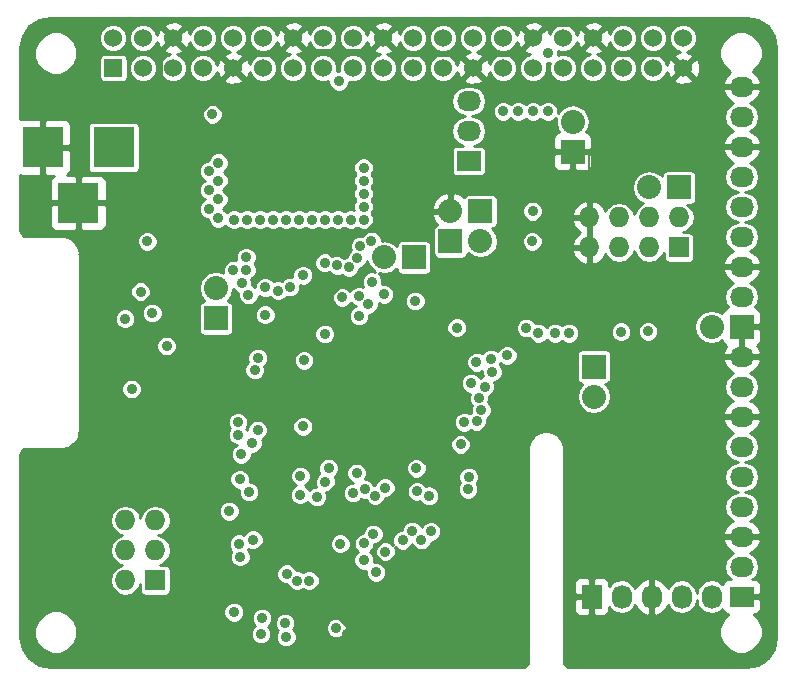
<source format=gbr>
G04 #@! TF.FileFunction,Copper,L2,Inr,Plane*
%FSLAX46Y46*%
G04 Gerber Fmt 4.6, Leading zero omitted, Abs format (unit mm)*
G04 Created by KiCad (PCBNEW 0.201506030104+5696~23~ubuntu14.04.1-product) date Sat 06 Jun 2015 13:04:04 AEST*
%MOMM*%
G01*
G04 APERTURE LIST*
%ADD10C,0.100000*%
%ADD11R,1.524000X1.524000*%
%ADD12C,1.524000*%
%ADD13R,2.032000X2.032000*%
%ADD14O,2.032000X2.032000*%
%ADD15R,2.032000X1.727200*%
%ADD16O,2.032000X1.727200*%
%ADD17R,1.727200X1.727200*%
%ADD18O,1.727200X1.727200*%
%ADD19R,1.727200X2.032000*%
%ADD20O,1.727200X2.032000*%
%ADD21R,3.500120X3.500120*%
%ADD22C,0.889000*%
%ADD23C,0.152400*%
%ADD24C,0.600000*%
%ADD25C,0.254000*%
G04 APERTURE END LIST*
D10*
D11*
X25311100Y-22083600D03*
D12*
X27851100Y-22083600D03*
X30391100Y-22083600D03*
X32931100Y-22083600D03*
X35471100Y-22083600D03*
X38011100Y-22083600D03*
X25311100Y-19543600D03*
X27851100Y-19543600D03*
X30391100Y-19543600D03*
X32931100Y-19543600D03*
X35471100Y-19543600D03*
X38011100Y-19543600D03*
X40551100Y-22083600D03*
X40551100Y-19543600D03*
X43091100Y-22083600D03*
X45631100Y-22083600D03*
X48171100Y-22083600D03*
X50711100Y-22083600D03*
X53251100Y-22083600D03*
X55791100Y-22083600D03*
X43091100Y-19543600D03*
X45631100Y-19543600D03*
X48171100Y-19543600D03*
X50711100Y-19543600D03*
X53251100Y-19543600D03*
X55791100Y-19543600D03*
X58331100Y-22083600D03*
X58331100Y-19543600D03*
X60871100Y-22083600D03*
X63411100Y-22083600D03*
X65951100Y-22083600D03*
X68491100Y-22083600D03*
X71031100Y-22083600D03*
X73571100Y-22083600D03*
X60871100Y-19543600D03*
X63411100Y-19543600D03*
X65951100Y-19543600D03*
X68491100Y-19543600D03*
X71031100Y-19543600D03*
X73571100Y-19543600D03*
D13*
X65989200Y-47345600D03*
D14*
X65989200Y-49885600D03*
D15*
X55400000Y-29940000D03*
D16*
X55400000Y-27400000D03*
X55400000Y-24860000D03*
D13*
X64200000Y-29170000D03*
D14*
X64200000Y-26630000D03*
D17*
X28870000Y-65440000D03*
D18*
X26330000Y-65440000D03*
X28870000Y-62900000D03*
X26330000Y-62900000D03*
X28870000Y-60360000D03*
X26330000Y-60360000D03*
D15*
X78500000Y-43985000D03*
D16*
X78500000Y-41445000D03*
X78500000Y-38905000D03*
X78500000Y-36365000D03*
X78500000Y-33825000D03*
X78500000Y-31285000D03*
X78500000Y-28745000D03*
X78500000Y-26205000D03*
X78500000Y-23665000D03*
D15*
X78500000Y-66835000D03*
D16*
X78500000Y-64295000D03*
X78500000Y-61755000D03*
X78500000Y-59215000D03*
X78500000Y-56675000D03*
X78500000Y-54135000D03*
X78500000Y-51595000D03*
X78500000Y-49055000D03*
X78500000Y-46515000D03*
D19*
X65795000Y-66825000D03*
D20*
X68335000Y-66825000D03*
X70875000Y-66825000D03*
X73415000Y-66825000D03*
X75955000Y-66825000D03*
D13*
X78500000Y-43990000D03*
D14*
X75960000Y-43990000D03*
D13*
X53855000Y-36750000D03*
D14*
X56395000Y-36750000D03*
D13*
X56395000Y-34200000D03*
D14*
X53855000Y-34200000D03*
D13*
X73210000Y-32190000D03*
D14*
X70670000Y-32190000D03*
D13*
X50770000Y-38100000D03*
D14*
X48230000Y-38100000D03*
D21*
X25350140Y-28800000D03*
X19350660Y-28800000D03*
X22350400Y-33499000D03*
D17*
X73210000Y-37270000D03*
D18*
X73210000Y-34730000D03*
X70670000Y-37270000D03*
X70670000Y-34730000D03*
X68130000Y-37270000D03*
X68130000Y-34730000D03*
X65590000Y-37270000D03*
X65590000Y-34730000D03*
D13*
X34000000Y-43270000D03*
D14*
X34000000Y-40730000D03*
D22*
X44207256Y-58350869D03*
X41720000Y-55060000D03*
X51330000Y-52470000D03*
X51680000Y-46730000D03*
X49310000Y-46120000D03*
X46110000Y-46120000D03*
X44530000Y-46910000D03*
X44560000Y-52290000D03*
X46060000Y-53270002D03*
X46558181Y-51244332D03*
X46558181Y-48154404D03*
X49655141Y-48154404D03*
X49635570Y-51226244D03*
X45081993Y-70015754D03*
X23347500Y-51321955D03*
X28300000Y-23950000D03*
X22750000Y-25150000D03*
X23347500Y-45900000D03*
X18950000Y-59150000D03*
X18950000Y-66850000D03*
X24384000Y-68834000D03*
X25958800Y-68834000D03*
X27432000Y-68834000D03*
X26850000Y-49250000D03*
X62100000Y-20800000D03*
X62100000Y-25750000D03*
X26300000Y-43300000D03*
X41348612Y-52425400D03*
X50970220Y-55970449D03*
X54703641Y-53939951D03*
X54384701Y-44050830D03*
X46100000Y-43070000D03*
X44187547Y-69482363D03*
X60800000Y-34200000D03*
X45900000Y-56375000D03*
X27612316Y-41000000D03*
X28600000Y-42816964D03*
X29814066Y-45614066D03*
X60782200Y-36753800D03*
X41460000Y-46829780D03*
X50867114Y-41802602D03*
X70575000Y-44375000D03*
X68300000Y-44400000D03*
X36555040Y-39150000D03*
X36555040Y-38099110D03*
X34200000Y-30100000D03*
X33400000Y-30800000D03*
X34200000Y-31600000D03*
X33400000Y-34000000D03*
X33400000Y-32400000D03*
X34200000Y-33200000D03*
X34200000Y-34800000D03*
X35500000Y-34900000D03*
X37700000Y-34900000D03*
X39900000Y-34900000D03*
X42100000Y-34900000D03*
X44300000Y-34900000D03*
X36600000Y-34900000D03*
X38800000Y-34900000D03*
X44400000Y-23200000D03*
X41000000Y-34900000D03*
X43200000Y-34900000D03*
X58300000Y-25750000D03*
X59600000Y-25750000D03*
X46500000Y-30500000D03*
X46500000Y-32700000D03*
X46500000Y-34900000D03*
X46500000Y-31600000D03*
X46500000Y-33800000D03*
X35866404Y-52075000D03*
X35858752Y-53119451D03*
X35475000Y-39175000D03*
X58670246Y-46402938D03*
X45400000Y-34900000D03*
X60850000Y-25750000D03*
X52021911Y-58295586D03*
X41890796Y-65467260D03*
X51025481Y-57926290D03*
X39977179Y-64898254D03*
X48343273Y-63018023D03*
X42525859Y-58383985D03*
X43529868Y-55933027D03*
X47163663Y-36730473D03*
X43270000Y-57090002D03*
X41148000Y-56618987D03*
X46217390Y-37165336D03*
X38150019Y-40650019D03*
X37278325Y-47629899D03*
X36749981Y-41299981D03*
X37517434Y-52739748D03*
X45593120Y-58059136D03*
X41125260Y-58196465D03*
X45975968Y-38178374D03*
X46587562Y-57749903D03*
X45265015Y-38939349D03*
X47486871Y-58275051D03*
X44212117Y-38792451D03*
X46508193Y-63757643D03*
X35116790Y-59600000D03*
X36133499Y-54783499D03*
X47317187Y-61539061D03*
X39260693Y-40928564D03*
X37540242Y-46621961D03*
X37069626Y-53847374D03*
X36165760Y-40312263D03*
X36000520Y-56900000D03*
X46526056Y-62328109D03*
X36790000Y-57960000D03*
X44525000Y-62350000D03*
X55330290Y-57738054D03*
X52200000Y-61300000D03*
X55398132Y-56698855D03*
X51400000Y-62043480D03*
X56060000Y-51984111D03*
X40262778Y-40624377D03*
X56465738Y-51024989D03*
X50609575Y-61291063D03*
X56278415Y-50000563D03*
X49800000Y-62050000D03*
X56737846Y-49065971D03*
X37150000Y-62000000D03*
X55591415Y-48761194D03*
X35950000Y-62360000D03*
X57392831Y-47807263D03*
X36050000Y-63450000D03*
X35511454Y-68144314D03*
X57276112Y-46727861D03*
X56056456Y-46995581D03*
X41350000Y-39625000D03*
X37900000Y-68650000D03*
X60272090Y-44080156D03*
X61300000Y-44522071D03*
X37800000Y-70000000D03*
X62698900Y-44522071D03*
X39850000Y-69050000D03*
X63875000Y-44522071D03*
X39943674Y-70240474D03*
X55018621Y-52069015D03*
X38167448Y-42956467D03*
X33700000Y-26000000D03*
X28189998Y-36750000D03*
X47221661Y-40160969D03*
X46101682Y-41403386D03*
X47560000Y-64780000D03*
X40849396Y-65467268D03*
X43200000Y-44600000D03*
X48326880Y-57600000D03*
X43196718Y-38561140D03*
X48208686Y-41242395D03*
X44700000Y-41500000D03*
X46884785Y-42089890D03*
D23*
X45081993Y-69387137D02*
X45081993Y-70015754D01*
X18950000Y-66850000D02*
X24384000Y-66850000D01*
X42544856Y-66850000D02*
X45081993Y-69387137D01*
X35471100Y-22083600D02*
X34164700Y-20777200D01*
X31624700Y-20777200D02*
X30391100Y-19543600D01*
X34164700Y-20777200D02*
X31624700Y-20777200D01*
X39001701Y-21092999D02*
X40551100Y-19543600D01*
X36461701Y-21092999D02*
X39001701Y-21092999D01*
X35471100Y-22083600D02*
X36461701Y-21092999D01*
X47166100Y-20548600D02*
X48171100Y-19543600D01*
X41556100Y-20548600D02*
X47166100Y-20548600D01*
X40551100Y-19543600D02*
X41556100Y-20548600D01*
X54800499Y-21092999D02*
X55791100Y-22083600D01*
X49720499Y-21092999D02*
X54800499Y-21092999D01*
X48171100Y-19543600D02*
X49720499Y-21092999D01*
X59321701Y-21092999D02*
X60871100Y-19543600D01*
X56781701Y-21092999D02*
X59321701Y-21092999D01*
X55791100Y-22083600D02*
X56781701Y-21092999D01*
X64960499Y-18552999D02*
X65951100Y-19543600D01*
X61861701Y-18552999D02*
X64960499Y-18552999D01*
X60871100Y-19543600D02*
X61861701Y-18552999D01*
X75152500Y-23665000D02*
X78500000Y-23665000D01*
X73571100Y-22083600D02*
X75152500Y-23665000D01*
X78347600Y-28745000D02*
X78500000Y-28745000D01*
X78500000Y-23665000D02*
X78347600Y-23665000D01*
X77331600Y-38905000D02*
X77255390Y-38828790D01*
X78500000Y-38905000D02*
X77331600Y-38905000D01*
X77190600Y-38893580D02*
X77255390Y-38828790D01*
X78500000Y-46515000D02*
X78500000Y-43990000D01*
X78500000Y-45158400D02*
X78500000Y-43990000D01*
X75792600Y-61755000D02*
X78500000Y-61755000D01*
X70875000Y-66672600D02*
X70875000Y-66825000D01*
X65795000Y-66825000D02*
X65795000Y-66672600D01*
X29400499Y-22849501D02*
X28300000Y-23950000D01*
X29400499Y-20534201D02*
X29400499Y-22849501D01*
X30391100Y-19543600D02*
X29400499Y-20534201D01*
X23950000Y-23950000D02*
X22750000Y-25150000D01*
X28300000Y-23950000D02*
X23950000Y-23950000D01*
X19350660Y-28549340D02*
X19350660Y-28800000D01*
X22750000Y-33099400D02*
X22350400Y-33499000D01*
X58885000Y-29170000D02*
X64200000Y-29170000D01*
X65368400Y-29170000D02*
X64200000Y-29170000D01*
X65590000Y-29391600D02*
X65368400Y-29170000D01*
X65590000Y-34730000D02*
X65590000Y-29391600D01*
X66484700Y-29170000D02*
X73571100Y-22083600D01*
X64200000Y-29170000D02*
X66484700Y-29170000D01*
X72580499Y-21092999D02*
X73571100Y-22083600D01*
X67500499Y-21092999D02*
X72580499Y-21092999D01*
X65951100Y-19543600D02*
X67500499Y-21092999D01*
X23400000Y-54700000D02*
X23400000Y-54500000D01*
X18950000Y-59150000D02*
X23400000Y-54700000D01*
X23400000Y-51374455D02*
X23347500Y-51321955D01*
X23400000Y-54500000D02*
X23400000Y-51374455D01*
X23347500Y-51321955D02*
X23347500Y-45900000D01*
X18950000Y-59150000D02*
X18950000Y-66850000D01*
X24384000Y-66850000D02*
X42544856Y-66850000D01*
D24*
X24384000Y-66850000D02*
X24384000Y-68834000D01*
D25*
G36*
X81433200Y-70260084D02*
X81234243Y-71260306D01*
X80695936Y-72065939D01*
X80273217Y-72348390D01*
X80273217Y-69450831D01*
X80273217Y-20450831D01*
X79994930Y-19777324D01*
X79480086Y-19261581D01*
X78807066Y-18982119D01*
X78078331Y-18981483D01*
X77404824Y-19259770D01*
X76889081Y-19774614D01*
X76609619Y-20447634D01*
X76608983Y-21176369D01*
X76887270Y-21849876D01*
X77402114Y-22365619D01*
X77533111Y-22420013D01*
X77149268Y-22762964D01*
X76895291Y-23290209D01*
X76892642Y-23305974D01*
X77013783Y-23538000D01*
X78373000Y-23538000D01*
X78373000Y-23518000D01*
X78627000Y-23518000D01*
X78627000Y-23538000D01*
X79986217Y-23538000D01*
X80107358Y-23305974D01*
X80104709Y-23290209D01*
X79850732Y-22762964D01*
X79429961Y-22387021D01*
X79477376Y-22367430D01*
X79993119Y-21852586D01*
X80272581Y-21179566D01*
X80273217Y-20450831D01*
X80273217Y-69450831D01*
X79994930Y-68777324D01*
X79551979Y-68333600D01*
X79642310Y-68333600D01*
X79875699Y-68236927D01*
X80054327Y-68058298D01*
X80151000Y-67824909D01*
X80151000Y-67120750D01*
X79992250Y-66962000D01*
X78627000Y-66962000D01*
X78627000Y-66982000D01*
X78373000Y-66982000D01*
X78373000Y-66962000D01*
X78353000Y-66962000D01*
X78353000Y-66708000D01*
X78373000Y-66708000D01*
X78373000Y-66688000D01*
X78627000Y-66688000D01*
X78627000Y-66708000D01*
X79992250Y-66708000D01*
X80151000Y-66549250D01*
X80151000Y-65845091D01*
X80151000Y-45132310D01*
X80151000Y-44974909D01*
X80151000Y-44879691D01*
X80151000Y-44275750D01*
X80151000Y-44270750D01*
X80151000Y-43704250D01*
X80151000Y-43699250D01*
X80151000Y-43100309D01*
X80151000Y-42995091D01*
X80151000Y-42847690D01*
X80054327Y-42614301D01*
X79875698Y-42435673D01*
X79642309Y-42339000D01*
X79611440Y-42339000D01*
X79877558Y-41940728D01*
X79976164Y-41445000D01*
X79877558Y-40949272D01*
X79596750Y-40529014D01*
X79207867Y-40269170D01*
X79414320Y-40196954D01*
X79850732Y-39807036D01*
X80104709Y-39279791D01*
X80107358Y-39264026D01*
X80107358Y-38545974D01*
X80104709Y-38530209D01*
X79850732Y-38002964D01*
X79414320Y-37613046D01*
X79207867Y-37540829D01*
X79596750Y-37280986D01*
X79877558Y-36860728D01*
X79976164Y-36365000D01*
X79877558Y-35869272D01*
X79596750Y-35449014D01*
X79176492Y-35168206D01*
X78808458Y-35095000D01*
X79176492Y-35021794D01*
X79596750Y-34740986D01*
X79877558Y-34320728D01*
X79976164Y-33825000D01*
X79877558Y-33329272D01*
X79596750Y-32909014D01*
X79176492Y-32628206D01*
X78808458Y-32555000D01*
X79176492Y-32481794D01*
X79596750Y-32200986D01*
X79877558Y-31780728D01*
X79976164Y-31285000D01*
X79877558Y-30789272D01*
X79596750Y-30369014D01*
X79207867Y-30109170D01*
X79414320Y-30036954D01*
X79850732Y-29647036D01*
X80104709Y-29119791D01*
X80107358Y-29104026D01*
X80107358Y-28385974D01*
X80104709Y-28370209D01*
X79850732Y-27842964D01*
X79414320Y-27453046D01*
X79207867Y-27380829D01*
X79596750Y-27120986D01*
X79877558Y-26700728D01*
X79976164Y-26205000D01*
X79877558Y-25709272D01*
X79596750Y-25289014D01*
X79207867Y-25029170D01*
X79414320Y-24956954D01*
X79850732Y-24567036D01*
X80104709Y-24039791D01*
X80107358Y-24024026D01*
X79986217Y-23792000D01*
X78627000Y-23792000D01*
X78627000Y-23812000D01*
X78373000Y-23812000D01*
X78373000Y-23792000D01*
X77013783Y-23792000D01*
X76892642Y-24024026D01*
X76895291Y-24039791D01*
X77149268Y-24567036D01*
X77585680Y-24956954D01*
X77792132Y-25029170D01*
X77403250Y-25289014D01*
X77122442Y-25709272D01*
X77023836Y-26205000D01*
X77122442Y-26700728D01*
X77403250Y-27120986D01*
X77792132Y-27380829D01*
X77585680Y-27453046D01*
X77149268Y-27842964D01*
X76895291Y-28370209D01*
X76892642Y-28385974D01*
X77013783Y-28618000D01*
X78373000Y-28618000D01*
X78373000Y-28598000D01*
X78627000Y-28598000D01*
X78627000Y-28618000D01*
X79986217Y-28618000D01*
X80107358Y-28385974D01*
X80107358Y-29104026D01*
X79986217Y-28872000D01*
X78627000Y-28872000D01*
X78627000Y-28892000D01*
X78373000Y-28892000D01*
X78373000Y-28872000D01*
X77013783Y-28872000D01*
X76892642Y-29104026D01*
X76895291Y-29119791D01*
X77149268Y-29647036D01*
X77585680Y-30036954D01*
X77792132Y-30109170D01*
X77403250Y-30369014D01*
X77122442Y-30789272D01*
X77023836Y-31285000D01*
X77122442Y-31780728D01*
X77403250Y-32200986D01*
X77823508Y-32481794D01*
X78191541Y-32555000D01*
X77823508Y-32628206D01*
X77403250Y-32909014D01*
X77122442Y-33329272D01*
X77023836Y-33825000D01*
X77122442Y-34320728D01*
X77403250Y-34740986D01*
X77823508Y-35021794D01*
X78191541Y-35095000D01*
X77823508Y-35168206D01*
X77403250Y-35449014D01*
X77122442Y-35869272D01*
X77023836Y-36365000D01*
X77122442Y-36860728D01*
X77403250Y-37280986D01*
X77792132Y-37540829D01*
X77585680Y-37613046D01*
X77149268Y-38002964D01*
X76895291Y-38530209D01*
X76892642Y-38545974D01*
X77013783Y-38778000D01*
X78373000Y-38778000D01*
X78373000Y-38758000D01*
X78627000Y-38758000D01*
X78627000Y-38778000D01*
X79986217Y-38778000D01*
X80107358Y-38545974D01*
X80107358Y-39264026D01*
X79986217Y-39032000D01*
X78627000Y-39032000D01*
X78627000Y-39052000D01*
X78373000Y-39052000D01*
X78373000Y-39032000D01*
X77013783Y-39032000D01*
X76892642Y-39264026D01*
X76895291Y-39279791D01*
X77149268Y-39807036D01*
X77585680Y-40196954D01*
X77792132Y-40269170D01*
X77403250Y-40529014D01*
X77122442Y-40949272D01*
X77023836Y-41445000D01*
X77122442Y-41940728D01*
X77388559Y-42339000D01*
X77357691Y-42339000D01*
X77124302Y-42435673D01*
X76945673Y-42614301D01*
X76849000Y-42847690D01*
X76849000Y-42857262D01*
X76542413Y-42652407D01*
X75988364Y-42542200D01*
X75931636Y-42542200D01*
X75377587Y-42652407D01*
X74980244Y-42917903D01*
X74980244Y-22291298D01*
X74952462Y-21736232D01*
X74793497Y-21352457D01*
X74765107Y-21344313D01*
X74765107Y-19307180D01*
X74583745Y-18868250D01*
X74248216Y-18532136D01*
X73809603Y-18350008D01*
X73334680Y-18349593D01*
X72895750Y-18530955D01*
X72559636Y-18866484D01*
X72377508Y-19305097D01*
X72377093Y-19780020D01*
X72558455Y-20218950D01*
X72893984Y-20555064D01*
X73245762Y-20701135D01*
X73223732Y-20702238D01*
X72839957Y-20861203D01*
X72770492Y-21103387D01*
X73571100Y-21903995D01*
X74371708Y-21103387D01*
X74302243Y-20861203D01*
X73876230Y-20709216D01*
X74246450Y-20556245D01*
X74582564Y-20220716D01*
X74764692Y-19782103D01*
X74765107Y-19307180D01*
X74765107Y-21344313D01*
X74551313Y-21282992D01*
X73750705Y-22083600D01*
X74551313Y-22884208D01*
X74793497Y-22814743D01*
X74980244Y-22291298D01*
X74980244Y-42917903D01*
X74907887Y-42966251D01*
X74666259Y-43327872D01*
X74666259Y-33206000D01*
X74666259Y-31174000D01*
X74634315Y-31009356D01*
X74539258Y-30864649D01*
X74395755Y-30767784D01*
X74371708Y-30762961D01*
X74371708Y-23063813D01*
X73571100Y-22263205D01*
X73391495Y-22442810D01*
X73391495Y-22083600D01*
X72590887Y-21282992D01*
X72348703Y-21352457D01*
X72225107Y-21698890D01*
X72225107Y-19307180D01*
X72043745Y-18868250D01*
X71708216Y-18532136D01*
X71269603Y-18350008D01*
X70794680Y-18349593D01*
X70355750Y-18530955D01*
X70019636Y-18866484D01*
X69837508Y-19305097D01*
X69837093Y-19780020D01*
X70018455Y-20218950D01*
X70353984Y-20555064D01*
X70792597Y-20737192D01*
X71267520Y-20737607D01*
X71706450Y-20556245D01*
X72042564Y-20220716D01*
X72224692Y-19782103D01*
X72225107Y-19307180D01*
X72225107Y-21698890D01*
X72196716Y-21778469D01*
X72043745Y-21408250D01*
X71708216Y-21072136D01*
X71269603Y-20890008D01*
X70794680Y-20889593D01*
X70355750Y-21070955D01*
X70019636Y-21406484D01*
X69837508Y-21845097D01*
X69837093Y-22320020D01*
X70018455Y-22758950D01*
X70353984Y-23095064D01*
X70792597Y-23277192D01*
X71267520Y-23277607D01*
X71706450Y-23096245D01*
X72042564Y-22760716D01*
X72188635Y-22408937D01*
X72189738Y-22430968D01*
X72348703Y-22814743D01*
X72590887Y-22884208D01*
X73391495Y-22083600D01*
X73391495Y-22442810D01*
X72770492Y-23063813D01*
X72839957Y-23305997D01*
X73363402Y-23492744D01*
X73918468Y-23464962D01*
X74302243Y-23305997D01*
X74371708Y-23063813D01*
X74371708Y-30762961D01*
X74226000Y-30733741D01*
X72194000Y-30733741D01*
X72029356Y-30765685D01*
X71884649Y-30860742D01*
X71787784Y-31004245D01*
X71753741Y-31174000D01*
X71753741Y-31213585D01*
X71722113Y-31166251D01*
X71252413Y-30852407D01*
X70698364Y-30742200D01*
X70641636Y-30742200D01*
X70087587Y-30852407D01*
X69685107Y-31121335D01*
X69685107Y-21847180D01*
X69685107Y-19307180D01*
X69503745Y-18868250D01*
X69168216Y-18532136D01*
X68729603Y-18350008D01*
X68254680Y-18349593D01*
X67815750Y-18530955D01*
X67479636Y-18866484D01*
X67333564Y-19218262D01*
X67332462Y-19196232D01*
X67173497Y-18812457D01*
X66931313Y-18742992D01*
X66751708Y-18922597D01*
X66751708Y-18563387D01*
X66682243Y-18321203D01*
X66158798Y-18134456D01*
X65603732Y-18162238D01*
X65219957Y-18321203D01*
X65150492Y-18563387D01*
X65951100Y-19363995D01*
X66751708Y-18563387D01*
X66751708Y-18922597D01*
X66130705Y-19543600D01*
X66931313Y-20344208D01*
X67173497Y-20274743D01*
X67325483Y-19848730D01*
X67478455Y-20218950D01*
X67813984Y-20555064D01*
X68252597Y-20737192D01*
X68727520Y-20737607D01*
X69166450Y-20556245D01*
X69502564Y-20220716D01*
X69684692Y-19782103D01*
X69685107Y-19307180D01*
X69685107Y-21847180D01*
X69503745Y-21408250D01*
X69168216Y-21072136D01*
X68729603Y-20890008D01*
X68254680Y-20889593D01*
X67815750Y-21070955D01*
X67479636Y-21406484D01*
X67297508Y-21845097D01*
X67297093Y-22320020D01*
X67478455Y-22758950D01*
X67813984Y-23095064D01*
X68252597Y-23277192D01*
X68727520Y-23277607D01*
X69166450Y-23096245D01*
X69502564Y-22760716D01*
X69684692Y-22322103D01*
X69685107Y-21847180D01*
X69685107Y-31121335D01*
X69617887Y-31166251D01*
X69304043Y-31635951D01*
X69193836Y-32190000D01*
X69304043Y-32744049D01*
X69617887Y-33213749D01*
X70087587Y-33527593D01*
X70141303Y-33538277D01*
X69728636Y-33814014D01*
X69447828Y-34234272D01*
X69400000Y-34474720D01*
X69352172Y-34234272D01*
X69071364Y-33814014D01*
X68651106Y-33533206D01*
X68155378Y-33434600D01*
X68104622Y-33434600D01*
X67608894Y-33533206D01*
X67188636Y-33814014D01*
X67145107Y-33879159D01*
X67145107Y-21847180D01*
X66963745Y-21408250D01*
X66628216Y-21072136D01*
X66276437Y-20926064D01*
X66298468Y-20924962D01*
X66682243Y-20765997D01*
X66751708Y-20523813D01*
X65951100Y-19723205D01*
X65771495Y-19902810D01*
X65771495Y-19543600D01*
X64970887Y-18742992D01*
X64728703Y-18812457D01*
X64576716Y-19238469D01*
X64423745Y-18868250D01*
X64088216Y-18532136D01*
X63649603Y-18350008D01*
X63174680Y-18349593D01*
X62735750Y-18530955D01*
X62399636Y-18866484D01*
X62253564Y-19218262D01*
X62252462Y-19196232D01*
X62093497Y-18812457D01*
X61851313Y-18742992D01*
X61671708Y-18922597D01*
X61671708Y-18563387D01*
X61602243Y-18321203D01*
X61078798Y-18134456D01*
X60523732Y-18162238D01*
X60139957Y-18321203D01*
X60070492Y-18563387D01*
X60871100Y-19363995D01*
X61671708Y-18563387D01*
X61671708Y-18922597D01*
X61050705Y-19543600D01*
X61064847Y-19557742D01*
X60885242Y-19737347D01*
X60871100Y-19723205D01*
X60691495Y-19902810D01*
X60691495Y-19543600D01*
X59890887Y-18742992D01*
X59648703Y-18812457D01*
X59496716Y-19238469D01*
X59343745Y-18868250D01*
X59008216Y-18532136D01*
X58569603Y-18350008D01*
X58094680Y-18349593D01*
X57655750Y-18530955D01*
X57319636Y-18866484D01*
X57137508Y-19305097D01*
X57137093Y-19780020D01*
X57318455Y-20218950D01*
X57653984Y-20555064D01*
X58092597Y-20737192D01*
X58567520Y-20737607D01*
X59006450Y-20556245D01*
X59342564Y-20220716D01*
X59488635Y-19868937D01*
X59489738Y-19890968D01*
X59648703Y-20274743D01*
X59890887Y-20344208D01*
X60691495Y-19543600D01*
X60691495Y-19902810D01*
X60070492Y-20523813D01*
X60139957Y-20765997D01*
X60565969Y-20917983D01*
X60195750Y-21070955D01*
X59859636Y-21406484D01*
X59677508Y-21845097D01*
X59677093Y-22320020D01*
X59858455Y-22758950D01*
X60193984Y-23095064D01*
X60632597Y-23277192D01*
X61107520Y-23277607D01*
X61546450Y-23096245D01*
X61882564Y-22760716D01*
X62064692Y-22322103D01*
X62065107Y-21847180D01*
X61994463Y-21676208D01*
X62273542Y-21676452D01*
X62290433Y-21669472D01*
X62217508Y-21845097D01*
X62217093Y-22320020D01*
X62398455Y-22758950D01*
X62733984Y-23095064D01*
X63172597Y-23277192D01*
X63647520Y-23277607D01*
X64086450Y-23096245D01*
X64422564Y-22760716D01*
X64604692Y-22322103D01*
X64605107Y-21847180D01*
X64423745Y-21408250D01*
X64088216Y-21072136D01*
X63649603Y-20890008D01*
X63174680Y-20889593D01*
X62976151Y-20971623D01*
X62976426Y-20655734D01*
X63172597Y-20737192D01*
X63647520Y-20737607D01*
X64086450Y-20556245D01*
X64422564Y-20220716D01*
X64568635Y-19868937D01*
X64569738Y-19890968D01*
X64728703Y-20274743D01*
X64970887Y-20344208D01*
X65771495Y-19543600D01*
X65771495Y-19902810D01*
X65150492Y-20523813D01*
X65219957Y-20765997D01*
X65645969Y-20917983D01*
X65275750Y-21070955D01*
X64939636Y-21406484D01*
X64757508Y-21845097D01*
X64757093Y-22320020D01*
X64938455Y-22758950D01*
X65273984Y-23095064D01*
X65712597Y-23277192D01*
X66187520Y-23277607D01*
X66626450Y-23096245D01*
X66962564Y-22760716D01*
X67144692Y-22322103D01*
X67145107Y-21847180D01*
X67145107Y-33879159D01*
X66957529Y-34159889D01*
X66872688Y-33955053D01*
X66478490Y-33523179D01*
X65949027Y-33275032D01*
X65851000Y-33325940D01*
X65851000Y-30312309D01*
X65851000Y-29455750D01*
X65851000Y-28884250D01*
X65851000Y-28027691D01*
X65754327Y-27794302D01*
X65575699Y-27615673D01*
X65342310Y-27519000D01*
X65332737Y-27519000D01*
X65537593Y-27212413D01*
X65647800Y-26658364D01*
X65647800Y-26601636D01*
X65537593Y-26047587D01*
X65223749Y-25577887D01*
X64754049Y-25264043D01*
X64200000Y-25153836D01*
X63645951Y-25264043D01*
X63176251Y-25577887D01*
X62976189Y-25877299D01*
X62976452Y-25576458D01*
X62843324Y-25254264D01*
X62597032Y-25007542D01*
X62275072Y-24873852D01*
X61926458Y-24873548D01*
X61604264Y-25006676D01*
X61474990Y-25135724D01*
X61347032Y-25007542D01*
X61025072Y-24873852D01*
X60676458Y-24873548D01*
X60354264Y-25006676D01*
X60224990Y-25135724D01*
X60097032Y-25007542D01*
X59775072Y-24873852D01*
X59525107Y-24873634D01*
X59525107Y-21847180D01*
X59343745Y-21408250D01*
X59008216Y-21072136D01*
X58569603Y-20890008D01*
X58094680Y-20889593D01*
X57655750Y-21070955D01*
X57319636Y-21406484D01*
X57173564Y-21758262D01*
X57172462Y-21736232D01*
X57013497Y-21352457D01*
X56985107Y-21344313D01*
X56985107Y-19307180D01*
X56803745Y-18868250D01*
X56468216Y-18532136D01*
X56029603Y-18350008D01*
X55554680Y-18349593D01*
X55115750Y-18530955D01*
X54779636Y-18866484D01*
X54597508Y-19305097D01*
X54597093Y-19780020D01*
X54778455Y-20218950D01*
X55113984Y-20555064D01*
X55465762Y-20701135D01*
X55443732Y-20702238D01*
X55059957Y-20861203D01*
X54990492Y-21103387D01*
X55791100Y-21903995D01*
X56591708Y-21103387D01*
X56522243Y-20861203D01*
X56096230Y-20709216D01*
X56466450Y-20556245D01*
X56802564Y-20220716D01*
X56984692Y-19782103D01*
X56985107Y-19307180D01*
X56985107Y-21344313D01*
X56771313Y-21282992D01*
X55970705Y-22083600D01*
X56771313Y-22884208D01*
X57013497Y-22814743D01*
X57165483Y-22388730D01*
X57318455Y-22758950D01*
X57653984Y-23095064D01*
X58092597Y-23277192D01*
X58567520Y-23277607D01*
X59006450Y-23096245D01*
X59342564Y-22760716D01*
X59524692Y-22322103D01*
X59525107Y-21847180D01*
X59525107Y-24873634D01*
X59426458Y-24873548D01*
X59104264Y-25006676D01*
X58949947Y-25160724D01*
X58797032Y-25007542D01*
X58475072Y-24873852D01*
X58126458Y-24873548D01*
X57804264Y-25006676D01*
X57557542Y-25252968D01*
X57423852Y-25574928D01*
X57423548Y-25923542D01*
X57556676Y-26245736D01*
X57802968Y-26492458D01*
X58124928Y-26626148D01*
X58473542Y-26626452D01*
X58795736Y-26493324D01*
X58950052Y-26339275D01*
X59102968Y-26492458D01*
X59424928Y-26626148D01*
X59773542Y-26626452D01*
X60095736Y-26493324D01*
X60225009Y-26364275D01*
X60352968Y-26492458D01*
X60674928Y-26626148D01*
X61023542Y-26626452D01*
X61345736Y-26493324D01*
X61475009Y-26364275D01*
X61602968Y-26492458D01*
X61924928Y-26626148D01*
X62273542Y-26626452D01*
X62595736Y-26493324D01*
X62817848Y-26271598D01*
X62752200Y-26601636D01*
X62752200Y-26658364D01*
X62862407Y-27212413D01*
X63067262Y-27519000D01*
X63057690Y-27519000D01*
X62824301Y-27615673D01*
X62645673Y-27794302D01*
X62549000Y-28027691D01*
X62549000Y-28884250D01*
X62707750Y-29043000D01*
X64073000Y-29043000D01*
X64073000Y-29023000D01*
X64327000Y-29023000D01*
X64327000Y-29043000D01*
X65692250Y-29043000D01*
X65851000Y-28884250D01*
X65851000Y-29455750D01*
X65692250Y-29297000D01*
X64327000Y-29297000D01*
X64327000Y-30662250D01*
X64485750Y-30821000D01*
X65089691Y-30821000D01*
X65342310Y-30821000D01*
X65575699Y-30724327D01*
X65754327Y-30545698D01*
X65851000Y-30312309D01*
X65851000Y-33325940D01*
X65717000Y-33395531D01*
X65717000Y-34603000D01*
X65737000Y-34603000D01*
X65737000Y-34857000D01*
X65717000Y-34857000D01*
X65717000Y-35935531D01*
X65717000Y-36064469D01*
X65717000Y-37143000D01*
X65737000Y-37143000D01*
X65737000Y-37397000D01*
X65717000Y-37397000D01*
X65717000Y-38604469D01*
X65949027Y-38724968D01*
X66478490Y-38476821D01*
X66872688Y-38044947D01*
X66957529Y-37840110D01*
X67188636Y-38185986D01*
X67608894Y-38466794D01*
X68104622Y-38565400D01*
X68155378Y-38565400D01*
X68651106Y-38466794D01*
X69071364Y-38185986D01*
X69352172Y-37765728D01*
X69400000Y-37525279D01*
X69447828Y-37765728D01*
X69728636Y-38185986D01*
X70148894Y-38466794D01*
X70644622Y-38565400D01*
X70695378Y-38565400D01*
X71191106Y-38466794D01*
X71611364Y-38185986D01*
X71892172Y-37765728D01*
X71906141Y-37695500D01*
X71906141Y-38133600D01*
X71938085Y-38298244D01*
X72033142Y-38442951D01*
X72176645Y-38539816D01*
X72346400Y-38573859D01*
X74073600Y-38573859D01*
X74238244Y-38541915D01*
X74382951Y-38446858D01*
X74479816Y-38303355D01*
X74513859Y-38133600D01*
X74513859Y-36406400D01*
X74481915Y-36241756D01*
X74386858Y-36097049D01*
X74243355Y-36000184D01*
X74073600Y-35966141D01*
X73533294Y-35966141D01*
X73731106Y-35926794D01*
X74151364Y-35645986D01*
X74432172Y-35225728D01*
X74530778Y-34730000D01*
X74432172Y-34234272D01*
X74151364Y-33814014D01*
X73900301Y-33646259D01*
X74226000Y-33646259D01*
X74390644Y-33614315D01*
X74535351Y-33519258D01*
X74632216Y-33375755D01*
X74666259Y-33206000D01*
X74666259Y-43327872D01*
X74594043Y-43435951D01*
X74483836Y-43990000D01*
X74594043Y-44544049D01*
X74907887Y-45013749D01*
X75377587Y-45327593D01*
X75931636Y-45437800D01*
X75988364Y-45437800D01*
X76542413Y-45327593D01*
X76849000Y-45122737D01*
X76849000Y-45132310D01*
X76945673Y-45365699D01*
X77124302Y-45544327D01*
X77193847Y-45573133D01*
X77149268Y-45612964D01*
X76895291Y-46140209D01*
X76892642Y-46155974D01*
X77013783Y-46388000D01*
X78373000Y-46388000D01*
X78373000Y-45482250D01*
X78373000Y-45324850D01*
X78373000Y-45174076D01*
X78373000Y-44117000D01*
X78373000Y-44112000D01*
X78353000Y-44112000D01*
X78353000Y-43863000D01*
X78373000Y-43863000D01*
X78373000Y-43858000D01*
X78373000Y-43843000D01*
X78627000Y-43843000D01*
X78627000Y-43858000D01*
X78627000Y-43863000D01*
X79992250Y-43863000D01*
X80151000Y-43704250D01*
X80151000Y-44270750D01*
X79992250Y-44112000D01*
X78627000Y-44112000D01*
X78627000Y-44117000D01*
X78627000Y-45174076D01*
X78627000Y-45324850D01*
X78627000Y-45482250D01*
X78627000Y-46388000D01*
X79986217Y-46388000D01*
X80107358Y-46155974D01*
X80104709Y-46140209D01*
X79850732Y-45612964D01*
X79806152Y-45573133D01*
X79875698Y-45544327D01*
X80054327Y-45365699D01*
X80151000Y-45132310D01*
X80151000Y-65845091D01*
X80054327Y-65611702D01*
X79875699Y-65433073D01*
X79642310Y-65336400D01*
X79409055Y-65336400D01*
X79596750Y-65210986D01*
X79877558Y-64790728D01*
X79976164Y-64295000D01*
X79877558Y-63799272D01*
X79596750Y-63379014D01*
X79207867Y-63119170D01*
X79414320Y-63046954D01*
X79850732Y-62657036D01*
X80104709Y-62129791D01*
X80107358Y-62114026D01*
X80107358Y-61395974D01*
X80104709Y-61380209D01*
X79850732Y-60852964D01*
X79414320Y-60463046D01*
X79207867Y-60390829D01*
X79596750Y-60130986D01*
X79877558Y-59710728D01*
X79976164Y-59215000D01*
X79877558Y-58719272D01*
X79596750Y-58299014D01*
X79176492Y-58018206D01*
X78808458Y-57945000D01*
X79176492Y-57871794D01*
X79596750Y-57590986D01*
X79877558Y-57170728D01*
X79976164Y-56675000D01*
X79877558Y-56179272D01*
X79596750Y-55759014D01*
X79176492Y-55478206D01*
X78808458Y-55405000D01*
X79176492Y-55331794D01*
X79596750Y-55050986D01*
X79877558Y-54630728D01*
X79976164Y-54135000D01*
X79877558Y-53639272D01*
X79596750Y-53219014D01*
X79207867Y-52959170D01*
X79414320Y-52886954D01*
X79850732Y-52497036D01*
X80104709Y-51969791D01*
X80107358Y-51954026D01*
X80107358Y-51235974D01*
X80104709Y-51220209D01*
X79850732Y-50692964D01*
X79414320Y-50303046D01*
X79207867Y-50230829D01*
X79596750Y-49970986D01*
X79877558Y-49550728D01*
X79976164Y-49055000D01*
X79877558Y-48559272D01*
X79596750Y-48139014D01*
X79207867Y-47879170D01*
X79414320Y-47806954D01*
X79850732Y-47417036D01*
X80104709Y-46889791D01*
X80107358Y-46874026D01*
X79986217Y-46642000D01*
X78627000Y-46642000D01*
X78627000Y-46662000D01*
X78373000Y-46662000D01*
X78373000Y-46642000D01*
X77013783Y-46642000D01*
X76892642Y-46874026D01*
X76895291Y-46889791D01*
X77149268Y-47417036D01*
X77585680Y-47806954D01*
X77792132Y-47879170D01*
X77403250Y-48139014D01*
X77122442Y-48559272D01*
X77023836Y-49055000D01*
X77122442Y-49550728D01*
X77403250Y-49970986D01*
X77792132Y-50230829D01*
X77585680Y-50303046D01*
X77149268Y-50692964D01*
X76895291Y-51220209D01*
X76892642Y-51235974D01*
X77013783Y-51468000D01*
X78373000Y-51468000D01*
X78373000Y-51448000D01*
X78627000Y-51448000D01*
X78627000Y-51468000D01*
X79986217Y-51468000D01*
X80107358Y-51235974D01*
X80107358Y-51954026D01*
X79986217Y-51722000D01*
X78627000Y-51722000D01*
X78627000Y-51742000D01*
X78373000Y-51742000D01*
X78373000Y-51722000D01*
X77013783Y-51722000D01*
X76892642Y-51954026D01*
X76895291Y-51969791D01*
X77149268Y-52497036D01*
X77585680Y-52886954D01*
X77792132Y-52959170D01*
X77403250Y-53219014D01*
X77122442Y-53639272D01*
X77023836Y-54135000D01*
X77122442Y-54630728D01*
X77403250Y-55050986D01*
X77823508Y-55331794D01*
X78191541Y-55405000D01*
X77823508Y-55478206D01*
X77403250Y-55759014D01*
X77122442Y-56179272D01*
X77023836Y-56675000D01*
X77122442Y-57170728D01*
X77403250Y-57590986D01*
X77823508Y-57871794D01*
X78191541Y-57945000D01*
X77823508Y-58018206D01*
X77403250Y-58299014D01*
X77122442Y-58719272D01*
X77023836Y-59215000D01*
X77122442Y-59710728D01*
X77403250Y-60130986D01*
X77792132Y-60390829D01*
X77585680Y-60463046D01*
X77149268Y-60852964D01*
X76895291Y-61380209D01*
X76892642Y-61395974D01*
X77013783Y-61628000D01*
X78373000Y-61628000D01*
X78373000Y-61608000D01*
X78627000Y-61608000D01*
X78627000Y-61628000D01*
X79986217Y-61628000D01*
X80107358Y-61395974D01*
X80107358Y-62114026D01*
X79986217Y-61882000D01*
X78627000Y-61882000D01*
X78627000Y-61902000D01*
X78373000Y-61902000D01*
X78373000Y-61882000D01*
X77013783Y-61882000D01*
X76892642Y-62114026D01*
X76895291Y-62129791D01*
X77149268Y-62657036D01*
X77585680Y-63046954D01*
X77792132Y-63119170D01*
X77403250Y-63379014D01*
X77122442Y-63799272D01*
X77023836Y-64295000D01*
X77122442Y-64790728D01*
X77403250Y-65210986D01*
X77590944Y-65336400D01*
X77357690Y-65336400D01*
X77124301Y-65433073D01*
X76945673Y-65611702D01*
X76887290Y-65752650D01*
X76870986Y-65728250D01*
X76450728Y-65447442D01*
X75955000Y-65348836D01*
X75459272Y-65447442D01*
X75039014Y-65728250D01*
X74758206Y-66148508D01*
X74685000Y-66516541D01*
X74611794Y-66148508D01*
X74330986Y-65728250D01*
X73910728Y-65447442D01*
X73415000Y-65348836D01*
X72919272Y-65447442D01*
X72499014Y-65728250D01*
X72239170Y-66117132D01*
X72166954Y-65910680D01*
X71777036Y-65474268D01*
X71451452Y-65317432D01*
X71451452Y-44201458D01*
X71318324Y-43879264D01*
X71072032Y-43632542D01*
X70750072Y-43498852D01*
X70401458Y-43498548D01*
X70079264Y-43631676D01*
X69832542Y-43877968D01*
X69698852Y-44199928D01*
X69698548Y-44548542D01*
X69831676Y-44870736D01*
X70077968Y-45117458D01*
X70399928Y-45251148D01*
X70748542Y-45251452D01*
X71070736Y-45118324D01*
X71317458Y-44872032D01*
X71451148Y-44550072D01*
X71451452Y-44201458D01*
X71451452Y-65317432D01*
X71249791Y-65220291D01*
X71234026Y-65217642D01*
X71002000Y-65338783D01*
X71002000Y-66698000D01*
X71022000Y-66698000D01*
X71022000Y-66952000D01*
X71002000Y-66952000D01*
X71002000Y-68311217D01*
X71234026Y-68432358D01*
X71249791Y-68429709D01*
X71777036Y-68175732D01*
X72166954Y-67739320D01*
X72239170Y-67532867D01*
X72499014Y-67921750D01*
X72919272Y-68202558D01*
X73415000Y-68301164D01*
X73910728Y-68202558D01*
X74330986Y-67921750D01*
X74611794Y-67501492D01*
X74685000Y-67133458D01*
X74758206Y-67501492D01*
X75039014Y-67921750D01*
X75459272Y-68202558D01*
X75955000Y-68301164D01*
X76450728Y-68202558D01*
X76870986Y-67921750D01*
X76882176Y-67905002D01*
X76945673Y-68058298D01*
X77124301Y-68236927D01*
X77338731Y-68325747D01*
X76889081Y-68774614D01*
X76609619Y-69447634D01*
X76608983Y-70176369D01*
X76887270Y-70849876D01*
X77402114Y-71365619D01*
X78075134Y-71645081D01*
X78803869Y-71645717D01*
X79477376Y-71367430D01*
X79993119Y-70852586D01*
X80272581Y-70179566D01*
X80273217Y-69450831D01*
X80273217Y-72348390D01*
X79890305Y-72604244D01*
X78890084Y-72803200D01*
X70748000Y-72803200D01*
X70748000Y-68311217D01*
X70748000Y-66952000D01*
X70728000Y-66952000D01*
X70728000Y-66698000D01*
X70748000Y-66698000D01*
X70748000Y-65338783D01*
X70515974Y-65217642D01*
X70500209Y-65220291D01*
X69972964Y-65474268D01*
X69583046Y-65910680D01*
X69510829Y-66117132D01*
X69250986Y-65728250D01*
X69176452Y-65678447D01*
X69176452Y-44226458D01*
X69043324Y-43904264D01*
X68797032Y-43657542D01*
X68475072Y-43523852D01*
X68126458Y-43523548D01*
X67804264Y-43656676D01*
X67557542Y-43902968D01*
X67423852Y-44224928D01*
X67423548Y-44573542D01*
X67556676Y-44895736D01*
X67802968Y-45142458D01*
X68124928Y-45276148D01*
X68473542Y-45276452D01*
X68795736Y-45143324D01*
X69042458Y-44897032D01*
X69176148Y-44575072D01*
X69176452Y-44226458D01*
X69176452Y-65678447D01*
X68830728Y-65447442D01*
X68335000Y-65348836D01*
X67839272Y-65447442D01*
X67445459Y-65710579D01*
X67445459Y-48361600D01*
X67445459Y-46329600D01*
X67413515Y-46164956D01*
X67318458Y-46020249D01*
X67174955Y-45923384D01*
X67005200Y-45889341D01*
X65463000Y-45889341D01*
X65463000Y-38604469D01*
X65463000Y-37397000D01*
X65463000Y-37143000D01*
X65463000Y-36064469D01*
X65463000Y-35935531D01*
X65463000Y-34857000D01*
X65463000Y-34603000D01*
X65463000Y-33395531D01*
X65230973Y-33275032D01*
X64701510Y-33523179D01*
X64307312Y-33955053D01*
X64135042Y-34370974D01*
X64256183Y-34603000D01*
X65463000Y-34603000D01*
X65463000Y-34857000D01*
X64256183Y-34857000D01*
X64135042Y-35089026D01*
X64307312Y-35504947D01*
X64701510Y-35936821D01*
X64836312Y-36000000D01*
X64701510Y-36063179D01*
X64307312Y-36495053D01*
X64135042Y-36910974D01*
X64256183Y-37143000D01*
X65463000Y-37143000D01*
X65463000Y-37397000D01*
X64256183Y-37397000D01*
X64135042Y-37629026D01*
X64307312Y-38044947D01*
X64701510Y-38476821D01*
X65230973Y-38724968D01*
X65463000Y-38604469D01*
X65463000Y-45889341D01*
X64973200Y-45889341D01*
X64808556Y-45921285D01*
X64751452Y-45958796D01*
X64751452Y-44348529D01*
X64618324Y-44026335D01*
X64372032Y-43779613D01*
X64073000Y-43655443D01*
X64073000Y-30662250D01*
X64073000Y-29297000D01*
X62707750Y-29297000D01*
X62549000Y-29455750D01*
X62549000Y-30312309D01*
X62645673Y-30545698D01*
X62824301Y-30724327D01*
X63057690Y-30821000D01*
X63310309Y-30821000D01*
X63914250Y-30821000D01*
X64073000Y-30662250D01*
X64073000Y-43655443D01*
X64050072Y-43645923D01*
X63701458Y-43645619D01*
X63379264Y-43778747D01*
X63287005Y-43870845D01*
X63195932Y-43779613D01*
X62873972Y-43645923D01*
X62525358Y-43645619D01*
X62203164Y-43778747D01*
X61999310Y-43982244D01*
X61797032Y-43779613D01*
X61676452Y-43729543D01*
X61676452Y-34026458D01*
X61543324Y-33704264D01*
X61297032Y-33457542D01*
X60975072Y-33323852D01*
X60626458Y-33323548D01*
X60304264Y-33456676D01*
X60057542Y-33702968D01*
X59923852Y-34024928D01*
X59923548Y-34373542D01*
X60056676Y-34695736D01*
X60302968Y-34942458D01*
X60624928Y-35076148D01*
X60973542Y-35076452D01*
X61295736Y-34943324D01*
X61542458Y-34697032D01*
X61676148Y-34375072D01*
X61676452Y-34026458D01*
X61676452Y-43729543D01*
X61658652Y-43722152D01*
X61658652Y-36580258D01*
X61525524Y-36258064D01*
X61279232Y-36011342D01*
X60957272Y-35877652D01*
X60608658Y-35877348D01*
X60286464Y-36010476D01*
X60039742Y-36256768D01*
X59906052Y-36578728D01*
X59905748Y-36927342D01*
X60038876Y-37249536D01*
X60285168Y-37496258D01*
X60607128Y-37629948D01*
X60955742Y-37630252D01*
X61277936Y-37497124D01*
X61524658Y-37250832D01*
X61658348Y-36928872D01*
X61658652Y-36580258D01*
X61658652Y-43722152D01*
X61475072Y-43645923D01*
X61126458Y-43645619D01*
X61053206Y-43675885D01*
X61015414Y-43584420D01*
X60769122Y-43337698D01*
X60447162Y-43204008D01*
X60098548Y-43203704D01*
X59776354Y-43336832D01*
X59529632Y-43583124D01*
X59395942Y-43905084D01*
X59395638Y-44253698D01*
X59528766Y-44575892D01*
X59775058Y-44822614D01*
X60097018Y-44956304D01*
X60445632Y-44956608D01*
X60518883Y-44926341D01*
X60556676Y-45017807D01*
X60802968Y-45264529D01*
X61124928Y-45398219D01*
X61473542Y-45398523D01*
X61795736Y-45265395D01*
X61999589Y-45061897D01*
X62201868Y-45264529D01*
X62523828Y-45398219D01*
X62872442Y-45398523D01*
X63194636Y-45265395D01*
X63286894Y-45173296D01*
X63377968Y-45264529D01*
X63699928Y-45398219D01*
X64048542Y-45398523D01*
X64370736Y-45265395D01*
X64617458Y-45019103D01*
X64751148Y-44697143D01*
X64751452Y-44348529D01*
X64751452Y-45958796D01*
X64663849Y-46016342D01*
X64566984Y-46159845D01*
X64532941Y-46329600D01*
X64532941Y-48361600D01*
X64564885Y-48526244D01*
X64659942Y-48670951D01*
X64803445Y-48767816D01*
X64973200Y-48801859D01*
X65012785Y-48801859D01*
X64965451Y-48833487D01*
X64651607Y-49303187D01*
X64541400Y-49857236D01*
X64541400Y-49913964D01*
X64651607Y-50468013D01*
X64965451Y-50937713D01*
X65435151Y-51251557D01*
X65989200Y-51361764D01*
X66543249Y-51251557D01*
X67012949Y-50937713D01*
X67326793Y-50468013D01*
X67437000Y-49913964D01*
X67437000Y-49857236D01*
X67326793Y-49303187D01*
X67012949Y-48833487D01*
X66965614Y-48801859D01*
X67005200Y-48801859D01*
X67169844Y-48769915D01*
X67314551Y-48674858D01*
X67411416Y-48531355D01*
X67445459Y-48361600D01*
X67445459Y-65710579D01*
X67419014Y-65728250D01*
X67293600Y-65915944D01*
X67293600Y-65682690D01*
X67196927Y-65449301D01*
X67018298Y-65270673D01*
X66784909Y-65174000D01*
X66080750Y-65174000D01*
X65922000Y-65332750D01*
X65922000Y-66698000D01*
X65942000Y-66698000D01*
X65942000Y-66952000D01*
X65922000Y-66952000D01*
X65922000Y-68317250D01*
X66080750Y-68476000D01*
X66784909Y-68476000D01*
X67018298Y-68379327D01*
X67196927Y-68200699D01*
X67293600Y-67967310D01*
X67293600Y-67734055D01*
X67419014Y-67921750D01*
X67839272Y-68202558D01*
X68335000Y-68301164D01*
X68830728Y-68202558D01*
X69250986Y-67921750D01*
X69510829Y-67532867D01*
X69583046Y-67739320D01*
X69972964Y-68175732D01*
X70500209Y-68429709D01*
X70515974Y-68432358D01*
X70748000Y-68311217D01*
X70748000Y-72803200D01*
X65668000Y-72803200D01*
X65668000Y-68317250D01*
X65668000Y-66952000D01*
X65668000Y-66698000D01*
X65668000Y-65332750D01*
X65509250Y-65174000D01*
X64805091Y-65174000D01*
X64571702Y-65270673D01*
X64393073Y-65449301D01*
X64296400Y-65682690D01*
X64296400Y-65935309D01*
X64296400Y-66539250D01*
X64455150Y-66698000D01*
X65668000Y-66698000D01*
X65668000Y-66952000D01*
X64455150Y-66952000D01*
X64296400Y-67110750D01*
X64296400Y-67714691D01*
X64296400Y-67967310D01*
X64393073Y-68200699D01*
X64571702Y-68379327D01*
X64805091Y-68476000D01*
X65509250Y-68476000D01*
X65668000Y-68317250D01*
X65668000Y-72803200D01*
X63989914Y-72803200D01*
X63755060Y-72756484D01*
X63598275Y-72651724D01*
X63493515Y-72494939D01*
X63446800Y-72260085D01*
X63446800Y-54310000D01*
X63437062Y-54261043D01*
X63437062Y-54211129D01*
X63360942Y-53828446D01*
X63360942Y-53828445D01*
X63285269Y-53645754D01*
X63068496Y-53321330D01*
X62928670Y-53181504D01*
X62604246Y-52964731D01*
X62421554Y-52889058D01*
X62038872Y-52812938D01*
X62038871Y-52812938D01*
X61841129Y-52812938D01*
X61841128Y-52812938D01*
X61841127Y-52812938D01*
X61458446Y-52889058D01*
X61458445Y-52889058D01*
X61275754Y-52964731D01*
X60951330Y-53181504D01*
X60811504Y-53321330D01*
X60594731Y-53645754D01*
X60519058Y-53828446D01*
X60442938Y-54211129D01*
X60442938Y-54261043D01*
X60433200Y-54310000D01*
X60433200Y-72260085D01*
X60386484Y-72494939D01*
X60281724Y-72651724D01*
X60124939Y-72756484D01*
X59890085Y-72803200D01*
X59546698Y-72803200D01*
X59546698Y-46229396D01*
X59413570Y-45907202D01*
X59167278Y-45660480D01*
X58845318Y-45526790D01*
X58496704Y-45526486D01*
X58174510Y-45659614D01*
X57927788Y-45905906D01*
X57871164Y-46042268D01*
X57871164Y-36750000D01*
X57760957Y-36195951D01*
X57447113Y-35726251D01*
X57342362Y-35656259D01*
X57411000Y-35656259D01*
X57575644Y-35624315D01*
X57720351Y-35529258D01*
X57817216Y-35385755D01*
X57851259Y-35216000D01*
X57851259Y-33184000D01*
X57819315Y-33019356D01*
X57724258Y-32874649D01*
X57580755Y-32777784D01*
X57411000Y-32743741D01*
X56876164Y-32743741D01*
X56876164Y-27400000D01*
X56777558Y-26904272D01*
X56496750Y-26484014D01*
X56076492Y-26203206D01*
X55708458Y-26130000D01*
X56076492Y-26056794D01*
X56496750Y-25775986D01*
X56777558Y-25355728D01*
X56876164Y-24860000D01*
X56777558Y-24364272D01*
X56591708Y-24086128D01*
X56591708Y-23063813D01*
X55791100Y-22263205D01*
X55611495Y-22442810D01*
X55611495Y-22083600D01*
X54810887Y-21282992D01*
X54568703Y-21352457D01*
X54445107Y-21698890D01*
X54445107Y-19307180D01*
X54263745Y-18868250D01*
X53928216Y-18532136D01*
X53489603Y-18350008D01*
X53014680Y-18349593D01*
X52575750Y-18530955D01*
X52239636Y-18866484D01*
X52057508Y-19305097D01*
X52057093Y-19780020D01*
X52238455Y-20218950D01*
X52573984Y-20555064D01*
X53012597Y-20737192D01*
X53487520Y-20737607D01*
X53926450Y-20556245D01*
X54262564Y-20220716D01*
X54444692Y-19782103D01*
X54445107Y-19307180D01*
X54445107Y-21698890D01*
X54416716Y-21778469D01*
X54263745Y-21408250D01*
X53928216Y-21072136D01*
X53489603Y-20890008D01*
X53014680Y-20889593D01*
X52575750Y-21070955D01*
X52239636Y-21406484D01*
X52057508Y-21845097D01*
X52057093Y-22320020D01*
X52238455Y-22758950D01*
X52573984Y-23095064D01*
X53012597Y-23277192D01*
X53487520Y-23277607D01*
X53926450Y-23096245D01*
X54262564Y-22760716D01*
X54408635Y-22408937D01*
X54409738Y-22430968D01*
X54568703Y-22814743D01*
X54810887Y-22884208D01*
X55611495Y-22083600D01*
X55611495Y-22442810D01*
X54990492Y-23063813D01*
X55059957Y-23305997D01*
X55583402Y-23492744D01*
X56138468Y-23464962D01*
X56522243Y-23305997D01*
X56591708Y-23063813D01*
X56591708Y-24086128D01*
X56496750Y-23944014D01*
X56076492Y-23663206D01*
X55580764Y-23564600D01*
X55219236Y-23564600D01*
X54723508Y-23663206D01*
X54303250Y-23944014D01*
X54022442Y-24364272D01*
X53923836Y-24860000D01*
X54022442Y-25355728D01*
X54303250Y-25775986D01*
X54723508Y-26056794D01*
X55091541Y-26130000D01*
X54723508Y-26203206D01*
X54303250Y-26484014D01*
X54022442Y-26904272D01*
X53923836Y-27400000D01*
X54022442Y-27895728D01*
X54303250Y-28315986D01*
X54723508Y-28596794D01*
X54921319Y-28636141D01*
X54384000Y-28636141D01*
X54219356Y-28668085D01*
X54074649Y-28763142D01*
X53977784Y-28906645D01*
X53943741Y-29076400D01*
X53943741Y-30803600D01*
X53975685Y-30968244D01*
X54070742Y-31112951D01*
X54214245Y-31209816D01*
X54384000Y-31243859D01*
X56416000Y-31243859D01*
X56580644Y-31211915D01*
X56725351Y-31116858D01*
X56822216Y-30973355D01*
X56856259Y-30803600D01*
X56856259Y-29076400D01*
X56824315Y-28911756D01*
X56729258Y-28767049D01*
X56585755Y-28670184D01*
X56416000Y-28636141D01*
X55878680Y-28636141D01*
X56076492Y-28596794D01*
X56496750Y-28315986D01*
X56777558Y-27895728D01*
X56876164Y-27400000D01*
X56876164Y-32743741D01*
X55379000Y-32743741D01*
X55214356Y-32775685D01*
X55069649Y-32870742D01*
X54972784Y-33014245D01*
X54971185Y-33022214D01*
X54823379Y-32862812D01*
X54237946Y-32594017D01*
X53982000Y-32712633D01*
X53982000Y-34073000D01*
X54002000Y-34073000D01*
X54002000Y-34327000D01*
X53982000Y-34327000D01*
X53982000Y-34347000D01*
X53728000Y-34347000D01*
X53728000Y-34327000D01*
X53728000Y-34073000D01*
X53728000Y-32712633D01*
X53472054Y-32594017D01*
X52886621Y-32862812D01*
X52448615Y-33335182D01*
X52249025Y-33817056D01*
X52368164Y-34073000D01*
X53728000Y-34073000D01*
X53728000Y-34327000D01*
X52368164Y-34327000D01*
X52249025Y-34582944D01*
X52448615Y-35064818D01*
X52688042Y-35323029D01*
X52674356Y-35325685D01*
X52529649Y-35420742D01*
X52432784Y-35564245D01*
X52398741Y-35734000D01*
X52398741Y-37766000D01*
X52430685Y-37930644D01*
X52525742Y-38075351D01*
X52669245Y-38172216D01*
X52839000Y-38206259D01*
X54871000Y-38206259D01*
X55035644Y-38174315D01*
X55180351Y-38079258D01*
X55277216Y-37935755D01*
X55311259Y-37766000D01*
X55311259Y-37726414D01*
X55342887Y-37773749D01*
X55812587Y-38087593D01*
X56366636Y-38197800D01*
X56423364Y-38197800D01*
X56977413Y-38087593D01*
X57447113Y-37773749D01*
X57760957Y-37304049D01*
X57871164Y-36750000D01*
X57871164Y-46042268D01*
X57859045Y-46071454D01*
X57773144Y-45985403D01*
X57451184Y-45851713D01*
X57102570Y-45851409D01*
X56780376Y-45984537D01*
X56533654Y-46230829D01*
X56528675Y-46242819D01*
X56231528Y-46119433D01*
X55882914Y-46119129D01*
X55560720Y-46252257D01*
X55313998Y-46498549D01*
X55261153Y-46625813D01*
X55261153Y-43877288D01*
X55128025Y-43555094D01*
X54881733Y-43308372D01*
X54559773Y-43174682D01*
X54211159Y-43174378D01*
X53888965Y-43307506D01*
X53642243Y-43553798D01*
X53508553Y-43875758D01*
X53508249Y-44224372D01*
X53641377Y-44546566D01*
X53887669Y-44793288D01*
X54209629Y-44926978D01*
X54558243Y-44927282D01*
X54880437Y-44794154D01*
X55127159Y-44547862D01*
X55260849Y-44225902D01*
X55261153Y-43877288D01*
X55261153Y-46625813D01*
X55180308Y-46820509D01*
X55180004Y-47169123D01*
X55313132Y-47491317D01*
X55559424Y-47738039D01*
X55881384Y-47871729D01*
X56229998Y-47872033D01*
X56516577Y-47753620D01*
X56516379Y-47980805D01*
X56602631Y-48189552D01*
X56564304Y-48189519D01*
X56341414Y-48281614D01*
X56334739Y-48265458D01*
X56088447Y-48018736D01*
X55766487Y-47885046D01*
X55417873Y-47884742D01*
X55095679Y-48017870D01*
X54848957Y-48264162D01*
X54715267Y-48586122D01*
X54714963Y-48934736D01*
X54848091Y-49256930D01*
X55094383Y-49503652D01*
X55416343Y-49637342D01*
X55480370Y-49637397D01*
X55402267Y-49825491D01*
X55401963Y-50174105D01*
X55535091Y-50496299D01*
X55677280Y-50638736D01*
X55589590Y-50849917D01*
X55589286Y-51198531D01*
X55600550Y-51225793D01*
X55564264Y-51240787D01*
X55489304Y-51315616D01*
X55193693Y-51192867D01*
X54845079Y-51192563D01*
X54522885Y-51325691D01*
X54276163Y-51571983D01*
X54142473Y-51893943D01*
X54142169Y-52242557D01*
X54275297Y-52564751D01*
X54521589Y-52811473D01*
X54843549Y-52945163D01*
X55192163Y-52945467D01*
X55514357Y-52812339D01*
X55589316Y-52737509D01*
X55884928Y-52860259D01*
X56233542Y-52860563D01*
X56555736Y-52727435D01*
X56802458Y-52481143D01*
X56936148Y-52159183D01*
X56936452Y-51810569D01*
X56925187Y-51783306D01*
X56961474Y-51768313D01*
X57208196Y-51522021D01*
X57341886Y-51200061D01*
X57342190Y-50851447D01*
X57209062Y-50529253D01*
X57066872Y-50386815D01*
X57154563Y-50175635D01*
X57154854Y-49841824D01*
X57233582Y-49809295D01*
X57480304Y-49563003D01*
X57613994Y-49241043D01*
X57614298Y-48892429D01*
X57528045Y-48683681D01*
X57566373Y-48683715D01*
X57888567Y-48550587D01*
X58135289Y-48304295D01*
X58268979Y-47982335D01*
X58269283Y-47633721D01*
X58136155Y-47311527D01*
X58027706Y-47202889D01*
X58087312Y-47059344D01*
X58173214Y-47145396D01*
X58495174Y-47279086D01*
X58843788Y-47279390D01*
X59165982Y-47146262D01*
X59412704Y-46899970D01*
X59546394Y-46578010D01*
X59546698Y-46229396D01*
X59546698Y-72803200D01*
X56274584Y-72803200D01*
X56274584Y-56525313D01*
X56141456Y-56203119D01*
X55895164Y-55956397D01*
X55580093Y-55825567D01*
X55580093Y-53766409D01*
X55446965Y-53444215D01*
X55200673Y-53197493D01*
X54878713Y-53063803D01*
X54530099Y-53063499D01*
X54207905Y-53196627D01*
X53961183Y-53442919D01*
X53827493Y-53764879D01*
X53827189Y-54113493D01*
X53960317Y-54435687D01*
X54206609Y-54682409D01*
X54528569Y-54816099D01*
X54877183Y-54816403D01*
X55199377Y-54683275D01*
X55446099Y-54436983D01*
X55579789Y-54115023D01*
X55580093Y-53766409D01*
X55580093Y-55825567D01*
X55573204Y-55822707D01*
X55224590Y-55822403D01*
X54902396Y-55955531D01*
X54655674Y-56201823D01*
X54521984Y-56523783D01*
X54521680Y-56872397D01*
X54648832Y-57180128D01*
X54587832Y-57241022D01*
X54454142Y-57562982D01*
X54453838Y-57911596D01*
X54586966Y-58233790D01*
X54833258Y-58480512D01*
X55155218Y-58614202D01*
X55503832Y-58614506D01*
X55826026Y-58481378D01*
X56072748Y-58235086D01*
X56206438Y-57913126D01*
X56206742Y-57564512D01*
X56079589Y-57256780D01*
X56140590Y-57195887D01*
X56274280Y-56873927D01*
X56274584Y-56525313D01*
X56274584Y-72803200D01*
X53076452Y-72803200D01*
X53076452Y-61126458D01*
X52943324Y-60804264D01*
X52898363Y-60759224D01*
X52898363Y-58122044D01*
X52765235Y-57799850D01*
X52518943Y-57553128D01*
X52226259Y-57431594D01*
X52226259Y-39116000D01*
X52226259Y-37084000D01*
X52194315Y-36919356D01*
X52099258Y-36774649D01*
X51955755Y-36677784D01*
X51905107Y-36667626D01*
X51905107Y-21847180D01*
X51905107Y-19307180D01*
X51723745Y-18868250D01*
X51388216Y-18532136D01*
X50949603Y-18350008D01*
X50474680Y-18349593D01*
X50035750Y-18530955D01*
X49699636Y-18866484D01*
X49553564Y-19218262D01*
X49552462Y-19196232D01*
X49393497Y-18812457D01*
X49151313Y-18742992D01*
X48971708Y-18922597D01*
X48971708Y-18563387D01*
X48902243Y-18321203D01*
X48378798Y-18134456D01*
X47823732Y-18162238D01*
X47439957Y-18321203D01*
X47370492Y-18563387D01*
X48171100Y-19363995D01*
X48971708Y-18563387D01*
X48971708Y-18922597D01*
X48350705Y-19543600D01*
X49151313Y-20344208D01*
X49393497Y-20274743D01*
X49545483Y-19848730D01*
X49698455Y-20218950D01*
X50033984Y-20555064D01*
X50472597Y-20737192D01*
X50947520Y-20737607D01*
X51386450Y-20556245D01*
X51722564Y-20220716D01*
X51904692Y-19782103D01*
X51905107Y-19307180D01*
X51905107Y-21847180D01*
X51723745Y-21408250D01*
X51388216Y-21072136D01*
X50949603Y-20890008D01*
X50474680Y-20889593D01*
X50035750Y-21070955D01*
X49699636Y-21406484D01*
X49517508Y-21845097D01*
X49517093Y-22320020D01*
X49698455Y-22758950D01*
X50033984Y-23095064D01*
X50472597Y-23277192D01*
X50947520Y-23277607D01*
X51386450Y-23096245D01*
X51722564Y-22760716D01*
X51904692Y-22322103D01*
X51905107Y-21847180D01*
X51905107Y-36667626D01*
X51786000Y-36643741D01*
X49754000Y-36643741D01*
X49589356Y-36675685D01*
X49444649Y-36770742D01*
X49365107Y-36888581D01*
X49365107Y-21847180D01*
X49183745Y-21408250D01*
X48848216Y-21072136D01*
X48496437Y-20926064D01*
X48518468Y-20924962D01*
X48902243Y-20765997D01*
X48971708Y-20523813D01*
X48171100Y-19723205D01*
X47991495Y-19902810D01*
X47991495Y-19543600D01*
X47190887Y-18742992D01*
X46948703Y-18812457D01*
X46796716Y-19238469D01*
X46643745Y-18868250D01*
X46308216Y-18532136D01*
X45869603Y-18350008D01*
X45394680Y-18349593D01*
X44955750Y-18530955D01*
X44619636Y-18866484D01*
X44437508Y-19305097D01*
X44437093Y-19780020D01*
X44618455Y-20218950D01*
X44953984Y-20555064D01*
X45392597Y-20737192D01*
X45867520Y-20737607D01*
X46306450Y-20556245D01*
X46642564Y-20220716D01*
X46788635Y-19868937D01*
X46789738Y-19890968D01*
X46948703Y-20274743D01*
X47190887Y-20344208D01*
X47991495Y-19543600D01*
X47991495Y-19902810D01*
X47370492Y-20523813D01*
X47439957Y-20765997D01*
X47865969Y-20917983D01*
X47495750Y-21070955D01*
X47159636Y-21406484D01*
X46977508Y-21845097D01*
X46977093Y-22320020D01*
X47158455Y-22758950D01*
X47493984Y-23095064D01*
X47932597Y-23277192D01*
X48407520Y-23277607D01*
X48846450Y-23096245D01*
X49182564Y-22760716D01*
X49364692Y-22322103D01*
X49365107Y-21847180D01*
X49365107Y-36888581D01*
X49347784Y-36914245D01*
X49313741Y-37084000D01*
X49313741Y-37123585D01*
X49282113Y-37076251D01*
X48812413Y-36762407D01*
X48258364Y-36652200D01*
X48201636Y-36652200D01*
X48040003Y-36684350D01*
X48040115Y-36556931D01*
X47906987Y-36234737D01*
X47660695Y-35988015D01*
X47376452Y-35869986D01*
X47376452Y-34726458D01*
X47243324Y-34404264D01*
X47189275Y-34350121D01*
X47242458Y-34297032D01*
X47376148Y-33975072D01*
X47376452Y-33626458D01*
X47243324Y-33304264D01*
X47189275Y-33250121D01*
X47242458Y-33197032D01*
X47376148Y-32875072D01*
X47376452Y-32526458D01*
X47243324Y-32204264D01*
X47189275Y-32150121D01*
X47242458Y-32097032D01*
X47376148Y-31775072D01*
X47376452Y-31426458D01*
X47243324Y-31104264D01*
X47189275Y-31050121D01*
X47242458Y-30997032D01*
X47376148Y-30675072D01*
X47376452Y-30326458D01*
X47243324Y-30004264D01*
X46997032Y-29757542D01*
X46825107Y-29686152D01*
X46825107Y-21847180D01*
X46643745Y-21408250D01*
X46308216Y-21072136D01*
X45869603Y-20890008D01*
X45394680Y-20889593D01*
X44955750Y-21070955D01*
X44619636Y-21406484D01*
X44437508Y-21845097D01*
X44437093Y-22320020D01*
X44438627Y-22323733D01*
X44284071Y-22323598D01*
X44284692Y-22322103D01*
X44285107Y-21847180D01*
X44285107Y-19307180D01*
X44103745Y-18868250D01*
X43768216Y-18532136D01*
X43329603Y-18350008D01*
X42854680Y-18349593D01*
X42415750Y-18530955D01*
X42079636Y-18866484D01*
X41933564Y-19218262D01*
X41932462Y-19196232D01*
X41773497Y-18812457D01*
X41531313Y-18742992D01*
X41351708Y-18922597D01*
X41351708Y-18563387D01*
X41282243Y-18321203D01*
X40758798Y-18134456D01*
X40203732Y-18162238D01*
X39819957Y-18321203D01*
X39750492Y-18563387D01*
X40551100Y-19363995D01*
X41351708Y-18563387D01*
X41351708Y-18922597D01*
X40730705Y-19543600D01*
X41531313Y-20344208D01*
X41773497Y-20274743D01*
X41925483Y-19848730D01*
X42078455Y-20218950D01*
X42413984Y-20555064D01*
X42852597Y-20737192D01*
X43327520Y-20737607D01*
X43766450Y-20556245D01*
X44102564Y-20220716D01*
X44284692Y-19782103D01*
X44285107Y-19307180D01*
X44285107Y-21847180D01*
X44103745Y-21408250D01*
X43768216Y-21072136D01*
X43329603Y-20890008D01*
X42854680Y-20889593D01*
X42415750Y-21070955D01*
X42079636Y-21406484D01*
X41897508Y-21845097D01*
X41897093Y-22320020D01*
X42078455Y-22758950D01*
X42413984Y-23095064D01*
X42852597Y-23277192D01*
X43327520Y-23277607D01*
X43523702Y-23196546D01*
X43523548Y-23373542D01*
X43656676Y-23695736D01*
X43902968Y-23942458D01*
X44224928Y-24076148D01*
X44573542Y-24076452D01*
X44895736Y-23943324D01*
X45142458Y-23697032D01*
X45276148Y-23375072D01*
X45276275Y-23228891D01*
X45392597Y-23277192D01*
X45867520Y-23277607D01*
X46306450Y-23096245D01*
X46642564Y-22760716D01*
X46824692Y-22322103D01*
X46825107Y-21847180D01*
X46825107Y-29686152D01*
X46675072Y-29623852D01*
X46326458Y-29623548D01*
X46004264Y-29756676D01*
X45757542Y-30002968D01*
X45623852Y-30324928D01*
X45623548Y-30673542D01*
X45756676Y-30995736D01*
X45810724Y-31049878D01*
X45757542Y-31102968D01*
X45623852Y-31424928D01*
X45623548Y-31773542D01*
X45756676Y-32095736D01*
X45810724Y-32149878D01*
X45757542Y-32202968D01*
X45623852Y-32524928D01*
X45623548Y-32873542D01*
X45756676Y-33195736D01*
X45810724Y-33249878D01*
X45757542Y-33302968D01*
X45623852Y-33624928D01*
X45623548Y-33973542D01*
X45658680Y-34058569D01*
X45575072Y-34023852D01*
X45226458Y-34023548D01*
X44904264Y-34156676D01*
X44850121Y-34210724D01*
X44797032Y-34157542D01*
X44475072Y-34023852D01*
X44126458Y-34023548D01*
X43804264Y-34156676D01*
X43750121Y-34210724D01*
X43697032Y-34157542D01*
X43375072Y-34023852D01*
X43026458Y-34023548D01*
X42704264Y-34156676D01*
X42650121Y-34210724D01*
X42597032Y-34157542D01*
X42275072Y-34023852D01*
X41926458Y-34023548D01*
X41745107Y-34098480D01*
X41745107Y-21847180D01*
X41563745Y-21408250D01*
X41228216Y-21072136D01*
X40876437Y-20926064D01*
X40898468Y-20924962D01*
X41282243Y-20765997D01*
X41351708Y-20523813D01*
X40551100Y-19723205D01*
X40371495Y-19902810D01*
X40371495Y-19543600D01*
X39570887Y-18742992D01*
X39328703Y-18812457D01*
X39176716Y-19238469D01*
X39023745Y-18868250D01*
X38688216Y-18532136D01*
X38249603Y-18350008D01*
X37774680Y-18349593D01*
X37335750Y-18530955D01*
X36999636Y-18866484D01*
X36817508Y-19305097D01*
X36817093Y-19780020D01*
X36998455Y-20218950D01*
X37333984Y-20555064D01*
X37772597Y-20737192D01*
X38247520Y-20737607D01*
X38686450Y-20556245D01*
X39022564Y-20220716D01*
X39168635Y-19868937D01*
X39169738Y-19890968D01*
X39328703Y-20274743D01*
X39570887Y-20344208D01*
X40371495Y-19543600D01*
X40371495Y-19902810D01*
X39750492Y-20523813D01*
X39819957Y-20765997D01*
X40245969Y-20917983D01*
X39875750Y-21070955D01*
X39539636Y-21406484D01*
X39357508Y-21845097D01*
X39357093Y-22320020D01*
X39538455Y-22758950D01*
X39873984Y-23095064D01*
X40312597Y-23277192D01*
X40787520Y-23277607D01*
X41226450Y-23096245D01*
X41562564Y-22760716D01*
X41744692Y-22322103D01*
X41745107Y-21847180D01*
X41745107Y-34098480D01*
X41604264Y-34156676D01*
X41550121Y-34210724D01*
X41497032Y-34157542D01*
X41175072Y-34023852D01*
X40826458Y-34023548D01*
X40504264Y-34156676D01*
X40450121Y-34210724D01*
X40397032Y-34157542D01*
X40075072Y-34023852D01*
X39726458Y-34023548D01*
X39404264Y-34156676D01*
X39350121Y-34210724D01*
X39297032Y-34157542D01*
X39205107Y-34119371D01*
X39205107Y-21847180D01*
X39023745Y-21408250D01*
X38688216Y-21072136D01*
X38249603Y-20890008D01*
X37774680Y-20889593D01*
X37335750Y-21070955D01*
X36999636Y-21406484D01*
X36853564Y-21758262D01*
X36852462Y-21736232D01*
X36693497Y-21352457D01*
X36665107Y-21344313D01*
X36665107Y-19307180D01*
X36483745Y-18868250D01*
X36148216Y-18532136D01*
X35709603Y-18350008D01*
X35234680Y-18349593D01*
X34795750Y-18530955D01*
X34459636Y-18866484D01*
X34277508Y-19305097D01*
X34277093Y-19780020D01*
X34458455Y-20218950D01*
X34793984Y-20555064D01*
X35145762Y-20701135D01*
X35123732Y-20702238D01*
X34739957Y-20861203D01*
X34670492Y-21103387D01*
X35471100Y-21903995D01*
X36271708Y-21103387D01*
X36202243Y-20861203D01*
X35776230Y-20709216D01*
X36146450Y-20556245D01*
X36482564Y-20220716D01*
X36664692Y-19782103D01*
X36665107Y-19307180D01*
X36665107Y-21344313D01*
X36451313Y-21282992D01*
X35650705Y-22083600D01*
X36451313Y-22884208D01*
X36693497Y-22814743D01*
X36845483Y-22388730D01*
X36998455Y-22758950D01*
X37333984Y-23095064D01*
X37772597Y-23277192D01*
X38247520Y-23277607D01*
X38686450Y-23096245D01*
X39022564Y-22760716D01*
X39204692Y-22322103D01*
X39205107Y-21847180D01*
X39205107Y-34119371D01*
X38975072Y-34023852D01*
X38626458Y-34023548D01*
X38304264Y-34156676D01*
X38250121Y-34210724D01*
X38197032Y-34157542D01*
X37875072Y-34023852D01*
X37526458Y-34023548D01*
X37204264Y-34156676D01*
X37150121Y-34210724D01*
X37097032Y-34157542D01*
X36775072Y-34023852D01*
X36426458Y-34023548D01*
X36271708Y-34087489D01*
X36271708Y-23063813D01*
X35471100Y-22263205D01*
X35291495Y-22442810D01*
X35291495Y-22083600D01*
X34490887Y-21282992D01*
X34248703Y-21352457D01*
X34125107Y-21698890D01*
X34125107Y-19307180D01*
X33943745Y-18868250D01*
X33608216Y-18532136D01*
X33169603Y-18350008D01*
X32694680Y-18349593D01*
X32255750Y-18530955D01*
X31919636Y-18866484D01*
X31773564Y-19218262D01*
X31772462Y-19196232D01*
X31613497Y-18812457D01*
X31371313Y-18742992D01*
X31191708Y-18922597D01*
X31191708Y-18563387D01*
X31122243Y-18321203D01*
X30598798Y-18134456D01*
X30043732Y-18162238D01*
X29659957Y-18321203D01*
X29590492Y-18563387D01*
X30391100Y-19363995D01*
X31191708Y-18563387D01*
X31191708Y-18922597D01*
X30570705Y-19543600D01*
X31371313Y-20344208D01*
X31613497Y-20274743D01*
X31765483Y-19848730D01*
X31918455Y-20218950D01*
X32253984Y-20555064D01*
X32692597Y-20737192D01*
X33167520Y-20737607D01*
X33606450Y-20556245D01*
X33942564Y-20220716D01*
X34124692Y-19782103D01*
X34125107Y-19307180D01*
X34125107Y-21698890D01*
X34096716Y-21778469D01*
X33943745Y-21408250D01*
X33608216Y-21072136D01*
X33169603Y-20890008D01*
X32694680Y-20889593D01*
X32255750Y-21070955D01*
X31919636Y-21406484D01*
X31737508Y-21845097D01*
X31737093Y-22320020D01*
X31918455Y-22758950D01*
X32253984Y-23095064D01*
X32692597Y-23277192D01*
X33167520Y-23277607D01*
X33606450Y-23096245D01*
X33942564Y-22760716D01*
X34088635Y-22408937D01*
X34089738Y-22430968D01*
X34248703Y-22814743D01*
X34490887Y-22884208D01*
X35291495Y-22083600D01*
X35291495Y-22442810D01*
X34670492Y-23063813D01*
X34739957Y-23305997D01*
X35263402Y-23492744D01*
X35818468Y-23464962D01*
X36202243Y-23305997D01*
X36271708Y-23063813D01*
X36271708Y-34087489D01*
X36104264Y-34156676D01*
X36050121Y-34210724D01*
X35997032Y-34157542D01*
X35675072Y-34023852D01*
X35326458Y-34023548D01*
X35004264Y-34156676D01*
X34899946Y-34260811D01*
X34697032Y-34057542D01*
X34558512Y-34000023D01*
X34695736Y-33943324D01*
X34942458Y-33697032D01*
X35076148Y-33375072D01*
X35076452Y-33026458D01*
X34943324Y-32704264D01*
X34697032Y-32457542D01*
X34558512Y-32400023D01*
X34695736Y-32343324D01*
X34942458Y-32097032D01*
X35076148Y-31775072D01*
X35076452Y-31426458D01*
X34943324Y-31104264D01*
X34697032Y-30857542D01*
X34679223Y-30850147D01*
X34695736Y-30843324D01*
X34942458Y-30597032D01*
X35076148Y-30275072D01*
X35076452Y-29926458D01*
X34943324Y-29604264D01*
X34697032Y-29357542D01*
X34576452Y-29307472D01*
X34576452Y-25826458D01*
X34443324Y-25504264D01*
X34197032Y-25257542D01*
X33875072Y-25123852D01*
X33526458Y-25123548D01*
X33204264Y-25256676D01*
X32957542Y-25502968D01*
X32823852Y-25824928D01*
X32823548Y-26173542D01*
X32956676Y-26495736D01*
X33202968Y-26742458D01*
X33524928Y-26876148D01*
X33873542Y-26876452D01*
X34195736Y-26743324D01*
X34442458Y-26497032D01*
X34576148Y-26175072D01*
X34576452Y-25826458D01*
X34576452Y-29307472D01*
X34375072Y-29223852D01*
X34026458Y-29223548D01*
X33704264Y-29356676D01*
X33457542Y-29602968D01*
X33324389Y-29923633D01*
X33226458Y-29923548D01*
X32904264Y-30056676D01*
X32657542Y-30302968D01*
X32523852Y-30624928D01*
X32523548Y-30973542D01*
X32656676Y-31295736D01*
X32902968Y-31542458D01*
X33041487Y-31599976D01*
X32904264Y-31656676D01*
X32657542Y-31902968D01*
X32523852Y-32224928D01*
X32523548Y-32573542D01*
X32656676Y-32895736D01*
X32902968Y-33142458D01*
X33041487Y-33199976D01*
X32904264Y-33256676D01*
X32657542Y-33502968D01*
X32523852Y-33824928D01*
X32523548Y-34173542D01*
X32656676Y-34495736D01*
X32902968Y-34742458D01*
X33224928Y-34876148D01*
X33323632Y-34876234D01*
X33323548Y-34973542D01*
X33456676Y-35295736D01*
X33702968Y-35542458D01*
X34024928Y-35676148D01*
X34373542Y-35676452D01*
X34695736Y-35543324D01*
X34800053Y-35439188D01*
X35002968Y-35642458D01*
X35324928Y-35776148D01*
X35673542Y-35776452D01*
X35995736Y-35643324D01*
X36049878Y-35589275D01*
X36102968Y-35642458D01*
X36424928Y-35776148D01*
X36773542Y-35776452D01*
X37095736Y-35643324D01*
X37149878Y-35589275D01*
X37202968Y-35642458D01*
X37524928Y-35776148D01*
X37873542Y-35776452D01*
X38195736Y-35643324D01*
X38249878Y-35589275D01*
X38302968Y-35642458D01*
X38624928Y-35776148D01*
X38973542Y-35776452D01*
X39295736Y-35643324D01*
X39349878Y-35589275D01*
X39402968Y-35642458D01*
X39724928Y-35776148D01*
X40073542Y-35776452D01*
X40395736Y-35643324D01*
X40449878Y-35589275D01*
X40502968Y-35642458D01*
X40824928Y-35776148D01*
X41173542Y-35776452D01*
X41495736Y-35643324D01*
X41549878Y-35589275D01*
X41602968Y-35642458D01*
X41924928Y-35776148D01*
X42273542Y-35776452D01*
X42595736Y-35643324D01*
X42649878Y-35589275D01*
X42702968Y-35642458D01*
X43024928Y-35776148D01*
X43373542Y-35776452D01*
X43695736Y-35643324D01*
X43749878Y-35589275D01*
X43802968Y-35642458D01*
X44124928Y-35776148D01*
X44473542Y-35776452D01*
X44795736Y-35643324D01*
X44849878Y-35589275D01*
X44902968Y-35642458D01*
X45224928Y-35776148D01*
X45573542Y-35776452D01*
X45895736Y-35643324D01*
X45949878Y-35589275D01*
X46002968Y-35642458D01*
X46324928Y-35776148D01*
X46673542Y-35776452D01*
X46995736Y-35643324D01*
X47242458Y-35397032D01*
X47376148Y-35075072D01*
X47376452Y-34726458D01*
X47376452Y-35869986D01*
X47338735Y-35854325D01*
X46990121Y-35854021D01*
X46667927Y-35987149D01*
X46421205Y-36233441D01*
X46397233Y-36291169D01*
X46392462Y-36289188D01*
X46043848Y-36288884D01*
X45721654Y-36422012D01*
X45474932Y-36668304D01*
X45341242Y-36990264D01*
X45340938Y-37338878D01*
X45409748Y-37505411D01*
X45233510Y-37681342D01*
X45099820Y-38003302D01*
X45099768Y-38062904D01*
X45091473Y-38062897D01*
X44829915Y-38170970D01*
X44709149Y-38049993D01*
X44387189Y-37916303D01*
X44038575Y-37915999D01*
X43863224Y-37988452D01*
X43693750Y-37818682D01*
X43371790Y-37684992D01*
X43023176Y-37684688D01*
X42700982Y-37817816D01*
X42454260Y-38064108D01*
X42320570Y-38386068D01*
X42320266Y-38734682D01*
X42453394Y-39056876D01*
X42699686Y-39303598D01*
X43021646Y-39437288D01*
X43370260Y-39437592D01*
X43545610Y-39365138D01*
X43715085Y-39534909D01*
X44037045Y-39668599D01*
X44385659Y-39668903D01*
X44647216Y-39560829D01*
X44767983Y-39681807D01*
X45089943Y-39815497D01*
X45438557Y-39815801D01*
X45760751Y-39682673D01*
X46007473Y-39436381D01*
X46141163Y-39114421D01*
X46141214Y-39054818D01*
X46149510Y-39054826D01*
X46471704Y-38921698D01*
X46718426Y-38675406D01*
X46819752Y-38431385D01*
X46864043Y-38654049D01*
X47177887Y-39123749D01*
X47455416Y-39309188D01*
X47396733Y-39284821D01*
X47048119Y-39284517D01*
X46725925Y-39417645D01*
X46479203Y-39663937D01*
X46345513Y-39985897D01*
X46345209Y-40334511D01*
X46455512Y-40601465D01*
X46276754Y-40527238D01*
X45928140Y-40526934D01*
X45605946Y-40660062D01*
X45359224Y-40906354D01*
X45355217Y-40916003D01*
X45197032Y-40757542D01*
X44875072Y-40623852D01*
X44526458Y-40623548D01*
X44204264Y-40756676D01*
X43957542Y-41002968D01*
X43823852Y-41324928D01*
X43823548Y-41673542D01*
X43956676Y-41995736D01*
X44202968Y-42242458D01*
X44524928Y-42376148D01*
X44873542Y-42376452D01*
X45195736Y-42243324D01*
X45442458Y-41997032D01*
X45446464Y-41987382D01*
X45604650Y-42145844D01*
X45822740Y-42236403D01*
X45604264Y-42326676D01*
X45357542Y-42572968D01*
X45223852Y-42894928D01*
X45223548Y-43243542D01*
X45356676Y-43565736D01*
X45602968Y-43812458D01*
X45924928Y-43946148D01*
X46273542Y-43946452D01*
X46595736Y-43813324D01*
X46842458Y-43567032D01*
X46976148Y-43245072D01*
X46976391Y-42966270D01*
X47058327Y-42966342D01*
X47380521Y-42833214D01*
X47627243Y-42586922D01*
X47760933Y-42264962D01*
X47761159Y-42005409D01*
X48033614Y-42118543D01*
X48382228Y-42118847D01*
X48704422Y-41985719D01*
X48951144Y-41739427D01*
X49084834Y-41417467D01*
X49085138Y-41068853D01*
X48952010Y-40746659D01*
X48705718Y-40499937D01*
X48383758Y-40366247D01*
X48085374Y-40365986D01*
X48097809Y-40336041D01*
X48098113Y-39987427D01*
X47964985Y-39665233D01*
X47760078Y-39459968D01*
X48201636Y-39547800D01*
X48258364Y-39547800D01*
X48812413Y-39437593D01*
X49282113Y-39123749D01*
X49313741Y-39076414D01*
X49313741Y-39116000D01*
X49345685Y-39280644D01*
X49440742Y-39425351D01*
X49584245Y-39522216D01*
X49754000Y-39556259D01*
X51786000Y-39556259D01*
X51950644Y-39524315D01*
X52095351Y-39429258D01*
X52192216Y-39285755D01*
X52226259Y-39116000D01*
X52226259Y-57431594D01*
X52196983Y-57419438D01*
X51848369Y-57419134D01*
X51846672Y-57419835D01*
X51846672Y-55796907D01*
X51743566Y-55547371D01*
X51743566Y-41629060D01*
X51610438Y-41306866D01*
X51364146Y-41060144D01*
X51042186Y-40926454D01*
X50693572Y-40926150D01*
X50371378Y-41059278D01*
X50124656Y-41305570D01*
X49990966Y-41627530D01*
X49990662Y-41976144D01*
X50123790Y-42298338D01*
X50370082Y-42545060D01*
X50692042Y-42678750D01*
X51040656Y-42679054D01*
X51362850Y-42545926D01*
X51609572Y-42299634D01*
X51743262Y-41977674D01*
X51743566Y-41629060D01*
X51743566Y-55547371D01*
X51713544Y-55474713D01*
X51467252Y-55227991D01*
X51145292Y-55094301D01*
X50796678Y-55093997D01*
X50474484Y-55227125D01*
X50227762Y-55473417D01*
X50094072Y-55795377D01*
X50093768Y-56143991D01*
X50226896Y-56466185D01*
X50473188Y-56712907D01*
X50795148Y-56846597D01*
X51143762Y-56846901D01*
X51465956Y-56713773D01*
X51712678Y-56467481D01*
X51846368Y-56145521D01*
X51846672Y-55796907D01*
X51846672Y-57419835D01*
X51776377Y-57448880D01*
X51768805Y-57430554D01*
X51522513Y-57183832D01*
X51200553Y-57050142D01*
X50851939Y-57049838D01*
X50529745Y-57182966D01*
X50283023Y-57429258D01*
X50149333Y-57751218D01*
X50149029Y-58099832D01*
X50282157Y-58422026D01*
X50528449Y-58668748D01*
X50850409Y-58802438D01*
X51199023Y-58802742D01*
X51271014Y-58772995D01*
X51278587Y-58791322D01*
X51524879Y-59038044D01*
X51846839Y-59171734D01*
X52195453Y-59172038D01*
X52517647Y-59038910D01*
X52764369Y-58792618D01*
X52898059Y-58470658D01*
X52898363Y-58122044D01*
X52898363Y-60759224D01*
X52697032Y-60557542D01*
X52375072Y-60423852D01*
X52026458Y-60423548D01*
X51704264Y-60556676D01*
X51457542Y-60802968D01*
X51406673Y-60925471D01*
X51352899Y-60795327D01*
X51106607Y-60548605D01*
X50784647Y-60414915D01*
X50436033Y-60414611D01*
X50113839Y-60547739D01*
X49867117Y-60794031D01*
X49733427Y-61115991D01*
X49733376Y-61173641D01*
X49626458Y-61173548D01*
X49304264Y-61306676D01*
X49203332Y-61407432D01*
X49203332Y-57426458D01*
X49070204Y-57104264D01*
X48823912Y-56857542D01*
X48501952Y-56723852D01*
X48153338Y-56723548D01*
X47831144Y-56856676D01*
X47584422Y-57102968D01*
X47461611Y-57398728D01*
X47390591Y-57398666D01*
X47330886Y-57254167D01*
X47084594Y-57007445D01*
X46762634Y-56873755D01*
X46640838Y-56873648D01*
X46642458Y-56872032D01*
X46776148Y-56550072D01*
X46776452Y-56201458D01*
X46643324Y-55879264D01*
X46397032Y-55632542D01*
X46075072Y-55498852D01*
X45726458Y-55498548D01*
X45404264Y-55631676D01*
X45157542Y-55877968D01*
X45023852Y-56199928D01*
X45023548Y-56548542D01*
X45156676Y-56870736D01*
X45402968Y-57117458D01*
X45560344Y-57182806D01*
X45419578Y-57182684D01*
X45097384Y-57315812D01*
X44850662Y-57562104D01*
X44716972Y-57884064D01*
X44716668Y-58232678D01*
X44849796Y-58554872D01*
X45096088Y-58801594D01*
X45418048Y-58935284D01*
X45766662Y-58935588D01*
X46088856Y-58802460D01*
X46308732Y-58582966D01*
X46412490Y-58626051D01*
X46683841Y-58626287D01*
X46743547Y-58770787D01*
X46989839Y-59017509D01*
X47311799Y-59151199D01*
X47660413Y-59151503D01*
X47982607Y-59018375D01*
X48229329Y-58772083D01*
X48352139Y-58476322D01*
X48500422Y-58476452D01*
X48822616Y-58343324D01*
X49069338Y-58097032D01*
X49203028Y-57775072D01*
X49203332Y-57426458D01*
X49203332Y-61407432D01*
X49057542Y-61552968D01*
X48923852Y-61874928D01*
X48923548Y-62223542D01*
X49019013Y-62454585D01*
X48840305Y-62275565D01*
X48518345Y-62141875D01*
X48169731Y-62141571D01*
X47847537Y-62274699D01*
X47600815Y-62520991D01*
X47467125Y-62842951D01*
X47466821Y-63191565D01*
X47599949Y-63513759D01*
X47846241Y-63760481D01*
X48168201Y-63894171D01*
X48516815Y-63894475D01*
X48839009Y-63761347D01*
X49085731Y-63515055D01*
X49219421Y-63193095D01*
X49219725Y-62844481D01*
X49124259Y-62613437D01*
X49302968Y-62792458D01*
X49624928Y-62926148D01*
X49973542Y-62926452D01*
X50295736Y-62793324D01*
X50542458Y-62547032D01*
X50601326Y-62405260D01*
X50656676Y-62539216D01*
X50902968Y-62785938D01*
X51224928Y-62919628D01*
X51573542Y-62919932D01*
X51895736Y-62786804D01*
X52142458Y-62540512D01*
X52276148Y-62218552D01*
X52276184Y-62176367D01*
X52373542Y-62176452D01*
X52695736Y-62043324D01*
X52942458Y-61797032D01*
X53076148Y-61475072D01*
X53076452Y-61126458D01*
X53076452Y-72803200D01*
X48436452Y-72803200D01*
X48436452Y-64606458D01*
X48303324Y-64284264D01*
X48057032Y-64037542D01*
X47735072Y-63903852D01*
X47386458Y-63903548D01*
X47384365Y-63904412D01*
X47384645Y-63584101D01*
X47251517Y-63261907D01*
X47041618Y-63051641D01*
X47268514Y-62825141D01*
X47402204Y-62503181D01*
X47402280Y-62415435D01*
X47490729Y-62415513D01*
X47812923Y-62282385D01*
X48059645Y-62036093D01*
X48193335Y-61714133D01*
X48193639Y-61365519D01*
X48060511Y-61043325D01*
X47814219Y-60796603D01*
X47492259Y-60662913D01*
X47143645Y-60662609D01*
X46821451Y-60795737D01*
X46574729Y-61042029D01*
X46441039Y-61363989D01*
X46440962Y-61451734D01*
X46352514Y-61451657D01*
X46030320Y-61584785D01*
X45783598Y-61831077D01*
X45649908Y-62153037D01*
X45649604Y-62501651D01*
X45782732Y-62823845D01*
X45992630Y-63034110D01*
X45765735Y-63260611D01*
X45632045Y-63582571D01*
X45631741Y-63931185D01*
X45764869Y-64253379D01*
X46011161Y-64500101D01*
X46333121Y-64633791D01*
X46681735Y-64634095D01*
X46683827Y-64633230D01*
X46683548Y-64953542D01*
X46816676Y-65275736D01*
X47062968Y-65522458D01*
X47384928Y-65656148D01*
X47733542Y-65656452D01*
X48055736Y-65523324D01*
X48302458Y-65277032D01*
X48436148Y-64955072D01*
X48436452Y-64606458D01*
X48436452Y-72803200D01*
X45401452Y-72803200D01*
X45401452Y-62176458D01*
X45268324Y-61854264D01*
X45022032Y-61607542D01*
X44700072Y-61473852D01*
X44406320Y-61473595D01*
X44406320Y-55759485D01*
X44273192Y-55437291D01*
X44076452Y-55240207D01*
X44076452Y-44426458D01*
X43943324Y-44104264D01*
X43697032Y-43857542D01*
X43375072Y-43723852D01*
X43026458Y-43723548D01*
X42704264Y-43856676D01*
X42457542Y-44102968D01*
X42323852Y-44424928D01*
X42323548Y-44773542D01*
X42456676Y-45095736D01*
X42702968Y-45342458D01*
X43024928Y-45476148D01*
X43373542Y-45476452D01*
X43695736Y-45343324D01*
X43942458Y-45097032D01*
X44076148Y-44775072D01*
X44076452Y-44426458D01*
X44076452Y-55240207D01*
X44026900Y-55190569D01*
X43704940Y-55056879D01*
X43356326Y-55056575D01*
X43034132Y-55189703D01*
X42787410Y-55435995D01*
X42653720Y-55757955D01*
X42653416Y-56106569D01*
X42758945Y-56361969D01*
X42527542Y-56592970D01*
X42393852Y-56914930D01*
X42393548Y-57263544D01*
X42494413Y-57507656D01*
X42352317Y-57507533D01*
X42336452Y-57514088D01*
X42336452Y-46656238D01*
X42226452Y-46390017D01*
X42226452Y-39451458D01*
X42093324Y-39129264D01*
X41847032Y-38882542D01*
X41525072Y-38748852D01*
X41176458Y-38748548D01*
X40854264Y-38881676D01*
X40607542Y-39127968D01*
X40473852Y-39449928D01*
X40473578Y-39763065D01*
X40437850Y-39748229D01*
X40089236Y-39747925D01*
X39767042Y-39881053D01*
X39548490Y-40099223D01*
X39435765Y-40052416D01*
X39087151Y-40052112D01*
X38877730Y-40138642D01*
X38647051Y-39907561D01*
X38325091Y-39773871D01*
X37976477Y-39773567D01*
X37654283Y-39906695D01*
X37407561Y-40152987D01*
X37273871Y-40474947D01*
X37273775Y-40584332D01*
X37247013Y-40557523D01*
X37041921Y-40472361D01*
X37042212Y-40138721D01*
X36956851Y-39932132D01*
X37050776Y-39893324D01*
X37297498Y-39647032D01*
X37431188Y-39325072D01*
X37431492Y-38976458D01*
X37298364Y-38654264D01*
X37268870Y-38624719D01*
X37297498Y-38596142D01*
X37431188Y-38274182D01*
X37431492Y-37925568D01*
X37298364Y-37603374D01*
X37052072Y-37356652D01*
X36730112Y-37222962D01*
X36381498Y-37222658D01*
X36059304Y-37355786D01*
X35812582Y-37602078D01*
X35678892Y-37924038D01*
X35678588Y-38272652D01*
X35697561Y-38318571D01*
X35650072Y-38298852D01*
X35301458Y-38298548D01*
X34979264Y-38431676D01*
X34732542Y-38677968D01*
X34598852Y-38999928D01*
X34598548Y-39348542D01*
X34624366Y-39411027D01*
X34554049Y-39364043D01*
X34000000Y-39253836D01*
X33445951Y-39364043D01*
X32976251Y-39677887D01*
X32662407Y-40147587D01*
X32552200Y-40701636D01*
X32552200Y-40758364D01*
X32662407Y-41312413D01*
X32976251Y-41782113D01*
X33023585Y-41813741D01*
X32984000Y-41813741D01*
X32819356Y-41845685D01*
X32674649Y-41940742D01*
X32577784Y-42084245D01*
X32543741Y-42254000D01*
X32543741Y-44286000D01*
X32575685Y-44450644D01*
X32670742Y-44595351D01*
X32814245Y-44692216D01*
X32984000Y-44726259D01*
X35016000Y-44726259D01*
X35180644Y-44694315D01*
X35325351Y-44599258D01*
X35422216Y-44455755D01*
X35456259Y-44286000D01*
X35456259Y-42254000D01*
X35424315Y-42089356D01*
X35329258Y-41944649D01*
X35185755Y-41847784D01*
X35016000Y-41813741D01*
X34976414Y-41813741D01*
X35023749Y-41782113D01*
X35337593Y-41312413D01*
X35435353Y-40820938D01*
X35668728Y-41054721D01*
X35873819Y-41139882D01*
X35873529Y-41473523D01*
X36006657Y-41795717D01*
X36252949Y-42042439D01*
X36574909Y-42176129D01*
X36923523Y-42176433D01*
X37245717Y-42043305D01*
X37492439Y-41797013D01*
X37626129Y-41475053D01*
X37626224Y-41365667D01*
X37652987Y-41392477D01*
X37974947Y-41526167D01*
X38323561Y-41526471D01*
X38532981Y-41439940D01*
X38763661Y-41671022D01*
X39085621Y-41804712D01*
X39434235Y-41805016D01*
X39756429Y-41671888D01*
X39974980Y-41453717D01*
X40087706Y-41500525D01*
X40436320Y-41500829D01*
X40758514Y-41367701D01*
X41005236Y-41121409D01*
X41138926Y-40799449D01*
X41139199Y-40486311D01*
X41174928Y-40501148D01*
X41523542Y-40501452D01*
X41845736Y-40368324D01*
X42092458Y-40122032D01*
X42226148Y-39800072D01*
X42226452Y-39451458D01*
X42226452Y-46390017D01*
X42203324Y-46334044D01*
X41957032Y-46087322D01*
X41635072Y-45953632D01*
X41286458Y-45953328D01*
X40964264Y-46086456D01*
X40717542Y-46332748D01*
X40583852Y-46654708D01*
X40583548Y-47003322D01*
X40716676Y-47325516D01*
X40962968Y-47572238D01*
X41284928Y-47705928D01*
X41633542Y-47706232D01*
X41955736Y-47573104D01*
X42202458Y-47326812D01*
X42336148Y-47004852D01*
X42336452Y-46656238D01*
X42336452Y-57514088D01*
X42225064Y-57560112D01*
X42225064Y-52251858D01*
X42091936Y-51929664D01*
X41845644Y-51682942D01*
X41523684Y-51549252D01*
X41175070Y-51548948D01*
X40852876Y-51682076D01*
X40606154Y-51928368D01*
X40472464Y-52250328D01*
X40472160Y-52598942D01*
X40605288Y-52921136D01*
X40851580Y-53167858D01*
X41173540Y-53301548D01*
X41522154Y-53301852D01*
X41844348Y-53168724D01*
X42091070Y-52922432D01*
X42224760Y-52600472D01*
X42225064Y-52251858D01*
X42225064Y-57560112D01*
X42030123Y-57640661D01*
X41898185Y-57772368D01*
X41868584Y-57700729D01*
X41622292Y-57454007D01*
X41522301Y-57412486D01*
X41643736Y-57362311D01*
X41890458Y-57116019D01*
X42024148Y-56794059D01*
X42024452Y-56445445D01*
X41891324Y-56123251D01*
X41645032Y-55876529D01*
X41323072Y-55742839D01*
X40974458Y-55742535D01*
X40652264Y-55875663D01*
X40405542Y-56121955D01*
X40271852Y-56443915D01*
X40271548Y-56792529D01*
X40404676Y-57114723D01*
X40650968Y-57361445D01*
X40750958Y-57402965D01*
X40629524Y-57453141D01*
X40382802Y-57699433D01*
X40249112Y-58021393D01*
X40248808Y-58370007D01*
X40381936Y-58692201D01*
X40628228Y-58938923D01*
X40950188Y-59072613D01*
X41298802Y-59072917D01*
X41620996Y-58939789D01*
X41752933Y-58808081D01*
X41782535Y-58879721D01*
X42028827Y-59126443D01*
X42350787Y-59260133D01*
X42699401Y-59260437D01*
X43021595Y-59127309D01*
X43268317Y-58881017D01*
X43402007Y-58559057D01*
X43402311Y-58210443D01*
X43301445Y-57966330D01*
X43443542Y-57966454D01*
X43765736Y-57833326D01*
X44012458Y-57587034D01*
X44146148Y-57265074D01*
X44146452Y-56916460D01*
X44040922Y-56661059D01*
X44272326Y-56430059D01*
X44406016Y-56108099D01*
X44406320Y-55759485D01*
X44406320Y-61473595D01*
X44351458Y-61473548D01*
X44029264Y-61606676D01*
X43782542Y-61852968D01*
X43648852Y-62174928D01*
X43648548Y-62523542D01*
X43781676Y-62845736D01*
X44027968Y-63092458D01*
X44349928Y-63226148D01*
X44698542Y-63226452D01*
X45020736Y-63093324D01*
X45267458Y-62847032D01*
X45401148Y-62525072D01*
X45401452Y-62176458D01*
X45401452Y-72803200D01*
X45063999Y-72803200D01*
X45063999Y-69308821D01*
X44930871Y-68986627D01*
X44684579Y-68739905D01*
X44362619Y-68606215D01*
X44014005Y-68605911D01*
X43691811Y-68739039D01*
X43445089Y-68985331D01*
X43311399Y-69307291D01*
X43311095Y-69655905D01*
X43444223Y-69978099D01*
X43690515Y-70224821D01*
X44012475Y-70358511D01*
X44361089Y-70358815D01*
X44683283Y-70225687D01*
X44930005Y-69979395D01*
X45063695Y-69657435D01*
X45063999Y-69308821D01*
X45063999Y-72803200D01*
X42767248Y-72803200D01*
X42767248Y-65293718D01*
X42634120Y-64971524D01*
X42387828Y-64724802D01*
X42065868Y-64591112D01*
X41717254Y-64590808D01*
X41395060Y-64723936D01*
X41370264Y-64748688D01*
X41346428Y-64724810D01*
X41024468Y-64591120D01*
X40798350Y-64590922D01*
X40720503Y-64402518D01*
X40474211Y-64155796D01*
X40152251Y-64022106D01*
X39803637Y-64021802D01*
X39481443Y-64154930D01*
X39234721Y-64401222D01*
X39101031Y-64723182D01*
X39100727Y-65071796D01*
X39233855Y-65393990D01*
X39480147Y-65640712D01*
X39802107Y-65774402D01*
X40028224Y-65774599D01*
X40106072Y-65963004D01*
X40352364Y-66209726D01*
X40674324Y-66343416D01*
X41022938Y-66343720D01*
X41345132Y-66210592D01*
X41369927Y-66185839D01*
X41393764Y-66209718D01*
X41715724Y-66343408D01*
X42064338Y-66343712D01*
X42386532Y-66210584D01*
X42633254Y-65964292D01*
X42766944Y-65642332D01*
X42767248Y-65293718D01*
X42767248Y-72803200D01*
X40820126Y-72803200D01*
X40820126Y-70066932D01*
X40686998Y-69744738D01*
X40540957Y-69598442D01*
X40592458Y-69547032D01*
X40726148Y-69225072D01*
X40726452Y-68876458D01*
X40593324Y-68554264D01*
X40347032Y-68307542D01*
X40025072Y-68173852D01*
X39676458Y-68173548D01*
X39354264Y-68306676D01*
X39107542Y-68552968D01*
X39043900Y-68706234D01*
X39043900Y-42782925D01*
X38910772Y-42460731D01*
X38664480Y-42214009D01*
X38342520Y-42080319D01*
X37993906Y-42080015D01*
X37671712Y-42213143D01*
X37424990Y-42459435D01*
X37291300Y-42781395D01*
X37290996Y-43130009D01*
X37424124Y-43452203D01*
X37670416Y-43698925D01*
X37992376Y-43832615D01*
X38340990Y-43832919D01*
X38663184Y-43699791D01*
X38909906Y-43453499D01*
X39043596Y-43131539D01*
X39043900Y-42782925D01*
X39043900Y-68706234D01*
X38973852Y-68874928D01*
X38973548Y-69223542D01*
X39106676Y-69545736D01*
X39252716Y-69692031D01*
X39201216Y-69743442D01*
X39067526Y-70065402D01*
X39067222Y-70414016D01*
X39200350Y-70736210D01*
X39446642Y-70982932D01*
X39768602Y-71116622D01*
X40117216Y-71116926D01*
X40439410Y-70983798D01*
X40686132Y-70737506D01*
X40819822Y-70415546D01*
X40820126Y-70066932D01*
X40820126Y-72803200D01*
X38776452Y-72803200D01*
X38776452Y-68476458D01*
X38643324Y-68154264D01*
X38416694Y-67927238D01*
X38416694Y-46448419D01*
X38283566Y-46126225D01*
X38037274Y-45879503D01*
X37715314Y-45745813D01*
X37366700Y-45745509D01*
X37044506Y-45878637D01*
X36797784Y-46124929D01*
X36664094Y-46446889D01*
X36663790Y-46795503D01*
X36725123Y-46943940D01*
X36535867Y-47132867D01*
X36402177Y-47454827D01*
X36401873Y-47803441D01*
X36535001Y-48125635D01*
X36781293Y-48372357D01*
X37103253Y-48506047D01*
X37451867Y-48506351D01*
X37774061Y-48373223D01*
X38020783Y-48126931D01*
X38154473Y-47804971D01*
X38154777Y-47456357D01*
X38093443Y-47307919D01*
X38282700Y-47118993D01*
X38416390Y-46797033D01*
X38416694Y-46448419D01*
X38416694Y-67927238D01*
X38397032Y-67907542D01*
X38393886Y-67906235D01*
X38393886Y-52566206D01*
X38260758Y-52244012D01*
X38014466Y-51997290D01*
X37692506Y-51863600D01*
X37343892Y-51863296D01*
X37021698Y-51996424D01*
X36774976Y-52242716D01*
X36641286Y-52564676D01*
X36641152Y-52718286D01*
X36602076Y-52623715D01*
X36579621Y-52601221D01*
X36608862Y-52572032D01*
X36742552Y-52250072D01*
X36742856Y-51901458D01*
X36609728Y-51579264D01*
X36363436Y-51332542D01*
X36041476Y-51198852D01*
X35692862Y-51198548D01*
X35370668Y-51331676D01*
X35123946Y-51577968D01*
X34990256Y-51899928D01*
X34989952Y-52248542D01*
X35123080Y-52570736D01*
X35145534Y-52593229D01*
X35116294Y-52622419D01*
X34982604Y-52944379D01*
X34982300Y-53292993D01*
X35115428Y-53615187D01*
X35361720Y-53861909D01*
X35683680Y-53995599D01*
X35745514Y-53995652D01*
X35637763Y-54040175D01*
X35391041Y-54286467D01*
X35257351Y-54608427D01*
X35257047Y-54957041D01*
X35390175Y-55279235D01*
X35636467Y-55525957D01*
X35958427Y-55659647D01*
X36307041Y-55659951D01*
X36629235Y-55526823D01*
X36875957Y-55280531D01*
X37009647Y-54958571D01*
X37009851Y-54723622D01*
X37243168Y-54723826D01*
X37565362Y-54590698D01*
X37812084Y-54344406D01*
X37945774Y-54022446D01*
X37946078Y-53673832D01*
X37888535Y-53534569D01*
X38013170Y-53483072D01*
X38259892Y-53236780D01*
X38393582Y-52914820D01*
X38393886Y-52566206D01*
X38393886Y-67906235D01*
X38075072Y-67773852D01*
X38026452Y-67773809D01*
X38026452Y-61826458D01*
X37893324Y-61504264D01*
X37666452Y-61276995D01*
X37666452Y-57786458D01*
X37533324Y-57464264D01*
X37287032Y-57217542D01*
X36965072Y-57083852D01*
X36873055Y-57083771D01*
X36876668Y-57075072D01*
X36876972Y-56726458D01*
X36743844Y-56404264D01*
X36497552Y-56157542D01*
X36175592Y-56023852D01*
X35826978Y-56023548D01*
X35504784Y-56156676D01*
X35258062Y-56402968D01*
X35124372Y-56724928D01*
X35124068Y-57073542D01*
X35257196Y-57395736D01*
X35503488Y-57642458D01*
X35825448Y-57776148D01*
X35917464Y-57776228D01*
X35913852Y-57784928D01*
X35913548Y-58133542D01*
X36046676Y-58455736D01*
X36292968Y-58702458D01*
X36614928Y-58836148D01*
X36963542Y-58836452D01*
X37285736Y-58703324D01*
X37532458Y-58457032D01*
X37666148Y-58135072D01*
X37666452Y-57786458D01*
X37666452Y-61276995D01*
X37647032Y-61257542D01*
X37325072Y-61123852D01*
X36976458Y-61123548D01*
X36654264Y-61256676D01*
X36407542Y-61502968D01*
X36372770Y-61586705D01*
X36125072Y-61483852D01*
X35993242Y-61483737D01*
X35993242Y-59426458D01*
X35860114Y-59104264D01*
X35613822Y-58857542D01*
X35291862Y-58723852D01*
X34943248Y-58723548D01*
X34621054Y-58856676D01*
X34374332Y-59102968D01*
X34240642Y-59424928D01*
X34240338Y-59773542D01*
X34373466Y-60095736D01*
X34619758Y-60342458D01*
X34941718Y-60476148D01*
X35290332Y-60476452D01*
X35612526Y-60343324D01*
X35859248Y-60097032D01*
X35992938Y-59775072D01*
X35993242Y-59426458D01*
X35993242Y-61483737D01*
X35776458Y-61483548D01*
X35454264Y-61616676D01*
X35207542Y-61862968D01*
X35073852Y-62184928D01*
X35073548Y-62533542D01*
X35206676Y-62855736D01*
X35306424Y-62955658D01*
X35173852Y-63274928D01*
X35173548Y-63623542D01*
X35306676Y-63945736D01*
X35552968Y-64192458D01*
X35874928Y-64326148D01*
X36223542Y-64326452D01*
X36545736Y-64193324D01*
X36792458Y-63947032D01*
X36926148Y-63625072D01*
X36926452Y-63276458D01*
X36793324Y-62954264D01*
X36693575Y-62854341D01*
X36727229Y-62773294D01*
X36974928Y-62876148D01*
X37323542Y-62876452D01*
X37645736Y-62743324D01*
X37892458Y-62497032D01*
X38026148Y-62175072D01*
X38026452Y-61826458D01*
X38026452Y-67773809D01*
X37726458Y-67773548D01*
X37404264Y-67906676D01*
X37157542Y-68152968D01*
X37023852Y-68474928D01*
X37023548Y-68823542D01*
X37156676Y-69145736D01*
X37285811Y-69275096D01*
X37057542Y-69502968D01*
X36923852Y-69824928D01*
X36923548Y-70173542D01*
X37056676Y-70495736D01*
X37302968Y-70742458D01*
X37624928Y-70876148D01*
X37973542Y-70876452D01*
X38295736Y-70743324D01*
X38542458Y-70497032D01*
X38676148Y-70175072D01*
X38676452Y-69826458D01*
X38543324Y-69504264D01*
X38414188Y-69374903D01*
X38642458Y-69147032D01*
X38776148Y-68825072D01*
X38776452Y-68476458D01*
X38776452Y-72803200D01*
X36387906Y-72803200D01*
X36387906Y-67970772D01*
X36254778Y-67648578D01*
X36008486Y-67401856D01*
X35686526Y-67268166D01*
X35337912Y-67267862D01*
X35015718Y-67400990D01*
X34768996Y-67647282D01*
X34635306Y-67969242D01*
X34635002Y-68317856D01*
X34768130Y-68640050D01*
X35014422Y-68886772D01*
X35336382Y-69020462D01*
X35684996Y-69020766D01*
X36007190Y-68887638D01*
X36253912Y-68641346D01*
X36387602Y-68319386D01*
X36387906Y-67970772D01*
X36387906Y-72803200D01*
X31585107Y-72803200D01*
X31585107Y-21847180D01*
X31403745Y-21408250D01*
X31068216Y-21072136D01*
X30716437Y-20926064D01*
X30738468Y-20924962D01*
X31122243Y-20765997D01*
X31191708Y-20523813D01*
X30391100Y-19723205D01*
X30211495Y-19902810D01*
X30211495Y-19543600D01*
X29410887Y-18742992D01*
X29168703Y-18812457D01*
X29016716Y-19238469D01*
X28863745Y-18868250D01*
X28528216Y-18532136D01*
X28089603Y-18350008D01*
X27614680Y-18349593D01*
X27175750Y-18530955D01*
X26839636Y-18866484D01*
X26657508Y-19305097D01*
X26657093Y-19780020D01*
X26838455Y-20218950D01*
X27173984Y-20555064D01*
X27612597Y-20737192D01*
X28087520Y-20737607D01*
X28526450Y-20556245D01*
X28862564Y-20220716D01*
X29008635Y-19868937D01*
X29009738Y-19890968D01*
X29168703Y-20274743D01*
X29410887Y-20344208D01*
X30211495Y-19543600D01*
X30211495Y-19902810D01*
X29590492Y-20523813D01*
X29659957Y-20765997D01*
X30085969Y-20917983D01*
X29715750Y-21070955D01*
X29379636Y-21406484D01*
X29197508Y-21845097D01*
X29197093Y-22320020D01*
X29378455Y-22758950D01*
X29713984Y-23095064D01*
X30152597Y-23277192D01*
X30627520Y-23277607D01*
X31066450Y-23096245D01*
X31402564Y-22760716D01*
X31584692Y-22322103D01*
X31585107Y-21847180D01*
X31585107Y-72803200D01*
X30690518Y-72803200D01*
X30690518Y-45440524D01*
X30557390Y-45118330D01*
X30311098Y-44871608D01*
X29989138Y-44737918D01*
X29640524Y-44737614D01*
X29476452Y-44805407D01*
X29476452Y-42643422D01*
X29343324Y-42321228D01*
X29097032Y-42074506D01*
X29066450Y-42061807D01*
X29066450Y-36576458D01*
X29045107Y-36524804D01*
X29045107Y-21847180D01*
X28863745Y-21408250D01*
X28528216Y-21072136D01*
X28089603Y-20890008D01*
X27614680Y-20889593D01*
X27175750Y-21070955D01*
X26839636Y-21406484D01*
X26657508Y-21845097D01*
X26657093Y-22320020D01*
X26838455Y-22758950D01*
X27173984Y-23095064D01*
X27612597Y-23277192D01*
X28087520Y-23277607D01*
X28526450Y-23096245D01*
X28862564Y-22760716D01*
X29044692Y-22322103D01*
X29045107Y-21847180D01*
X29045107Y-36524804D01*
X28933322Y-36254264D01*
X28687030Y-36007542D01*
X28365070Y-35873852D01*
X28016456Y-35873548D01*
X27694262Y-36006676D01*
X27540459Y-36160210D01*
X27540459Y-30550060D01*
X27540459Y-27049940D01*
X27508515Y-26885296D01*
X27413458Y-26740589D01*
X27269955Y-26643724D01*
X27100200Y-26609681D01*
X26513359Y-26609681D01*
X26513359Y-22845600D01*
X26513359Y-21321600D01*
X26505107Y-21279067D01*
X26505107Y-19307180D01*
X26323745Y-18868250D01*
X25988216Y-18532136D01*
X25549603Y-18350008D01*
X25074680Y-18349593D01*
X24635750Y-18530955D01*
X24299636Y-18866484D01*
X24117508Y-19305097D01*
X24117093Y-19780020D01*
X24298455Y-20218950D01*
X24633984Y-20555064D01*
X25072597Y-20737192D01*
X25547520Y-20737607D01*
X25986450Y-20556245D01*
X26322564Y-20220716D01*
X26504692Y-19782103D01*
X26505107Y-19307180D01*
X26505107Y-21279067D01*
X26481415Y-21156956D01*
X26386358Y-21012249D01*
X26242855Y-20915384D01*
X26073100Y-20881341D01*
X24549100Y-20881341D01*
X24384456Y-20913285D01*
X24239749Y-21008342D01*
X24142884Y-21151845D01*
X24108841Y-21321600D01*
X24108841Y-22845600D01*
X24140785Y-23010244D01*
X24235842Y-23154951D01*
X24379345Y-23251816D01*
X24549100Y-23285859D01*
X26073100Y-23285859D01*
X26237744Y-23253915D01*
X26382451Y-23158858D01*
X26479316Y-23015355D01*
X26513359Y-22845600D01*
X26513359Y-26609681D01*
X23600080Y-26609681D01*
X23435436Y-26641625D01*
X23290729Y-26736682D01*
X23193864Y-26880185D01*
X23159821Y-27049940D01*
X23159821Y-30550060D01*
X23191765Y-30714704D01*
X23286822Y-30859411D01*
X23430325Y-30956276D01*
X23600080Y-30990319D01*
X27100200Y-30990319D01*
X27264844Y-30958375D01*
X27409551Y-30863318D01*
X27506416Y-30719815D01*
X27540459Y-30550060D01*
X27540459Y-36160210D01*
X27447540Y-36252968D01*
X27313850Y-36574928D01*
X27313546Y-36923542D01*
X27446674Y-37245736D01*
X27692966Y-37492458D01*
X28014926Y-37626148D01*
X28363540Y-37626452D01*
X28685734Y-37493324D01*
X28932456Y-37247032D01*
X29066146Y-36925072D01*
X29066450Y-36576458D01*
X29066450Y-42061807D01*
X28775072Y-41940816D01*
X28488768Y-41940566D01*
X28488768Y-40826458D01*
X28355640Y-40504264D01*
X28109348Y-40257542D01*
X27787388Y-40123852D01*
X27438774Y-40123548D01*
X27116580Y-40256676D01*
X26869858Y-40502968D01*
X26736168Y-40824928D01*
X26735864Y-41173542D01*
X26868992Y-41495736D01*
X27115284Y-41742458D01*
X27437244Y-41876148D01*
X27785858Y-41876452D01*
X28108052Y-41743324D01*
X28354774Y-41497032D01*
X28488464Y-41175072D01*
X28488768Y-40826458D01*
X28488768Y-41940566D01*
X28426458Y-41940512D01*
X28104264Y-42073640D01*
X27857542Y-42319932D01*
X27723852Y-42641892D01*
X27723548Y-42990506D01*
X27856676Y-43312700D01*
X28102968Y-43559422D01*
X28424928Y-43693112D01*
X28773542Y-43693416D01*
X29095736Y-43560288D01*
X29342458Y-43313996D01*
X29476148Y-42992036D01*
X29476452Y-42643422D01*
X29476452Y-44805407D01*
X29318330Y-44870742D01*
X29071608Y-45117034D01*
X28937918Y-45438994D01*
X28937614Y-45787608D01*
X29070742Y-46109802D01*
X29317034Y-46356524D01*
X29638994Y-46490214D01*
X29987608Y-46490518D01*
X30309802Y-46357390D01*
X30556524Y-46111098D01*
X30690214Y-45789138D01*
X30690518Y-45440524D01*
X30690518Y-72803200D01*
X30173859Y-72803200D01*
X30173859Y-66303600D01*
X30173859Y-64576400D01*
X30141915Y-64411756D01*
X30046858Y-64267049D01*
X29903355Y-64170184D01*
X29733600Y-64136141D01*
X29295500Y-64136141D01*
X29365728Y-64122172D01*
X29785986Y-63841364D01*
X30066794Y-63421106D01*
X30165400Y-62925378D01*
X30165400Y-62874622D01*
X30066794Y-62378894D01*
X29785986Y-61958636D01*
X29365728Y-61677828D01*
X29125279Y-61630000D01*
X29365728Y-61582172D01*
X29785986Y-61301364D01*
X30066794Y-60881106D01*
X30165400Y-60385378D01*
X30165400Y-60334622D01*
X30066794Y-59838894D01*
X29785986Y-59418636D01*
X29365728Y-59137828D01*
X28870000Y-59039222D01*
X28374272Y-59137828D01*
X27954014Y-59418636D01*
X27726452Y-59759205D01*
X27726452Y-49076458D01*
X27593324Y-48754264D01*
X27347032Y-48507542D01*
X27176452Y-48436710D01*
X27176452Y-43126458D01*
X27043324Y-42804264D01*
X26797032Y-42557542D01*
X26475072Y-42423852D01*
X26126458Y-42423548D01*
X25804264Y-42556676D01*
X25557542Y-42802968D01*
X25423852Y-43124928D01*
X25423548Y-43473542D01*
X25556676Y-43795736D01*
X25802968Y-44042458D01*
X26124928Y-44176148D01*
X26473542Y-44176452D01*
X26795736Y-44043324D01*
X27042458Y-43797032D01*
X27176148Y-43475072D01*
X27176452Y-43126458D01*
X27176452Y-48436710D01*
X27025072Y-48373852D01*
X26676458Y-48373548D01*
X26354264Y-48506676D01*
X26107542Y-48752968D01*
X25973852Y-49074928D01*
X25973548Y-49423542D01*
X26106676Y-49745736D01*
X26352968Y-49992458D01*
X26674928Y-50126148D01*
X27023542Y-50126452D01*
X27345736Y-49993324D01*
X27592458Y-49747032D01*
X27726148Y-49425072D01*
X27726452Y-49076458D01*
X27726452Y-59759205D01*
X27673206Y-59838894D01*
X27600000Y-60206927D01*
X27526794Y-59838894D01*
X27245986Y-59418636D01*
X26825728Y-59137828D01*
X26330000Y-59039222D01*
X25834272Y-59137828D01*
X25414014Y-59418636D01*
X25133206Y-59838894D01*
X25034600Y-60334622D01*
X25034600Y-60385378D01*
X25133206Y-60881106D01*
X25414014Y-61301364D01*
X25834272Y-61582172D01*
X26074720Y-61630000D01*
X25834272Y-61677828D01*
X25414014Y-61958636D01*
X25133206Y-62378894D01*
X25034600Y-62874622D01*
X25034600Y-62925378D01*
X25133206Y-63421106D01*
X25414014Y-63841364D01*
X25834272Y-64122172D01*
X26074720Y-64170000D01*
X25834272Y-64217828D01*
X25414014Y-64498636D01*
X25133206Y-64918894D01*
X25034600Y-65414622D01*
X25034600Y-65465378D01*
X25133206Y-65961106D01*
X25414014Y-66381364D01*
X25834272Y-66662172D01*
X26330000Y-66760778D01*
X26825728Y-66662172D01*
X27245986Y-66381364D01*
X27526794Y-65961106D01*
X27566141Y-65763294D01*
X27566141Y-66303600D01*
X27598085Y-66468244D01*
X27693142Y-66612951D01*
X27836645Y-66709816D01*
X28006400Y-66743859D01*
X29733600Y-66743859D01*
X29898244Y-66711915D01*
X30042951Y-66616858D01*
X30139816Y-66473355D01*
X30173859Y-66303600D01*
X30173859Y-72803200D01*
X24735460Y-72803200D01*
X24735460Y-35375370D01*
X24735460Y-35122751D01*
X24735460Y-33784750D01*
X24735460Y-33213250D01*
X24735460Y-31875249D01*
X24735460Y-31622630D01*
X24638787Y-31389241D01*
X24460158Y-31210613D01*
X24226769Y-31113940D01*
X22636150Y-31113940D01*
X22477400Y-31272690D01*
X22477400Y-33372000D01*
X24576710Y-33372000D01*
X24735460Y-33213250D01*
X24735460Y-33784750D01*
X24576710Y-33626000D01*
X22477400Y-33626000D01*
X22477400Y-35725310D01*
X22636150Y-35884060D01*
X24226769Y-35884060D01*
X24460158Y-35787387D01*
X24638787Y-35608759D01*
X24735460Y-35375370D01*
X24735460Y-72803200D01*
X22273217Y-72803200D01*
X22273217Y-69450831D01*
X21994930Y-68777324D01*
X21480086Y-68261581D01*
X20807066Y-67982119D01*
X20078331Y-67981483D01*
X19404824Y-68259770D01*
X18889081Y-68774614D01*
X18609619Y-69447634D01*
X18608983Y-70176369D01*
X18887270Y-70849876D01*
X19402114Y-71365619D01*
X20075134Y-71645081D01*
X20803869Y-71645717D01*
X21477376Y-71367430D01*
X21993119Y-70852586D01*
X22272581Y-70179566D01*
X22273217Y-69450831D01*
X22273217Y-72803200D01*
X19989915Y-72803200D01*
X18989693Y-72604243D01*
X18184060Y-72065936D01*
X17645755Y-71260305D01*
X17446800Y-70260084D01*
X17446800Y-54859914D01*
X17493515Y-54625060D01*
X17598275Y-54468275D01*
X17755060Y-54363515D01*
X17989914Y-54316800D01*
X20940000Y-54316800D01*
X20988956Y-54307062D01*
X21038871Y-54307062D01*
X21421554Y-54230942D01*
X21604245Y-54155269D01*
X21604246Y-54155269D01*
X21928670Y-53938496D01*
X22068495Y-53798670D01*
X22068496Y-53798670D01*
X22285269Y-53474246D01*
X22360942Y-53291555D01*
X22360942Y-53291554D01*
X22437062Y-52908871D01*
X22437062Y-52858956D01*
X22446800Y-52810000D01*
X22446800Y-37810000D01*
X22444061Y-37796233D01*
X22444978Y-37759583D01*
X22377360Y-37368842D01*
X22377359Y-37368841D01*
X22333659Y-37255400D01*
X22306276Y-37184317D01*
X22306276Y-37184316D01*
X22273217Y-37132058D01*
X22273217Y-20450831D01*
X21994930Y-19777324D01*
X21480086Y-19261581D01*
X20807066Y-18982119D01*
X20078331Y-18981483D01*
X19404824Y-19259770D01*
X18889081Y-19774614D01*
X18609619Y-20447634D01*
X18608983Y-21176369D01*
X18887270Y-21849876D01*
X19402114Y-22365619D01*
X20075134Y-22645081D01*
X20803869Y-22645717D01*
X21477376Y-22367430D01*
X21993119Y-21852586D01*
X22272581Y-21179566D01*
X22273217Y-20450831D01*
X22273217Y-37132058D01*
X22223400Y-37053309D01*
X22223400Y-35725310D01*
X22223400Y-33626000D01*
X22223400Y-33372000D01*
X22223400Y-31272690D01*
X22064650Y-31113940D01*
X21398727Y-31113940D01*
X21460418Y-31088387D01*
X21639047Y-30909759D01*
X21735720Y-30676370D01*
X21735720Y-30423751D01*
X21735720Y-29085750D01*
X21735720Y-28514250D01*
X21735720Y-27176249D01*
X21735720Y-26923630D01*
X21639047Y-26690241D01*
X21460418Y-26511613D01*
X21227029Y-26414940D01*
X19636410Y-26414940D01*
X19477660Y-26573690D01*
X19477660Y-28673000D01*
X21576970Y-28673000D01*
X21735720Y-28514250D01*
X21735720Y-29085750D01*
X21576970Y-28927000D01*
X19477660Y-28927000D01*
X19477660Y-31026310D01*
X19636410Y-31185060D01*
X20302332Y-31185060D01*
X20240642Y-31210613D01*
X20062013Y-31389241D01*
X19965340Y-31622630D01*
X19965340Y-31875249D01*
X19965340Y-33213250D01*
X20124090Y-33372000D01*
X22223400Y-33372000D01*
X22223400Y-33626000D01*
X20124090Y-33626000D01*
X19965340Y-33784750D01*
X19965340Y-35122751D01*
X19965340Y-35375370D01*
X20062013Y-35608759D01*
X20240642Y-35787387D01*
X20474031Y-35884060D01*
X22064650Y-35884060D01*
X22223400Y-35725310D01*
X22223400Y-37053309D01*
X22094275Y-36849196D01*
X21957987Y-36705920D01*
X21957987Y-36705919D01*
X21633880Y-36477439D01*
X21633879Y-36477438D01*
X21453136Y-36397223D01*
X21453132Y-36397222D01*
X21066264Y-36310164D01*
X20961892Y-36307554D01*
X20940000Y-36303200D01*
X17989914Y-36303200D01*
X17755060Y-36256484D01*
X17598275Y-36151724D01*
X17493515Y-35994939D01*
X17446800Y-35760085D01*
X17446800Y-31173672D01*
X17474291Y-31185060D01*
X19064910Y-31185060D01*
X19223660Y-31026310D01*
X19223660Y-28927000D01*
X19203660Y-28927000D01*
X19203660Y-28673000D01*
X19223660Y-28673000D01*
X19223660Y-26573690D01*
X19064910Y-26414940D01*
X17474291Y-26414940D01*
X17446800Y-26426327D01*
X17446800Y-20359915D01*
X17645755Y-19359694D01*
X18184060Y-18554063D01*
X18989693Y-18015756D01*
X19989915Y-17816800D01*
X78890084Y-17816800D01*
X79890305Y-18015755D01*
X80695936Y-18554060D01*
X81234243Y-19359693D01*
X81433200Y-20359915D01*
X81433200Y-70260084D01*
X81433200Y-70260084D01*
G37*
X81433200Y-70260084D02*
X81234243Y-71260306D01*
X80695936Y-72065939D01*
X80273217Y-72348390D01*
X80273217Y-69450831D01*
X80273217Y-20450831D01*
X79994930Y-19777324D01*
X79480086Y-19261581D01*
X78807066Y-18982119D01*
X78078331Y-18981483D01*
X77404824Y-19259770D01*
X76889081Y-19774614D01*
X76609619Y-20447634D01*
X76608983Y-21176369D01*
X76887270Y-21849876D01*
X77402114Y-22365619D01*
X77533111Y-22420013D01*
X77149268Y-22762964D01*
X76895291Y-23290209D01*
X76892642Y-23305974D01*
X77013783Y-23538000D01*
X78373000Y-23538000D01*
X78373000Y-23518000D01*
X78627000Y-23518000D01*
X78627000Y-23538000D01*
X79986217Y-23538000D01*
X80107358Y-23305974D01*
X80104709Y-23290209D01*
X79850732Y-22762964D01*
X79429961Y-22387021D01*
X79477376Y-22367430D01*
X79993119Y-21852586D01*
X80272581Y-21179566D01*
X80273217Y-20450831D01*
X80273217Y-69450831D01*
X79994930Y-68777324D01*
X79551979Y-68333600D01*
X79642310Y-68333600D01*
X79875699Y-68236927D01*
X80054327Y-68058298D01*
X80151000Y-67824909D01*
X80151000Y-67120750D01*
X79992250Y-66962000D01*
X78627000Y-66962000D01*
X78627000Y-66982000D01*
X78373000Y-66982000D01*
X78373000Y-66962000D01*
X78353000Y-66962000D01*
X78353000Y-66708000D01*
X78373000Y-66708000D01*
X78373000Y-66688000D01*
X78627000Y-66688000D01*
X78627000Y-66708000D01*
X79992250Y-66708000D01*
X80151000Y-66549250D01*
X80151000Y-65845091D01*
X80151000Y-45132310D01*
X80151000Y-44974909D01*
X80151000Y-44879691D01*
X80151000Y-44275750D01*
X80151000Y-44270750D01*
X80151000Y-43704250D01*
X80151000Y-43699250D01*
X80151000Y-43100309D01*
X80151000Y-42995091D01*
X80151000Y-42847690D01*
X80054327Y-42614301D01*
X79875698Y-42435673D01*
X79642309Y-42339000D01*
X79611440Y-42339000D01*
X79877558Y-41940728D01*
X79976164Y-41445000D01*
X79877558Y-40949272D01*
X79596750Y-40529014D01*
X79207867Y-40269170D01*
X79414320Y-40196954D01*
X79850732Y-39807036D01*
X80104709Y-39279791D01*
X80107358Y-39264026D01*
X80107358Y-38545974D01*
X80104709Y-38530209D01*
X79850732Y-38002964D01*
X79414320Y-37613046D01*
X79207867Y-37540829D01*
X79596750Y-37280986D01*
X79877558Y-36860728D01*
X79976164Y-36365000D01*
X79877558Y-35869272D01*
X79596750Y-35449014D01*
X79176492Y-35168206D01*
X78808458Y-35095000D01*
X79176492Y-35021794D01*
X79596750Y-34740986D01*
X79877558Y-34320728D01*
X79976164Y-33825000D01*
X79877558Y-33329272D01*
X79596750Y-32909014D01*
X79176492Y-32628206D01*
X78808458Y-32555000D01*
X79176492Y-32481794D01*
X79596750Y-32200986D01*
X79877558Y-31780728D01*
X79976164Y-31285000D01*
X79877558Y-30789272D01*
X79596750Y-30369014D01*
X79207867Y-30109170D01*
X79414320Y-30036954D01*
X79850732Y-29647036D01*
X80104709Y-29119791D01*
X80107358Y-29104026D01*
X80107358Y-28385974D01*
X80104709Y-28370209D01*
X79850732Y-27842964D01*
X79414320Y-27453046D01*
X79207867Y-27380829D01*
X79596750Y-27120986D01*
X79877558Y-26700728D01*
X79976164Y-26205000D01*
X79877558Y-25709272D01*
X79596750Y-25289014D01*
X79207867Y-25029170D01*
X79414320Y-24956954D01*
X79850732Y-24567036D01*
X80104709Y-24039791D01*
X80107358Y-24024026D01*
X79986217Y-23792000D01*
X78627000Y-23792000D01*
X78627000Y-23812000D01*
X78373000Y-23812000D01*
X78373000Y-23792000D01*
X77013783Y-23792000D01*
X76892642Y-24024026D01*
X76895291Y-24039791D01*
X77149268Y-24567036D01*
X77585680Y-24956954D01*
X77792132Y-25029170D01*
X77403250Y-25289014D01*
X77122442Y-25709272D01*
X77023836Y-26205000D01*
X77122442Y-26700728D01*
X77403250Y-27120986D01*
X77792132Y-27380829D01*
X77585680Y-27453046D01*
X77149268Y-27842964D01*
X76895291Y-28370209D01*
X76892642Y-28385974D01*
X77013783Y-28618000D01*
X78373000Y-28618000D01*
X78373000Y-28598000D01*
X78627000Y-28598000D01*
X78627000Y-28618000D01*
X79986217Y-28618000D01*
X80107358Y-28385974D01*
X80107358Y-29104026D01*
X79986217Y-28872000D01*
X78627000Y-28872000D01*
X78627000Y-28892000D01*
X78373000Y-28892000D01*
X78373000Y-28872000D01*
X77013783Y-28872000D01*
X76892642Y-29104026D01*
X76895291Y-29119791D01*
X77149268Y-29647036D01*
X77585680Y-30036954D01*
X77792132Y-30109170D01*
X77403250Y-30369014D01*
X77122442Y-30789272D01*
X77023836Y-31285000D01*
X77122442Y-31780728D01*
X77403250Y-32200986D01*
X77823508Y-32481794D01*
X78191541Y-32555000D01*
X77823508Y-32628206D01*
X77403250Y-32909014D01*
X77122442Y-33329272D01*
X77023836Y-33825000D01*
X77122442Y-34320728D01*
X77403250Y-34740986D01*
X77823508Y-35021794D01*
X78191541Y-35095000D01*
X77823508Y-35168206D01*
X77403250Y-35449014D01*
X77122442Y-35869272D01*
X77023836Y-36365000D01*
X77122442Y-36860728D01*
X77403250Y-37280986D01*
X77792132Y-37540829D01*
X77585680Y-37613046D01*
X77149268Y-38002964D01*
X76895291Y-38530209D01*
X76892642Y-38545974D01*
X77013783Y-38778000D01*
X78373000Y-38778000D01*
X78373000Y-38758000D01*
X78627000Y-38758000D01*
X78627000Y-38778000D01*
X79986217Y-38778000D01*
X80107358Y-38545974D01*
X80107358Y-39264026D01*
X79986217Y-39032000D01*
X78627000Y-39032000D01*
X78627000Y-39052000D01*
X78373000Y-39052000D01*
X78373000Y-39032000D01*
X77013783Y-39032000D01*
X76892642Y-39264026D01*
X76895291Y-39279791D01*
X77149268Y-39807036D01*
X77585680Y-40196954D01*
X77792132Y-40269170D01*
X77403250Y-40529014D01*
X77122442Y-40949272D01*
X77023836Y-41445000D01*
X77122442Y-41940728D01*
X77388559Y-42339000D01*
X77357691Y-42339000D01*
X77124302Y-42435673D01*
X76945673Y-42614301D01*
X76849000Y-42847690D01*
X76849000Y-42857262D01*
X76542413Y-42652407D01*
X75988364Y-42542200D01*
X75931636Y-42542200D01*
X75377587Y-42652407D01*
X74980244Y-42917903D01*
X74980244Y-22291298D01*
X74952462Y-21736232D01*
X74793497Y-21352457D01*
X74765107Y-21344313D01*
X74765107Y-19307180D01*
X74583745Y-18868250D01*
X74248216Y-18532136D01*
X73809603Y-18350008D01*
X73334680Y-18349593D01*
X72895750Y-18530955D01*
X72559636Y-18866484D01*
X72377508Y-19305097D01*
X72377093Y-19780020D01*
X72558455Y-20218950D01*
X72893984Y-20555064D01*
X73245762Y-20701135D01*
X73223732Y-20702238D01*
X72839957Y-20861203D01*
X72770492Y-21103387D01*
X73571100Y-21903995D01*
X74371708Y-21103387D01*
X74302243Y-20861203D01*
X73876230Y-20709216D01*
X74246450Y-20556245D01*
X74582564Y-20220716D01*
X74764692Y-19782103D01*
X74765107Y-19307180D01*
X74765107Y-21344313D01*
X74551313Y-21282992D01*
X73750705Y-22083600D01*
X74551313Y-22884208D01*
X74793497Y-22814743D01*
X74980244Y-22291298D01*
X74980244Y-42917903D01*
X74907887Y-42966251D01*
X74666259Y-43327872D01*
X74666259Y-33206000D01*
X74666259Y-31174000D01*
X74634315Y-31009356D01*
X74539258Y-30864649D01*
X74395755Y-30767784D01*
X74371708Y-30762961D01*
X74371708Y-23063813D01*
X73571100Y-22263205D01*
X73391495Y-22442810D01*
X73391495Y-22083600D01*
X72590887Y-21282992D01*
X72348703Y-21352457D01*
X72225107Y-21698890D01*
X72225107Y-19307180D01*
X72043745Y-18868250D01*
X71708216Y-18532136D01*
X71269603Y-18350008D01*
X70794680Y-18349593D01*
X70355750Y-18530955D01*
X70019636Y-18866484D01*
X69837508Y-19305097D01*
X69837093Y-19780020D01*
X70018455Y-20218950D01*
X70353984Y-20555064D01*
X70792597Y-20737192D01*
X71267520Y-20737607D01*
X71706450Y-20556245D01*
X72042564Y-20220716D01*
X72224692Y-19782103D01*
X72225107Y-19307180D01*
X72225107Y-21698890D01*
X72196716Y-21778469D01*
X72043745Y-21408250D01*
X71708216Y-21072136D01*
X71269603Y-20890008D01*
X70794680Y-20889593D01*
X70355750Y-21070955D01*
X70019636Y-21406484D01*
X69837508Y-21845097D01*
X69837093Y-22320020D01*
X70018455Y-22758950D01*
X70353984Y-23095064D01*
X70792597Y-23277192D01*
X71267520Y-23277607D01*
X71706450Y-23096245D01*
X72042564Y-22760716D01*
X72188635Y-22408937D01*
X72189738Y-22430968D01*
X72348703Y-22814743D01*
X72590887Y-22884208D01*
X73391495Y-22083600D01*
X73391495Y-22442810D01*
X72770492Y-23063813D01*
X72839957Y-23305997D01*
X73363402Y-23492744D01*
X73918468Y-23464962D01*
X74302243Y-23305997D01*
X74371708Y-23063813D01*
X74371708Y-30762961D01*
X74226000Y-30733741D01*
X72194000Y-30733741D01*
X72029356Y-30765685D01*
X71884649Y-30860742D01*
X71787784Y-31004245D01*
X71753741Y-31174000D01*
X71753741Y-31213585D01*
X71722113Y-31166251D01*
X71252413Y-30852407D01*
X70698364Y-30742200D01*
X70641636Y-30742200D01*
X70087587Y-30852407D01*
X69685107Y-31121335D01*
X69685107Y-21847180D01*
X69685107Y-19307180D01*
X69503745Y-18868250D01*
X69168216Y-18532136D01*
X68729603Y-18350008D01*
X68254680Y-18349593D01*
X67815750Y-18530955D01*
X67479636Y-18866484D01*
X67333564Y-19218262D01*
X67332462Y-19196232D01*
X67173497Y-18812457D01*
X66931313Y-18742992D01*
X66751708Y-18922597D01*
X66751708Y-18563387D01*
X66682243Y-18321203D01*
X66158798Y-18134456D01*
X65603732Y-18162238D01*
X65219957Y-18321203D01*
X65150492Y-18563387D01*
X65951100Y-19363995D01*
X66751708Y-18563387D01*
X66751708Y-18922597D01*
X66130705Y-19543600D01*
X66931313Y-20344208D01*
X67173497Y-20274743D01*
X67325483Y-19848730D01*
X67478455Y-20218950D01*
X67813984Y-20555064D01*
X68252597Y-20737192D01*
X68727520Y-20737607D01*
X69166450Y-20556245D01*
X69502564Y-20220716D01*
X69684692Y-19782103D01*
X69685107Y-19307180D01*
X69685107Y-21847180D01*
X69503745Y-21408250D01*
X69168216Y-21072136D01*
X68729603Y-20890008D01*
X68254680Y-20889593D01*
X67815750Y-21070955D01*
X67479636Y-21406484D01*
X67297508Y-21845097D01*
X67297093Y-22320020D01*
X67478455Y-22758950D01*
X67813984Y-23095064D01*
X68252597Y-23277192D01*
X68727520Y-23277607D01*
X69166450Y-23096245D01*
X69502564Y-22760716D01*
X69684692Y-22322103D01*
X69685107Y-21847180D01*
X69685107Y-31121335D01*
X69617887Y-31166251D01*
X69304043Y-31635951D01*
X69193836Y-32190000D01*
X69304043Y-32744049D01*
X69617887Y-33213749D01*
X70087587Y-33527593D01*
X70141303Y-33538277D01*
X69728636Y-33814014D01*
X69447828Y-34234272D01*
X69400000Y-34474720D01*
X69352172Y-34234272D01*
X69071364Y-33814014D01*
X68651106Y-33533206D01*
X68155378Y-33434600D01*
X68104622Y-33434600D01*
X67608894Y-33533206D01*
X67188636Y-33814014D01*
X67145107Y-33879159D01*
X67145107Y-21847180D01*
X66963745Y-21408250D01*
X66628216Y-21072136D01*
X66276437Y-20926064D01*
X66298468Y-20924962D01*
X66682243Y-20765997D01*
X66751708Y-20523813D01*
X65951100Y-19723205D01*
X65771495Y-19902810D01*
X65771495Y-19543600D01*
X64970887Y-18742992D01*
X64728703Y-18812457D01*
X64576716Y-19238469D01*
X64423745Y-18868250D01*
X64088216Y-18532136D01*
X63649603Y-18350008D01*
X63174680Y-18349593D01*
X62735750Y-18530955D01*
X62399636Y-18866484D01*
X62253564Y-19218262D01*
X62252462Y-19196232D01*
X62093497Y-18812457D01*
X61851313Y-18742992D01*
X61671708Y-18922597D01*
X61671708Y-18563387D01*
X61602243Y-18321203D01*
X61078798Y-18134456D01*
X60523732Y-18162238D01*
X60139957Y-18321203D01*
X60070492Y-18563387D01*
X60871100Y-19363995D01*
X61671708Y-18563387D01*
X61671708Y-18922597D01*
X61050705Y-19543600D01*
X61064847Y-19557742D01*
X60885242Y-19737347D01*
X60871100Y-19723205D01*
X60691495Y-19902810D01*
X60691495Y-19543600D01*
X59890887Y-18742992D01*
X59648703Y-18812457D01*
X59496716Y-19238469D01*
X59343745Y-18868250D01*
X59008216Y-18532136D01*
X58569603Y-18350008D01*
X58094680Y-18349593D01*
X57655750Y-18530955D01*
X57319636Y-18866484D01*
X57137508Y-19305097D01*
X57137093Y-19780020D01*
X57318455Y-20218950D01*
X57653984Y-20555064D01*
X58092597Y-20737192D01*
X58567520Y-20737607D01*
X59006450Y-20556245D01*
X59342564Y-20220716D01*
X59488635Y-19868937D01*
X59489738Y-19890968D01*
X59648703Y-20274743D01*
X59890887Y-20344208D01*
X60691495Y-19543600D01*
X60691495Y-19902810D01*
X60070492Y-20523813D01*
X60139957Y-20765997D01*
X60565969Y-20917983D01*
X60195750Y-21070955D01*
X59859636Y-21406484D01*
X59677508Y-21845097D01*
X59677093Y-22320020D01*
X59858455Y-22758950D01*
X60193984Y-23095064D01*
X60632597Y-23277192D01*
X61107520Y-23277607D01*
X61546450Y-23096245D01*
X61882564Y-22760716D01*
X62064692Y-22322103D01*
X62065107Y-21847180D01*
X61994463Y-21676208D01*
X62273542Y-21676452D01*
X62290433Y-21669472D01*
X62217508Y-21845097D01*
X62217093Y-22320020D01*
X62398455Y-22758950D01*
X62733984Y-23095064D01*
X63172597Y-23277192D01*
X63647520Y-23277607D01*
X64086450Y-23096245D01*
X64422564Y-22760716D01*
X64604692Y-22322103D01*
X64605107Y-21847180D01*
X64423745Y-21408250D01*
X64088216Y-21072136D01*
X63649603Y-20890008D01*
X63174680Y-20889593D01*
X62976151Y-20971623D01*
X62976426Y-20655734D01*
X63172597Y-20737192D01*
X63647520Y-20737607D01*
X64086450Y-20556245D01*
X64422564Y-20220716D01*
X64568635Y-19868937D01*
X64569738Y-19890968D01*
X64728703Y-20274743D01*
X64970887Y-20344208D01*
X65771495Y-19543600D01*
X65771495Y-19902810D01*
X65150492Y-20523813D01*
X65219957Y-20765997D01*
X65645969Y-20917983D01*
X65275750Y-21070955D01*
X64939636Y-21406484D01*
X64757508Y-21845097D01*
X64757093Y-22320020D01*
X64938455Y-22758950D01*
X65273984Y-23095064D01*
X65712597Y-23277192D01*
X66187520Y-23277607D01*
X66626450Y-23096245D01*
X66962564Y-22760716D01*
X67144692Y-22322103D01*
X67145107Y-21847180D01*
X67145107Y-33879159D01*
X66957529Y-34159889D01*
X66872688Y-33955053D01*
X66478490Y-33523179D01*
X65949027Y-33275032D01*
X65851000Y-33325940D01*
X65851000Y-30312309D01*
X65851000Y-29455750D01*
X65851000Y-28884250D01*
X65851000Y-28027691D01*
X65754327Y-27794302D01*
X65575699Y-27615673D01*
X65342310Y-27519000D01*
X65332737Y-27519000D01*
X65537593Y-27212413D01*
X65647800Y-26658364D01*
X65647800Y-26601636D01*
X65537593Y-26047587D01*
X65223749Y-25577887D01*
X64754049Y-25264043D01*
X64200000Y-25153836D01*
X63645951Y-25264043D01*
X63176251Y-25577887D01*
X62976189Y-25877299D01*
X62976452Y-25576458D01*
X62843324Y-25254264D01*
X62597032Y-25007542D01*
X62275072Y-24873852D01*
X61926458Y-24873548D01*
X61604264Y-25006676D01*
X61474990Y-25135724D01*
X61347032Y-25007542D01*
X61025072Y-24873852D01*
X60676458Y-24873548D01*
X60354264Y-25006676D01*
X60224990Y-25135724D01*
X60097032Y-25007542D01*
X59775072Y-24873852D01*
X59525107Y-24873634D01*
X59525107Y-21847180D01*
X59343745Y-21408250D01*
X59008216Y-21072136D01*
X58569603Y-20890008D01*
X58094680Y-20889593D01*
X57655750Y-21070955D01*
X57319636Y-21406484D01*
X57173564Y-21758262D01*
X57172462Y-21736232D01*
X57013497Y-21352457D01*
X56985107Y-21344313D01*
X56985107Y-19307180D01*
X56803745Y-18868250D01*
X56468216Y-18532136D01*
X56029603Y-18350008D01*
X55554680Y-18349593D01*
X55115750Y-18530955D01*
X54779636Y-18866484D01*
X54597508Y-19305097D01*
X54597093Y-19780020D01*
X54778455Y-20218950D01*
X55113984Y-20555064D01*
X55465762Y-20701135D01*
X55443732Y-20702238D01*
X55059957Y-20861203D01*
X54990492Y-21103387D01*
X55791100Y-21903995D01*
X56591708Y-21103387D01*
X56522243Y-20861203D01*
X56096230Y-20709216D01*
X56466450Y-20556245D01*
X56802564Y-20220716D01*
X56984692Y-19782103D01*
X56985107Y-19307180D01*
X56985107Y-21344313D01*
X56771313Y-21282992D01*
X55970705Y-22083600D01*
X56771313Y-22884208D01*
X57013497Y-22814743D01*
X57165483Y-22388730D01*
X57318455Y-22758950D01*
X57653984Y-23095064D01*
X58092597Y-23277192D01*
X58567520Y-23277607D01*
X59006450Y-23096245D01*
X59342564Y-22760716D01*
X59524692Y-22322103D01*
X59525107Y-21847180D01*
X59525107Y-24873634D01*
X59426458Y-24873548D01*
X59104264Y-25006676D01*
X58949947Y-25160724D01*
X58797032Y-25007542D01*
X58475072Y-24873852D01*
X58126458Y-24873548D01*
X57804264Y-25006676D01*
X57557542Y-25252968D01*
X57423852Y-25574928D01*
X57423548Y-25923542D01*
X57556676Y-26245736D01*
X57802968Y-26492458D01*
X58124928Y-26626148D01*
X58473542Y-26626452D01*
X58795736Y-26493324D01*
X58950052Y-26339275D01*
X59102968Y-26492458D01*
X59424928Y-26626148D01*
X59773542Y-26626452D01*
X60095736Y-26493324D01*
X60225009Y-26364275D01*
X60352968Y-26492458D01*
X60674928Y-26626148D01*
X61023542Y-26626452D01*
X61345736Y-26493324D01*
X61475009Y-26364275D01*
X61602968Y-26492458D01*
X61924928Y-26626148D01*
X62273542Y-26626452D01*
X62595736Y-26493324D01*
X62817848Y-26271598D01*
X62752200Y-26601636D01*
X62752200Y-26658364D01*
X62862407Y-27212413D01*
X63067262Y-27519000D01*
X63057690Y-27519000D01*
X62824301Y-27615673D01*
X62645673Y-27794302D01*
X62549000Y-28027691D01*
X62549000Y-28884250D01*
X62707750Y-29043000D01*
X64073000Y-29043000D01*
X64073000Y-29023000D01*
X64327000Y-29023000D01*
X64327000Y-29043000D01*
X65692250Y-29043000D01*
X65851000Y-28884250D01*
X65851000Y-29455750D01*
X65692250Y-29297000D01*
X64327000Y-29297000D01*
X64327000Y-30662250D01*
X64485750Y-30821000D01*
X65089691Y-30821000D01*
X65342310Y-30821000D01*
X65575699Y-30724327D01*
X65754327Y-30545698D01*
X65851000Y-30312309D01*
X65851000Y-33325940D01*
X65717000Y-33395531D01*
X65717000Y-34603000D01*
X65737000Y-34603000D01*
X65737000Y-34857000D01*
X65717000Y-34857000D01*
X65717000Y-35935531D01*
X65717000Y-36064469D01*
X65717000Y-37143000D01*
X65737000Y-37143000D01*
X65737000Y-37397000D01*
X65717000Y-37397000D01*
X65717000Y-38604469D01*
X65949027Y-38724968D01*
X66478490Y-38476821D01*
X66872688Y-38044947D01*
X66957529Y-37840110D01*
X67188636Y-38185986D01*
X67608894Y-38466794D01*
X68104622Y-38565400D01*
X68155378Y-38565400D01*
X68651106Y-38466794D01*
X69071364Y-38185986D01*
X69352172Y-37765728D01*
X69400000Y-37525279D01*
X69447828Y-37765728D01*
X69728636Y-38185986D01*
X70148894Y-38466794D01*
X70644622Y-38565400D01*
X70695378Y-38565400D01*
X71191106Y-38466794D01*
X71611364Y-38185986D01*
X71892172Y-37765728D01*
X71906141Y-37695500D01*
X71906141Y-38133600D01*
X71938085Y-38298244D01*
X72033142Y-38442951D01*
X72176645Y-38539816D01*
X72346400Y-38573859D01*
X74073600Y-38573859D01*
X74238244Y-38541915D01*
X74382951Y-38446858D01*
X74479816Y-38303355D01*
X74513859Y-38133600D01*
X74513859Y-36406400D01*
X74481915Y-36241756D01*
X74386858Y-36097049D01*
X74243355Y-36000184D01*
X74073600Y-35966141D01*
X73533294Y-35966141D01*
X73731106Y-35926794D01*
X74151364Y-35645986D01*
X74432172Y-35225728D01*
X74530778Y-34730000D01*
X74432172Y-34234272D01*
X74151364Y-33814014D01*
X73900301Y-33646259D01*
X74226000Y-33646259D01*
X74390644Y-33614315D01*
X74535351Y-33519258D01*
X74632216Y-33375755D01*
X74666259Y-33206000D01*
X74666259Y-43327872D01*
X74594043Y-43435951D01*
X74483836Y-43990000D01*
X74594043Y-44544049D01*
X74907887Y-45013749D01*
X75377587Y-45327593D01*
X75931636Y-45437800D01*
X75988364Y-45437800D01*
X76542413Y-45327593D01*
X76849000Y-45122737D01*
X76849000Y-45132310D01*
X76945673Y-45365699D01*
X77124302Y-45544327D01*
X77193847Y-45573133D01*
X77149268Y-45612964D01*
X76895291Y-46140209D01*
X76892642Y-46155974D01*
X77013783Y-46388000D01*
X78373000Y-46388000D01*
X78373000Y-45482250D01*
X78373000Y-45324850D01*
X78373000Y-45174076D01*
X78373000Y-44117000D01*
X78373000Y-44112000D01*
X78353000Y-44112000D01*
X78353000Y-43863000D01*
X78373000Y-43863000D01*
X78373000Y-43858000D01*
X78373000Y-43843000D01*
X78627000Y-43843000D01*
X78627000Y-43858000D01*
X78627000Y-43863000D01*
X79992250Y-43863000D01*
X80151000Y-43704250D01*
X80151000Y-44270750D01*
X79992250Y-44112000D01*
X78627000Y-44112000D01*
X78627000Y-44117000D01*
X78627000Y-45174076D01*
X78627000Y-45324850D01*
X78627000Y-45482250D01*
X78627000Y-46388000D01*
X79986217Y-46388000D01*
X80107358Y-46155974D01*
X80104709Y-46140209D01*
X79850732Y-45612964D01*
X79806152Y-45573133D01*
X79875698Y-45544327D01*
X80054327Y-45365699D01*
X80151000Y-45132310D01*
X80151000Y-65845091D01*
X80054327Y-65611702D01*
X79875699Y-65433073D01*
X79642310Y-65336400D01*
X79409055Y-65336400D01*
X79596750Y-65210986D01*
X79877558Y-64790728D01*
X79976164Y-64295000D01*
X79877558Y-63799272D01*
X79596750Y-63379014D01*
X79207867Y-63119170D01*
X79414320Y-63046954D01*
X79850732Y-62657036D01*
X80104709Y-62129791D01*
X80107358Y-62114026D01*
X80107358Y-61395974D01*
X80104709Y-61380209D01*
X79850732Y-60852964D01*
X79414320Y-60463046D01*
X79207867Y-60390829D01*
X79596750Y-60130986D01*
X79877558Y-59710728D01*
X79976164Y-59215000D01*
X79877558Y-58719272D01*
X79596750Y-58299014D01*
X79176492Y-58018206D01*
X78808458Y-57945000D01*
X79176492Y-57871794D01*
X79596750Y-57590986D01*
X79877558Y-57170728D01*
X79976164Y-56675000D01*
X79877558Y-56179272D01*
X79596750Y-55759014D01*
X79176492Y-55478206D01*
X78808458Y-55405000D01*
X79176492Y-55331794D01*
X79596750Y-55050986D01*
X79877558Y-54630728D01*
X79976164Y-54135000D01*
X79877558Y-53639272D01*
X79596750Y-53219014D01*
X79207867Y-52959170D01*
X79414320Y-52886954D01*
X79850732Y-52497036D01*
X80104709Y-51969791D01*
X80107358Y-51954026D01*
X80107358Y-51235974D01*
X80104709Y-51220209D01*
X79850732Y-50692964D01*
X79414320Y-50303046D01*
X79207867Y-50230829D01*
X79596750Y-49970986D01*
X79877558Y-49550728D01*
X79976164Y-49055000D01*
X79877558Y-48559272D01*
X79596750Y-48139014D01*
X79207867Y-47879170D01*
X79414320Y-47806954D01*
X79850732Y-47417036D01*
X80104709Y-46889791D01*
X80107358Y-46874026D01*
X79986217Y-46642000D01*
X78627000Y-46642000D01*
X78627000Y-46662000D01*
X78373000Y-46662000D01*
X78373000Y-46642000D01*
X77013783Y-46642000D01*
X76892642Y-46874026D01*
X76895291Y-46889791D01*
X77149268Y-47417036D01*
X77585680Y-47806954D01*
X77792132Y-47879170D01*
X77403250Y-48139014D01*
X77122442Y-48559272D01*
X77023836Y-49055000D01*
X77122442Y-49550728D01*
X77403250Y-49970986D01*
X77792132Y-50230829D01*
X77585680Y-50303046D01*
X77149268Y-50692964D01*
X76895291Y-51220209D01*
X76892642Y-51235974D01*
X77013783Y-51468000D01*
X78373000Y-51468000D01*
X78373000Y-51448000D01*
X78627000Y-51448000D01*
X78627000Y-51468000D01*
X79986217Y-51468000D01*
X80107358Y-51235974D01*
X80107358Y-51954026D01*
X79986217Y-51722000D01*
X78627000Y-51722000D01*
X78627000Y-51742000D01*
X78373000Y-51742000D01*
X78373000Y-51722000D01*
X77013783Y-51722000D01*
X76892642Y-51954026D01*
X76895291Y-51969791D01*
X77149268Y-52497036D01*
X77585680Y-52886954D01*
X77792132Y-52959170D01*
X77403250Y-53219014D01*
X77122442Y-53639272D01*
X77023836Y-54135000D01*
X77122442Y-54630728D01*
X77403250Y-55050986D01*
X77823508Y-55331794D01*
X78191541Y-55405000D01*
X77823508Y-55478206D01*
X77403250Y-55759014D01*
X77122442Y-56179272D01*
X77023836Y-56675000D01*
X77122442Y-57170728D01*
X77403250Y-57590986D01*
X77823508Y-57871794D01*
X78191541Y-57945000D01*
X77823508Y-58018206D01*
X77403250Y-58299014D01*
X77122442Y-58719272D01*
X77023836Y-59215000D01*
X77122442Y-59710728D01*
X77403250Y-60130986D01*
X77792132Y-60390829D01*
X77585680Y-60463046D01*
X77149268Y-60852964D01*
X76895291Y-61380209D01*
X76892642Y-61395974D01*
X77013783Y-61628000D01*
X78373000Y-61628000D01*
X78373000Y-61608000D01*
X78627000Y-61608000D01*
X78627000Y-61628000D01*
X79986217Y-61628000D01*
X80107358Y-61395974D01*
X80107358Y-62114026D01*
X79986217Y-61882000D01*
X78627000Y-61882000D01*
X78627000Y-61902000D01*
X78373000Y-61902000D01*
X78373000Y-61882000D01*
X77013783Y-61882000D01*
X76892642Y-62114026D01*
X76895291Y-62129791D01*
X77149268Y-62657036D01*
X77585680Y-63046954D01*
X77792132Y-63119170D01*
X77403250Y-63379014D01*
X77122442Y-63799272D01*
X77023836Y-64295000D01*
X77122442Y-64790728D01*
X77403250Y-65210986D01*
X77590944Y-65336400D01*
X77357690Y-65336400D01*
X77124301Y-65433073D01*
X76945673Y-65611702D01*
X76887290Y-65752650D01*
X76870986Y-65728250D01*
X76450728Y-65447442D01*
X75955000Y-65348836D01*
X75459272Y-65447442D01*
X75039014Y-65728250D01*
X74758206Y-66148508D01*
X74685000Y-66516541D01*
X74611794Y-66148508D01*
X74330986Y-65728250D01*
X73910728Y-65447442D01*
X73415000Y-65348836D01*
X72919272Y-65447442D01*
X72499014Y-65728250D01*
X72239170Y-66117132D01*
X72166954Y-65910680D01*
X71777036Y-65474268D01*
X71451452Y-65317432D01*
X71451452Y-44201458D01*
X71318324Y-43879264D01*
X71072032Y-43632542D01*
X70750072Y-43498852D01*
X70401458Y-43498548D01*
X70079264Y-43631676D01*
X69832542Y-43877968D01*
X69698852Y-44199928D01*
X69698548Y-44548542D01*
X69831676Y-44870736D01*
X70077968Y-45117458D01*
X70399928Y-45251148D01*
X70748542Y-45251452D01*
X71070736Y-45118324D01*
X71317458Y-44872032D01*
X71451148Y-44550072D01*
X71451452Y-44201458D01*
X71451452Y-65317432D01*
X71249791Y-65220291D01*
X71234026Y-65217642D01*
X71002000Y-65338783D01*
X71002000Y-66698000D01*
X71022000Y-66698000D01*
X71022000Y-66952000D01*
X71002000Y-66952000D01*
X71002000Y-68311217D01*
X71234026Y-68432358D01*
X71249791Y-68429709D01*
X71777036Y-68175732D01*
X72166954Y-67739320D01*
X72239170Y-67532867D01*
X72499014Y-67921750D01*
X72919272Y-68202558D01*
X73415000Y-68301164D01*
X73910728Y-68202558D01*
X74330986Y-67921750D01*
X74611794Y-67501492D01*
X74685000Y-67133458D01*
X74758206Y-67501492D01*
X75039014Y-67921750D01*
X75459272Y-68202558D01*
X75955000Y-68301164D01*
X76450728Y-68202558D01*
X76870986Y-67921750D01*
X76882176Y-67905002D01*
X76945673Y-68058298D01*
X77124301Y-68236927D01*
X77338731Y-68325747D01*
X76889081Y-68774614D01*
X76609619Y-69447634D01*
X76608983Y-70176369D01*
X76887270Y-70849876D01*
X77402114Y-71365619D01*
X78075134Y-71645081D01*
X78803869Y-71645717D01*
X79477376Y-71367430D01*
X79993119Y-70852586D01*
X80272581Y-70179566D01*
X80273217Y-69450831D01*
X80273217Y-72348390D01*
X79890305Y-72604244D01*
X78890084Y-72803200D01*
X70748000Y-72803200D01*
X70748000Y-68311217D01*
X70748000Y-66952000D01*
X70728000Y-66952000D01*
X70728000Y-66698000D01*
X70748000Y-66698000D01*
X70748000Y-65338783D01*
X70515974Y-65217642D01*
X70500209Y-65220291D01*
X69972964Y-65474268D01*
X69583046Y-65910680D01*
X69510829Y-66117132D01*
X69250986Y-65728250D01*
X69176452Y-65678447D01*
X69176452Y-44226458D01*
X69043324Y-43904264D01*
X68797032Y-43657542D01*
X68475072Y-43523852D01*
X68126458Y-43523548D01*
X67804264Y-43656676D01*
X67557542Y-43902968D01*
X67423852Y-44224928D01*
X67423548Y-44573542D01*
X67556676Y-44895736D01*
X67802968Y-45142458D01*
X68124928Y-45276148D01*
X68473542Y-45276452D01*
X68795736Y-45143324D01*
X69042458Y-44897032D01*
X69176148Y-44575072D01*
X69176452Y-44226458D01*
X69176452Y-65678447D01*
X68830728Y-65447442D01*
X68335000Y-65348836D01*
X67839272Y-65447442D01*
X67445459Y-65710579D01*
X67445459Y-48361600D01*
X67445459Y-46329600D01*
X67413515Y-46164956D01*
X67318458Y-46020249D01*
X67174955Y-45923384D01*
X67005200Y-45889341D01*
X65463000Y-45889341D01*
X65463000Y-38604469D01*
X65463000Y-37397000D01*
X65463000Y-37143000D01*
X65463000Y-36064469D01*
X65463000Y-35935531D01*
X65463000Y-34857000D01*
X65463000Y-34603000D01*
X65463000Y-33395531D01*
X65230973Y-33275032D01*
X64701510Y-33523179D01*
X64307312Y-33955053D01*
X64135042Y-34370974D01*
X64256183Y-34603000D01*
X65463000Y-34603000D01*
X65463000Y-34857000D01*
X64256183Y-34857000D01*
X64135042Y-35089026D01*
X64307312Y-35504947D01*
X64701510Y-35936821D01*
X64836312Y-36000000D01*
X64701510Y-36063179D01*
X64307312Y-36495053D01*
X64135042Y-36910974D01*
X64256183Y-37143000D01*
X65463000Y-37143000D01*
X65463000Y-37397000D01*
X64256183Y-37397000D01*
X64135042Y-37629026D01*
X64307312Y-38044947D01*
X64701510Y-38476821D01*
X65230973Y-38724968D01*
X65463000Y-38604469D01*
X65463000Y-45889341D01*
X64973200Y-45889341D01*
X64808556Y-45921285D01*
X64751452Y-45958796D01*
X64751452Y-44348529D01*
X64618324Y-44026335D01*
X64372032Y-43779613D01*
X64073000Y-43655443D01*
X64073000Y-30662250D01*
X64073000Y-29297000D01*
X62707750Y-29297000D01*
X62549000Y-29455750D01*
X62549000Y-30312309D01*
X62645673Y-30545698D01*
X62824301Y-30724327D01*
X63057690Y-30821000D01*
X63310309Y-30821000D01*
X63914250Y-30821000D01*
X64073000Y-30662250D01*
X64073000Y-43655443D01*
X64050072Y-43645923D01*
X63701458Y-43645619D01*
X63379264Y-43778747D01*
X63287005Y-43870845D01*
X63195932Y-43779613D01*
X62873972Y-43645923D01*
X62525358Y-43645619D01*
X62203164Y-43778747D01*
X61999310Y-43982244D01*
X61797032Y-43779613D01*
X61676452Y-43729543D01*
X61676452Y-34026458D01*
X61543324Y-33704264D01*
X61297032Y-33457542D01*
X60975072Y-33323852D01*
X60626458Y-33323548D01*
X60304264Y-33456676D01*
X60057542Y-33702968D01*
X59923852Y-34024928D01*
X59923548Y-34373542D01*
X60056676Y-34695736D01*
X60302968Y-34942458D01*
X60624928Y-35076148D01*
X60973542Y-35076452D01*
X61295736Y-34943324D01*
X61542458Y-34697032D01*
X61676148Y-34375072D01*
X61676452Y-34026458D01*
X61676452Y-43729543D01*
X61658652Y-43722152D01*
X61658652Y-36580258D01*
X61525524Y-36258064D01*
X61279232Y-36011342D01*
X60957272Y-35877652D01*
X60608658Y-35877348D01*
X60286464Y-36010476D01*
X60039742Y-36256768D01*
X59906052Y-36578728D01*
X59905748Y-36927342D01*
X60038876Y-37249536D01*
X60285168Y-37496258D01*
X60607128Y-37629948D01*
X60955742Y-37630252D01*
X61277936Y-37497124D01*
X61524658Y-37250832D01*
X61658348Y-36928872D01*
X61658652Y-36580258D01*
X61658652Y-43722152D01*
X61475072Y-43645923D01*
X61126458Y-43645619D01*
X61053206Y-43675885D01*
X61015414Y-43584420D01*
X60769122Y-43337698D01*
X60447162Y-43204008D01*
X60098548Y-43203704D01*
X59776354Y-43336832D01*
X59529632Y-43583124D01*
X59395942Y-43905084D01*
X59395638Y-44253698D01*
X59528766Y-44575892D01*
X59775058Y-44822614D01*
X60097018Y-44956304D01*
X60445632Y-44956608D01*
X60518883Y-44926341D01*
X60556676Y-45017807D01*
X60802968Y-45264529D01*
X61124928Y-45398219D01*
X61473542Y-45398523D01*
X61795736Y-45265395D01*
X61999589Y-45061897D01*
X62201868Y-45264529D01*
X62523828Y-45398219D01*
X62872442Y-45398523D01*
X63194636Y-45265395D01*
X63286894Y-45173296D01*
X63377968Y-45264529D01*
X63699928Y-45398219D01*
X64048542Y-45398523D01*
X64370736Y-45265395D01*
X64617458Y-45019103D01*
X64751148Y-44697143D01*
X64751452Y-44348529D01*
X64751452Y-45958796D01*
X64663849Y-46016342D01*
X64566984Y-46159845D01*
X64532941Y-46329600D01*
X64532941Y-48361600D01*
X64564885Y-48526244D01*
X64659942Y-48670951D01*
X64803445Y-48767816D01*
X64973200Y-48801859D01*
X65012785Y-48801859D01*
X64965451Y-48833487D01*
X64651607Y-49303187D01*
X64541400Y-49857236D01*
X64541400Y-49913964D01*
X64651607Y-50468013D01*
X64965451Y-50937713D01*
X65435151Y-51251557D01*
X65989200Y-51361764D01*
X66543249Y-51251557D01*
X67012949Y-50937713D01*
X67326793Y-50468013D01*
X67437000Y-49913964D01*
X67437000Y-49857236D01*
X67326793Y-49303187D01*
X67012949Y-48833487D01*
X66965614Y-48801859D01*
X67005200Y-48801859D01*
X67169844Y-48769915D01*
X67314551Y-48674858D01*
X67411416Y-48531355D01*
X67445459Y-48361600D01*
X67445459Y-65710579D01*
X67419014Y-65728250D01*
X67293600Y-65915944D01*
X67293600Y-65682690D01*
X67196927Y-65449301D01*
X67018298Y-65270673D01*
X66784909Y-65174000D01*
X66080750Y-65174000D01*
X65922000Y-65332750D01*
X65922000Y-66698000D01*
X65942000Y-66698000D01*
X65942000Y-66952000D01*
X65922000Y-66952000D01*
X65922000Y-68317250D01*
X66080750Y-68476000D01*
X66784909Y-68476000D01*
X67018298Y-68379327D01*
X67196927Y-68200699D01*
X67293600Y-67967310D01*
X67293600Y-67734055D01*
X67419014Y-67921750D01*
X67839272Y-68202558D01*
X68335000Y-68301164D01*
X68830728Y-68202558D01*
X69250986Y-67921750D01*
X69510829Y-67532867D01*
X69583046Y-67739320D01*
X69972964Y-68175732D01*
X70500209Y-68429709D01*
X70515974Y-68432358D01*
X70748000Y-68311217D01*
X70748000Y-72803200D01*
X65668000Y-72803200D01*
X65668000Y-68317250D01*
X65668000Y-66952000D01*
X65668000Y-66698000D01*
X65668000Y-65332750D01*
X65509250Y-65174000D01*
X64805091Y-65174000D01*
X64571702Y-65270673D01*
X64393073Y-65449301D01*
X64296400Y-65682690D01*
X64296400Y-65935309D01*
X64296400Y-66539250D01*
X64455150Y-66698000D01*
X65668000Y-66698000D01*
X65668000Y-66952000D01*
X64455150Y-66952000D01*
X64296400Y-67110750D01*
X64296400Y-67714691D01*
X64296400Y-67967310D01*
X64393073Y-68200699D01*
X64571702Y-68379327D01*
X64805091Y-68476000D01*
X65509250Y-68476000D01*
X65668000Y-68317250D01*
X65668000Y-72803200D01*
X63989914Y-72803200D01*
X63755060Y-72756484D01*
X63598275Y-72651724D01*
X63493515Y-72494939D01*
X63446800Y-72260085D01*
X63446800Y-54310000D01*
X63437062Y-54261043D01*
X63437062Y-54211129D01*
X63360942Y-53828446D01*
X63360942Y-53828445D01*
X63285269Y-53645754D01*
X63068496Y-53321330D01*
X62928670Y-53181504D01*
X62604246Y-52964731D01*
X62421554Y-52889058D01*
X62038872Y-52812938D01*
X62038871Y-52812938D01*
X61841129Y-52812938D01*
X61841128Y-52812938D01*
X61841127Y-52812938D01*
X61458446Y-52889058D01*
X61458445Y-52889058D01*
X61275754Y-52964731D01*
X60951330Y-53181504D01*
X60811504Y-53321330D01*
X60594731Y-53645754D01*
X60519058Y-53828446D01*
X60442938Y-54211129D01*
X60442938Y-54261043D01*
X60433200Y-54310000D01*
X60433200Y-72260085D01*
X60386484Y-72494939D01*
X60281724Y-72651724D01*
X60124939Y-72756484D01*
X59890085Y-72803200D01*
X59546698Y-72803200D01*
X59546698Y-46229396D01*
X59413570Y-45907202D01*
X59167278Y-45660480D01*
X58845318Y-45526790D01*
X58496704Y-45526486D01*
X58174510Y-45659614D01*
X57927788Y-45905906D01*
X57871164Y-46042268D01*
X57871164Y-36750000D01*
X57760957Y-36195951D01*
X57447113Y-35726251D01*
X57342362Y-35656259D01*
X57411000Y-35656259D01*
X57575644Y-35624315D01*
X57720351Y-35529258D01*
X57817216Y-35385755D01*
X57851259Y-35216000D01*
X57851259Y-33184000D01*
X57819315Y-33019356D01*
X57724258Y-32874649D01*
X57580755Y-32777784D01*
X57411000Y-32743741D01*
X56876164Y-32743741D01*
X56876164Y-27400000D01*
X56777558Y-26904272D01*
X56496750Y-26484014D01*
X56076492Y-26203206D01*
X55708458Y-26130000D01*
X56076492Y-26056794D01*
X56496750Y-25775986D01*
X56777558Y-25355728D01*
X56876164Y-24860000D01*
X56777558Y-24364272D01*
X56591708Y-24086128D01*
X56591708Y-23063813D01*
X55791100Y-22263205D01*
X55611495Y-22442810D01*
X55611495Y-22083600D01*
X54810887Y-21282992D01*
X54568703Y-21352457D01*
X54445107Y-21698890D01*
X54445107Y-19307180D01*
X54263745Y-18868250D01*
X53928216Y-18532136D01*
X53489603Y-18350008D01*
X53014680Y-18349593D01*
X52575750Y-18530955D01*
X52239636Y-18866484D01*
X52057508Y-19305097D01*
X52057093Y-19780020D01*
X52238455Y-20218950D01*
X52573984Y-20555064D01*
X53012597Y-20737192D01*
X53487520Y-20737607D01*
X53926450Y-20556245D01*
X54262564Y-20220716D01*
X54444692Y-19782103D01*
X54445107Y-19307180D01*
X54445107Y-21698890D01*
X54416716Y-21778469D01*
X54263745Y-21408250D01*
X53928216Y-21072136D01*
X53489603Y-20890008D01*
X53014680Y-20889593D01*
X52575750Y-21070955D01*
X52239636Y-21406484D01*
X52057508Y-21845097D01*
X52057093Y-22320020D01*
X52238455Y-22758950D01*
X52573984Y-23095064D01*
X53012597Y-23277192D01*
X53487520Y-23277607D01*
X53926450Y-23096245D01*
X54262564Y-22760716D01*
X54408635Y-22408937D01*
X54409738Y-22430968D01*
X54568703Y-22814743D01*
X54810887Y-22884208D01*
X55611495Y-22083600D01*
X55611495Y-22442810D01*
X54990492Y-23063813D01*
X55059957Y-23305997D01*
X55583402Y-23492744D01*
X56138468Y-23464962D01*
X56522243Y-23305997D01*
X56591708Y-23063813D01*
X56591708Y-24086128D01*
X56496750Y-23944014D01*
X56076492Y-23663206D01*
X55580764Y-23564600D01*
X55219236Y-23564600D01*
X54723508Y-23663206D01*
X54303250Y-23944014D01*
X54022442Y-24364272D01*
X53923836Y-24860000D01*
X54022442Y-25355728D01*
X54303250Y-25775986D01*
X54723508Y-26056794D01*
X55091541Y-26130000D01*
X54723508Y-26203206D01*
X54303250Y-26484014D01*
X54022442Y-26904272D01*
X53923836Y-27400000D01*
X54022442Y-27895728D01*
X54303250Y-28315986D01*
X54723508Y-28596794D01*
X54921319Y-28636141D01*
X54384000Y-28636141D01*
X54219356Y-28668085D01*
X54074649Y-28763142D01*
X53977784Y-28906645D01*
X53943741Y-29076400D01*
X53943741Y-30803600D01*
X53975685Y-30968244D01*
X54070742Y-31112951D01*
X54214245Y-31209816D01*
X54384000Y-31243859D01*
X56416000Y-31243859D01*
X56580644Y-31211915D01*
X56725351Y-31116858D01*
X56822216Y-30973355D01*
X56856259Y-30803600D01*
X56856259Y-29076400D01*
X56824315Y-28911756D01*
X56729258Y-28767049D01*
X56585755Y-28670184D01*
X56416000Y-28636141D01*
X55878680Y-28636141D01*
X56076492Y-28596794D01*
X56496750Y-28315986D01*
X56777558Y-27895728D01*
X56876164Y-27400000D01*
X56876164Y-32743741D01*
X55379000Y-32743741D01*
X55214356Y-32775685D01*
X55069649Y-32870742D01*
X54972784Y-33014245D01*
X54971185Y-33022214D01*
X54823379Y-32862812D01*
X54237946Y-32594017D01*
X53982000Y-32712633D01*
X53982000Y-34073000D01*
X54002000Y-34073000D01*
X54002000Y-34327000D01*
X53982000Y-34327000D01*
X53982000Y-34347000D01*
X53728000Y-34347000D01*
X53728000Y-34327000D01*
X53728000Y-34073000D01*
X53728000Y-32712633D01*
X53472054Y-32594017D01*
X52886621Y-32862812D01*
X52448615Y-33335182D01*
X52249025Y-33817056D01*
X52368164Y-34073000D01*
X53728000Y-34073000D01*
X53728000Y-34327000D01*
X52368164Y-34327000D01*
X52249025Y-34582944D01*
X52448615Y-35064818D01*
X52688042Y-35323029D01*
X52674356Y-35325685D01*
X52529649Y-35420742D01*
X52432784Y-35564245D01*
X52398741Y-35734000D01*
X52398741Y-37766000D01*
X52430685Y-37930644D01*
X52525742Y-38075351D01*
X52669245Y-38172216D01*
X52839000Y-38206259D01*
X54871000Y-38206259D01*
X55035644Y-38174315D01*
X55180351Y-38079258D01*
X55277216Y-37935755D01*
X55311259Y-37766000D01*
X55311259Y-37726414D01*
X55342887Y-37773749D01*
X55812587Y-38087593D01*
X56366636Y-38197800D01*
X56423364Y-38197800D01*
X56977413Y-38087593D01*
X57447113Y-37773749D01*
X57760957Y-37304049D01*
X57871164Y-36750000D01*
X57871164Y-46042268D01*
X57859045Y-46071454D01*
X57773144Y-45985403D01*
X57451184Y-45851713D01*
X57102570Y-45851409D01*
X56780376Y-45984537D01*
X56533654Y-46230829D01*
X56528675Y-46242819D01*
X56231528Y-46119433D01*
X55882914Y-46119129D01*
X55560720Y-46252257D01*
X55313998Y-46498549D01*
X55261153Y-46625813D01*
X55261153Y-43877288D01*
X55128025Y-43555094D01*
X54881733Y-43308372D01*
X54559773Y-43174682D01*
X54211159Y-43174378D01*
X53888965Y-43307506D01*
X53642243Y-43553798D01*
X53508553Y-43875758D01*
X53508249Y-44224372D01*
X53641377Y-44546566D01*
X53887669Y-44793288D01*
X54209629Y-44926978D01*
X54558243Y-44927282D01*
X54880437Y-44794154D01*
X55127159Y-44547862D01*
X55260849Y-44225902D01*
X55261153Y-43877288D01*
X55261153Y-46625813D01*
X55180308Y-46820509D01*
X55180004Y-47169123D01*
X55313132Y-47491317D01*
X55559424Y-47738039D01*
X55881384Y-47871729D01*
X56229998Y-47872033D01*
X56516577Y-47753620D01*
X56516379Y-47980805D01*
X56602631Y-48189552D01*
X56564304Y-48189519D01*
X56341414Y-48281614D01*
X56334739Y-48265458D01*
X56088447Y-48018736D01*
X55766487Y-47885046D01*
X55417873Y-47884742D01*
X55095679Y-48017870D01*
X54848957Y-48264162D01*
X54715267Y-48586122D01*
X54714963Y-48934736D01*
X54848091Y-49256930D01*
X55094383Y-49503652D01*
X55416343Y-49637342D01*
X55480370Y-49637397D01*
X55402267Y-49825491D01*
X55401963Y-50174105D01*
X55535091Y-50496299D01*
X55677280Y-50638736D01*
X55589590Y-50849917D01*
X55589286Y-51198531D01*
X55600550Y-51225793D01*
X55564264Y-51240787D01*
X55489304Y-51315616D01*
X55193693Y-51192867D01*
X54845079Y-51192563D01*
X54522885Y-51325691D01*
X54276163Y-51571983D01*
X54142473Y-51893943D01*
X54142169Y-52242557D01*
X54275297Y-52564751D01*
X54521589Y-52811473D01*
X54843549Y-52945163D01*
X55192163Y-52945467D01*
X55514357Y-52812339D01*
X55589316Y-52737509D01*
X55884928Y-52860259D01*
X56233542Y-52860563D01*
X56555736Y-52727435D01*
X56802458Y-52481143D01*
X56936148Y-52159183D01*
X56936452Y-51810569D01*
X56925187Y-51783306D01*
X56961474Y-51768313D01*
X57208196Y-51522021D01*
X57341886Y-51200061D01*
X57342190Y-50851447D01*
X57209062Y-50529253D01*
X57066872Y-50386815D01*
X57154563Y-50175635D01*
X57154854Y-49841824D01*
X57233582Y-49809295D01*
X57480304Y-49563003D01*
X57613994Y-49241043D01*
X57614298Y-48892429D01*
X57528045Y-48683681D01*
X57566373Y-48683715D01*
X57888567Y-48550587D01*
X58135289Y-48304295D01*
X58268979Y-47982335D01*
X58269283Y-47633721D01*
X58136155Y-47311527D01*
X58027706Y-47202889D01*
X58087312Y-47059344D01*
X58173214Y-47145396D01*
X58495174Y-47279086D01*
X58843788Y-47279390D01*
X59165982Y-47146262D01*
X59412704Y-46899970D01*
X59546394Y-46578010D01*
X59546698Y-46229396D01*
X59546698Y-72803200D01*
X56274584Y-72803200D01*
X56274584Y-56525313D01*
X56141456Y-56203119D01*
X55895164Y-55956397D01*
X55580093Y-55825567D01*
X55580093Y-53766409D01*
X55446965Y-53444215D01*
X55200673Y-53197493D01*
X54878713Y-53063803D01*
X54530099Y-53063499D01*
X54207905Y-53196627D01*
X53961183Y-53442919D01*
X53827493Y-53764879D01*
X53827189Y-54113493D01*
X53960317Y-54435687D01*
X54206609Y-54682409D01*
X54528569Y-54816099D01*
X54877183Y-54816403D01*
X55199377Y-54683275D01*
X55446099Y-54436983D01*
X55579789Y-54115023D01*
X55580093Y-53766409D01*
X55580093Y-55825567D01*
X55573204Y-55822707D01*
X55224590Y-55822403D01*
X54902396Y-55955531D01*
X54655674Y-56201823D01*
X54521984Y-56523783D01*
X54521680Y-56872397D01*
X54648832Y-57180128D01*
X54587832Y-57241022D01*
X54454142Y-57562982D01*
X54453838Y-57911596D01*
X54586966Y-58233790D01*
X54833258Y-58480512D01*
X55155218Y-58614202D01*
X55503832Y-58614506D01*
X55826026Y-58481378D01*
X56072748Y-58235086D01*
X56206438Y-57913126D01*
X56206742Y-57564512D01*
X56079589Y-57256780D01*
X56140590Y-57195887D01*
X56274280Y-56873927D01*
X56274584Y-56525313D01*
X56274584Y-72803200D01*
X53076452Y-72803200D01*
X53076452Y-61126458D01*
X52943324Y-60804264D01*
X52898363Y-60759224D01*
X52898363Y-58122044D01*
X52765235Y-57799850D01*
X52518943Y-57553128D01*
X52226259Y-57431594D01*
X52226259Y-39116000D01*
X52226259Y-37084000D01*
X52194315Y-36919356D01*
X52099258Y-36774649D01*
X51955755Y-36677784D01*
X51905107Y-36667626D01*
X51905107Y-21847180D01*
X51905107Y-19307180D01*
X51723745Y-18868250D01*
X51388216Y-18532136D01*
X50949603Y-18350008D01*
X50474680Y-18349593D01*
X50035750Y-18530955D01*
X49699636Y-18866484D01*
X49553564Y-19218262D01*
X49552462Y-19196232D01*
X49393497Y-18812457D01*
X49151313Y-18742992D01*
X48971708Y-18922597D01*
X48971708Y-18563387D01*
X48902243Y-18321203D01*
X48378798Y-18134456D01*
X47823732Y-18162238D01*
X47439957Y-18321203D01*
X47370492Y-18563387D01*
X48171100Y-19363995D01*
X48971708Y-18563387D01*
X48971708Y-18922597D01*
X48350705Y-19543600D01*
X49151313Y-20344208D01*
X49393497Y-20274743D01*
X49545483Y-19848730D01*
X49698455Y-20218950D01*
X50033984Y-20555064D01*
X50472597Y-20737192D01*
X50947520Y-20737607D01*
X51386450Y-20556245D01*
X51722564Y-20220716D01*
X51904692Y-19782103D01*
X51905107Y-19307180D01*
X51905107Y-21847180D01*
X51723745Y-21408250D01*
X51388216Y-21072136D01*
X50949603Y-20890008D01*
X50474680Y-20889593D01*
X50035750Y-21070955D01*
X49699636Y-21406484D01*
X49517508Y-21845097D01*
X49517093Y-22320020D01*
X49698455Y-22758950D01*
X50033984Y-23095064D01*
X50472597Y-23277192D01*
X50947520Y-23277607D01*
X51386450Y-23096245D01*
X51722564Y-22760716D01*
X51904692Y-22322103D01*
X51905107Y-21847180D01*
X51905107Y-36667626D01*
X51786000Y-36643741D01*
X49754000Y-36643741D01*
X49589356Y-36675685D01*
X49444649Y-36770742D01*
X49365107Y-36888581D01*
X49365107Y-21847180D01*
X49183745Y-21408250D01*
X48848216Y-21072136D01*
X48496437Y-20926064D01*
X48518468Y-20924962D01*
X48902243Y-20765997D01*
X48971708Y-20523813D01*
X48171100Y-19723205D01*
X47991495Y-19902810D01*
X47991495Y-19543600D01*
X47190887Y-18742992D01*
X46948703Y-18812457D01*
X46796716Y-19238469D01*
X46643745Y-18868250D01*
X46308216Y-18532136D01*
X45869603Y-18350008D01*
X45394680Y-18349593D01*
X44955750Y-18530955D01*
X44619636Y-18866484D01*
X44437508Y-19305097D01*
X44437093Y-19780020D01*
X44618455Y-20218950D01*
X44953984Y-20555064D01*
X45392597Y-20737192D01*
X45867520Y-20737607D01*
X46306450Y-20556245D01*
X46642564Y-20220716D01*
X46788635Y-19868937D01*
X46789738Y-19890968D01*
X46948703Y-20274743D01*
X47190887Y-20344208D01*
X47991495Y-19543600D01*
X47991495Y-19902810D01*
X47370492Y-20523813D01*
X47439957Y-20765997D01*
X47865969Y-20917983D01*
X47495750Y-21070955D01*
X47159636Y-21406484D01*
X46977508Y-21845097D01*
X46977093Y-22320020D01*
X47158455Y-22758950D01*
X47493984Y-23095064D01*
X47932597Y-23277192D01*
X48407520Y-23277607D01*
X48846450Y-23096245D01*
X49182564Y-22760716D01*
X49364692Y-22322103D01*
X49365107Y-21847180D01*
X49365107Y-36888581D01*
X49347784Y-36914245D01*
X49313741Y-37084000D01*
X49313741Y-37123585D01*
X49282113Y-37076251D01*
X48812413Y-36762407D01*
X48258364Y-36652200D01*
X48201636Y-36652200D01*
X48040003Y-36684350D01*
X48040115Y-36556931D01*
X47906987Y-36234737D01*
X47660695Y-35988015D01*
X47376452Y-35869986D01*
X47376452Y-34726458D01*
X47243324Y-34404264D01*
X47189275Y-34350121D01*
X47242458Y-34297032D01*
X47376148Y-33975072D01*
X47376452Y-33626458D01*
X47243324Y-33304264D01*
X47189275Y-33250121D01*
X47242458Y-33197032D01*
X47376148Y-32875072D01*
X47376452Y-32526458D01*
X47243324Y-32204264D01*
X47189275Y-32150121D01*
X47242458Y-32097032D01*
X47376148Y-31775072D01*
X47376452Y-31426458D01*
X47243324Y-31104264D01*
X47189275Y-31050121D01*
X47242458Y-30997032D01*
X47376148Y-30675072D01*
X47376452Y-30326458D01*
X47243324Y-30004264D01*
X46997032Y-29757542D01*
X46825107Y-29686152D01*
X46825107Y-21847180D01*
X46643745Y-21408250D01*
X46308216Y-21072136D01*
X45869603Y-20890008D01*
X45394680Y-20889593D01*
X44955750Y-21070955D01*
X44619636Y-21406484D01*
X44437508Y-21845097D01*
X44437093Y-22320020D01*
X44438627Y-22323733D01*
X44284071Y-22323598D01*
X44284692Y-22322103D01*
X44285107Y-21847180D01*
X44285107Y-19307180D01*
X44103745Y-18868250D01*
X43768216Y-18532136D01*
X43329603Y-18350008D01*
X42854680Y-18349593D01*
X42415750Y-18530955D01*
X42079636Y-18866484D01*
X41933564Y-19218262D01*
X41932462Y-19196232D01*
X41773497Y-18812457D01*
X41531313Y-18742992D01*
X41351708Y-18922597D01*
X41351708Y-18563387D01*
X41282243Y-18321203D01*
X40758798Y-18134456D01*
X40203732Y-18162238D01*
X39819957Y-18321203D01*
X39750492Y-18563387D01*
X40551100Y-19363995D01*
X41351708Y-18563387D01*
X41351708Y-18922597D01*
X40730705Y-19543600D01*
X41531313Y-20344208D01*
X41773497Y-20274743D01*
X41925483Y-19848730D01*
X42078455Y-20218950D01*
X42413984Y-20555064D01*
X42852597Y-20737192D01*
X43327520Y-20737607D01*
X43766450Y-20556245D01*
X44102564Y-20220716D01*
X44284692Y-19782103D01*
X44285107Y-19307180D01*
X44285107Y-21847180D01*
X44103745Y-21408250D01*
X43768216Y-21072136D01*
X43329603Y-20890008D01*
X42854680Y-20889593D01*
X42415750Y-21070955D01*
X42079636Y-21406484D01*
X41897508Y-21845097D01*
X41897093Y-22320020D01*
X42078455Y-22758950D01*
X42413984Y-23095064D01*
X42852597Y-23277192D01*
X43327520Y-23277607D01*
X43523702Y-23196546D01*
X43523548Y-23373542D01*
X43656676Y-23695736D01*
X43902968Y-23942458D01*
X44224928Y-24076148D01*
X44573542Y-24076452D01*
X44895736Y-23943324D01*
X45142458Y-23697032D01*
X45276148Y-23375072D01*
X45276275Y-23228891D01*
X45392597Y-23277192D01*
X45867520Y-23277607D01*
X46306450Y-23096245D01*
X46642564Y-22760716D01*
X46824692Y-22322103D01*
X46825107Y-21847180D01*
X46825107Y-29686152D01*
X46675072Y-29623852D01*
X46326458Y-29623548D01*
X46004264Y-29756676D01*
X45757542Y-30002968D01*
X45623852Y-30324928D01*
X45623548Y-30673542D01*
X45756676Y-30995736D01*
X45810724Y-31049878D01*
X45757542Y-31102968D01*
X45623852Y-31424928D01*
X45623548Y-31773542D01*
X45756676Y-32095736D01*
X45810724Y-32149878D01*
X45757542Y-32202968D01*
X45623852Y-32524928D01*
X45623548Y-32873542D01*
X45756676Y-33195736D01*
X45810724Y-33249878D01*
X45757542Y-33302968D01*
X45623852Y-33624928D01*
X45623548Y-33973542D01*
X45658680Y-34058569D01*
X45575072Y-34023852D01*
X45226458Y-34023548D01*
X44904264Y-34156676D01*
X44850121Y-34210724D01*
X44797032Y-34157542D01*
X44475072Y-34023852D01*
X44126458Y-34023548D01*
X43804264Y-34156676D01*
X43750121Y-34210724D01*
X43697032Y-34157542D01*
X43375072Y-34023852D01*
X43026458Y-34023548D01*
X42704264Y-34156676D01*
X42650121Y-34210724D01*
X42597032Y-34157542D01*
X42275072Y-34023852D01*
X41926458Y-34023548D01*
X41745107Y-34098480D01*
X41745107Y-21847180D01*
X41563745Y-21408250D01*
X41228216Y-21072136D01*
X40876437Y-20926064D01*
X40898468Y-20924962D01*
X41282243Y-20765997D01*
X41351708Y-20523813D01*
X40551100Y-19723205D01*
X40371495Y-19902810D01*
X40371495Y-19543600D01*
X39570887Y-18742992D01*
X39328703Y-18812457D01*
X39176716Y-19238469D01*
X39023745Y-18868250D01*
X38688216Y-18532136D01*
X38249603Y-18350008D01*
X37774680Y-18349593D01*
X37335750Y-18530955D01*
X36999636Y-18866484D01*
X36817508Y-19305097D01*
X36817093Y-19780020D01*
X36998455Y-20218950D01*
X37333984Y-20555064D01*
X37772597Y-20737192D01*
X38247520Y-20737607D01*
X38686450Y-20556245D01*
X39022564Y-20220716D01*
X39168635Y-19868937D01*
X39169738Y-19890968D01*
X39328703Y-20274743D01*
X39570887Y-20344208D01*
X40371495Y-19543600D01*
X40371495Y-19902810D01*
X39750492Y-20523813D01*
X39819957Y-20765997D01*
X40245969Y-20917983D01*
X39875750Y-21070955D01*
X39539636Y-21406484D01*
X39357508Y-21845097D01*
X39357093Y-22320020D01*
X39538455Y-22758950D01*
X39873984Y-23095064D01*
X40312597Y-23277192D01*
X40787520Y-23277607D01*
X41226450Y-23096245D01*
X41562564Y-22760716D01*
X41744692Y-22322103D01*
X41745107Y-21847180D01*
X41745107Y-34098480D01*
X41604264Y-34156676D01*
X41550121Y-34210724D01*
X41497032Y-34157542D01*
X41175072Y-34023852D01*
X40826458Y-34023548D01*
X40504264Y-34156676D01*
X40450121Y-34210724D01*
X40397032Y-34157542D01*
X40075072Y-34023852D01*
X39726458Y-34023548D01*
X39404264Y-34156676D01*
X39350121Y-34210724D01*
X39297032Y-34157542D01*
X39205107Y-34119371D01*
X39205107Y-21847180D01*
X39023745Y-21408250D01*
X38688216Y-21072136D01*
X38249603Y-20890008D01*
X37774680Y-20889593D01*
X37335750Y-21070955D01*
X36999636Y-21406484D01*
X36853564Y-21758262D01*
X36852462Y-21736232D01*
X36693497Y-21352457D01*
X36665107Y-21344313D01*
X36665107Y-19307180D01*
X36483745Y-18868250D01*
X36148216Y-18532136D01*
X35709603Y-18350008D01*
X35234680Y-18349593D01*
X34795750Y-18530955D01*
X34459636Y-18866484D01*
X34277508Y-19305097D01*
X34277093Y-19780020D01*
X34458455Y-20218950D01*
X34793984Y-20555064D01*
X35145762Y-20701135D01*
X35123732Y-20702238D01*
X34739957Y-20861203D01*
X34670492Y-21103387D01*
X35471100Y-21903995D01*
X36271708Y-21103387D01*
X36202243Y-20861203D01*
X35776230Y-20709216D01*
X36146450Y-20556245D01*
X36482564Y-20220716D01*
X36664692Y-19782103D01*
X36665107Y-19307180D01*
X36665107Y-21344313D01*
X36451313Y-21282992D01*
X35650705Y-22083600D01*
X36451313Y-22884208D01*
X36693497Y-22814743D01*
X36845483Y-22388730D01*
X36998455Y-22758950D01*
X37333984Y-23095064D01*
X37772597Y-23277192D01*
X38247520Y-23277607D01*
X38686450Y-23096245D01*
X39022564Y-22760716D01*
X39204692Y-22322103D01*
X39205107Y-21847180D01*
X39205107Y-34119371D01*
X38975072Y-34023852D01*
X38626458Y-34023548D01*
X38304264Y-34156676D01*
X38250121Y-34210724D01*
X38197032Y-34157542D01*
X37875072Y-34023852D01*
X37526458Y-34023548D01*
X37204264Y-34156676D01*
X37150121Y-34210724D01*
X37097032Y-34157542D01*
X36775072Y-34023852D01*
X36426458Y-34023548D01*
X36271708Y-34087489D01*
X36271708Y-23063813D01*
X35471100Y-22263205D01*
X35291495Y-22442810D01*
X35291495Y-22083600D01*
X34490887Y-21282992D01*
X34248703Y-21352457D01*
X34125107Y-21698890D01*
X34125107Y-19307180D01*
X33943745Y-18868250D01*
X33608216Y-18532136D01*
X33169603Y-18350008D01*
X32694680Y-18349593D01*
X32255750Y-18530955D01*
X31919636Y-18866484D01*
X31773564Y-19218262D01*
X31772462Y-19196232D01*
X31613497Y-18812457D01*
X31371313Y-18742992D01*
X31191708Y-18922597D01*
X31191708Y-18563387D01*
X31122243Y-18321203D01*
X30598798Y-18134456D01*
X30043732Y-18162238D01*
X29659957Y-18321203D01*
X29590492Y-18563387D01*
X30391100Y-19363995D01*
X31191708Y-18563387D01*
X31191708Y-18922597D01*
X30570705Y-19543600D01*
X31371313Y-20344208D01*
X31613497Y-20274743D01*
X31765483Y-19848730D01*
X31918455Y-20218950D01*
X32253984Y-20555064D01*
X32692597Y-20737192D01*
X33167520Y-20737607D01*
X33606450Y-20556245D01*
X33942564Y-20220716D01*
X34124692Y-19782103D01*
X34125107Y-19307180D01*
X34125107Y-21698890D01*
X34096716Y-21778469D01*
X33943745Y-21408250D01*
X33608216Y-21072136D01*
X33169603Y-20890008D01*
X32694680Y-20889593D01*
X32255750Y-21070955D01*
X31919636Y-21406484D01*
X31737508Y-21845097D01*
X31737093Y-22320020D01*
X31918455Y-22758950D01*
X32253984Y-23095064D01*
X32692597Y-23277192D01*
X33167520Y-23277607D01*
X33606450Y-23096245D01*
X33942564Y-22760716D01*
X34088635Y-22408937D01*
X34089738Y-22430968D01*
X34248703Y-22814743D01*
X34490887Y-22884208D01*
X35291495Y-22083600D01*
X35291495Y-22442810D01*
X34670492Y-23063813D01*
X34739957Y-23305997D01*
X35263402Y-23492744D01*
X35818468Y-23464962D01*
X36202243Y-23305997D01*
X36271708Y-23063813D01*
X36271708Y-34087489D01*
X36104264Y-34156676D01*
X36050121Y-34210724D01*
X35997032Y-34157542D01*
X35675072Y-34023852D01*
X35326458Y-34023548D01*
X35004264Y-34156676D01*
X34899946Y-34260811D01*
X34697032Y-34057542D01*
X34558512Y-34000023D01*
X34695736Y-33943324D01*
X34942458Y-33697032D01*
X35076148Y-33375072D01*
X35076452Y-33026458D01*
X34943324Y-32704264D01*
X34697032Y-32457542D01*
X34558512Y-32400023D01*
X34695736Y-32343324D01*
X34942458Y-32097032D01*
X35076148Y-31775072D01*
X35076452Y-31426458D01*
X34943324Y-31104264D01*
X34697032Y-30857542D01*
X34679223Y-30850147D01*
X34695736Y-30843324D01*
X34942458Y-30597032D01*
X35076148Y-30275072D01*
X35076452Y-29926458D01*
X34943324Y-29604264D01*
X34697032Y-29357542D01*
X34576452Y-29307472D01*
X34576452Y-25826458D01*
X34443324Y-25504264D01*
X34197032Y-25257542D01*
X33875072Y-25123852D01*
X33526458Y-25123548D01*
X33204264Y-25256676D01*
X32957542Y-25502968D01*
X32823852Y-25824928D01*
X32823548Y-26173542D01*
X32956676Y-26495736D01*
X33202968Y-26742458D01*
X33524928Y-26876148D01*
X33873542Y-26876452D01*
X34195736Y-26743324D01*
X34442458Y-26497032D01*
X34576148Y-26175072D01*
X34576452Y-25826458D01*
X34576452Y-29307472D01*
X34375072Y-29223852D01*
X34026458Y-29223548D01*
X33704264Y-29356676D01*
X33457542Y-29602968D01*
X33324389Y-29923633D01*
X33226458Y-29923548D01*
X32904264Y-30056676D01*
X32657542Y-30302968D01*
X32523852Y-30624928D01*
X32523548Y-30973542D01*
X32656676Y-31295736D01*
X32902968Y-31542458D01*
X33041487Y-31599976D01*
X32904264Y-31656676D01*
X32657542Y-31902968D01*
X32523852Y-32224928D01*
X32523548Y-32573542D01*
X32656676Y-32895736D01*
X32902968Y-33142458D01*
X33041487Y-33199976D01*
X32904264Y-33256676D01*
X32657542Y-33502968D01*
X32523852Y-33824928D01*
X32523548Y-34173542D01*
X32656676Y-34495736D01*
X32902968Y-34742458D01*
X33224928Y-34876148D01*
X33323632Y-34876234D01*
X33323548Y-34973542D01*
X33456676Y-35295736D01*
X33702968Y-35542458D01*
X34024928Y-35676148D01*
X34373542Y-35676452D01*
X34695736Y-35543324D01*
X34800053Y-35439188D01*
X35002968Y-35642458D01*
X35324928Y-35776148D01*
X35673542Y-35776452D01*
X35995736Y-35643324D01*
X36049878Y-35589275D01*
X36102968Y-35642458D01*
X36424928Y-35776148D01*
X36773542Y-35776452D01*
X37095736Y-35643324D01*
X37149878Y-35589275D01*
X37202968Y-35642458D01*
X37524928Y-35776148D01*
X37873542Y-35776452D01*
X38195736Y-35643324D01*
X38249878Y-35589275D01*
X38302968Y-35642458D01*
X38624928Y-35776148D01*
X38973542Y-35776452D01*
X39295736Y-35643324D01*
X39349878Y-35589275D01*
X39402968Y-35642458D01*
X39724928Y-35776148D01*
X40073542Y-35776452D01*
X40395736Y-35643324D01*
X40449878Y-35589275D01*
X40502968Y-35642458D01*
X40824928Y-35776148D01*
X41173542Y-35776452D01*
X41495736Y-35643324D01*
X41549878Y-35589275D01*
X41602968Y-35642458D01*
X41924928Y-35776148D01*
X42273542Y-35776452D01*
X42595736Y-35643324D01*
X42649878Y-35589275D01*
X42702968Y-35642458D01*
X43024928Y-35776148D01*
X43373542Y-35776452D01*
X43695736Y-35643324D01*
X43749878Y-35589275D01*
X43802968Y-35642458D01*
X44124928Y-35776148D01*
X44473542Y-35776452D01*
X44795736Y-35643324D01*
X44849878Y-35589275D01*
X44902968Y-35642458D01*
X45224928Y-35776148D01*
X45573542Y-35776452D01*
X45895736Y-35643324D01*
X45949878Y-35589275D01*
X46002968Y-35642458D01*
X46324928Y-35776148D01*
X46673542Y-35776452D01*
X46995736Y-35643324D01*
X47242458Y-35397032D01*
X47376148Y-35075072D01*
X47376452Y-34726458D01*
X47376452Y-35869986D01*
X47338735Y-35854325D01*
X46990121Y-35854021D01*
X46667927Y-35987149D01*
X46421205Y-36233441D01*
X46397233Y-36291169D01*
X46392462Y-36289188D01*
X46043848Y-36288884D01*
X45721654Y-36422012D01*
X45474932Y-36668304D01*
X45341242Y-36990264D01*
X45340938Y-37338878D01*
X45409748Y-37505411D01*
X45233510Y-37681342D01*
X45099820Y-38003302D01*
X45099768Y-38062904D01*
X45091473Y-38062897D01*
X44829915Y-38170970D01*
X44709149Y-38049993D01*
X44387189Y-37916303D01*
X44038575Y-37915999D01*
X43863224Y-37988452D01*
X43693750Y-37818682D01*
X43371790Y-37684992D01*
X43023176Y-37684688D01*
X42700982Y-37817816D01*
X42454260Y-38064108D01*
X42320570Y-38386068D01*
X42320266Y-38734682D01*
X42453394Y-39056876D01*
X42699686Y-39303598D01*
X43021646Y-39437288D01*
X43370260Y-39437592D01*
X43545610Y-39365138D01*
X43715085Y-39534909D01*
X44037045Y-39668599D01*
X44385659Y-39668903D01*
X44647216Y-39560829D01*
X44767983Y-39681807D01*
X45089943Y-39815497D01*
X45438557Y-39815801D01*
X45760751Y-39682673D01*
X46007473Y-39436381D01*
X46141163Y-39114421D01*
X46141214Y-39054818D01*
X46149510Y-39054826D01*
X46471704Y-38921698D01*
X46718426Y-38675406D01*
X46819752Y-38431385D01*
X46864043Y-38654049D01*
X47177887Y-39123749D01*
X47455416Y-39309188D01*
X47396733Y-39284821D01*
X47048119Y-39284517D01*
X46725925Y-39417645D01*
X46479203Y-39663937D01*
X46345513Y-39985897D01*
X46345209Y-40334511D01*
X46455512Y-40601465D01*
X46276754Y-40527238D01*
X45928140Y-40526934D01*
X45605946Y-40660062D01*
X45359224Y-40906354D01*
X45355217Y-40916003D01*
X45197032Y-40757542D01*
X44875072Y-40623852D01*
X44526458Y-40623548D01*
X44204264Y-40756676D01*
X43957542Y-41002968D01*
X43823852Y-41324928D01*
X43823548Y-41673542D01*
X43956676Y-41995736D01*
X44202968Y-42242458D01*
X44524928Y-42376148D01*
X44873542Y-42376452D01*
X45195736Y-42243324D01*
X45442458Y-41997032D01*
X45446464Y-41987382D01*
X45604650Y-42145844D01*
X45822740Y-42236403D01*
X45604264Y-42326676D01*
X45357542Y-42572968D01*
X45223852Y-42894928D01*
X45223548Y-43243542D01*
X45356676Y-43565736D01*
X45602968Y-43812458D01*
X45924928Y-43946148D01*
X46273542Y-43946452D01*
X46595736Y-43813324D01*
X46842458Y-43567032D01*
X46976148Y-43245072D01*
X46976391Y-42966270D01*
X47058327Y-42966342D01*
X47380521Y-42833214D01*
X47627243Y-42586922D01*
X47760933Y-42264962D01*
X47761159Y-42005409D01*
X48033614Y-42118543D01*
X48382228Y-42118847D01*
X48704422Y-41985719D01*
X48951144Y-41739427D01*
X49084834Y-41417467D01*
X49085138Y-41068853D01*
X48952010Y-40746659D01*
X48705718Y-40499937D01*
X48383758Y-40366247D01*
X48085374Y-40365986D01*
X48097809Y-40336041D01*
X48098113Y-39987427D01*
X47964985Y-39665233D01*
X47760078Y-39459968D01*
X48201636Y-39547800D01*
X48258364Y-39547800D01*
X48812413Y-39437593D01*
X49282113Y-39123749D01*
X49313741Y-39076414D01*
X49313741Y-39116000D01*
X49345685Y-39280644D01*
X49440742Y-39425351D01*
X49584245Y-39522216D01*
X49754000Y-39556259D01*
X51786000Y-39556259D01*
X51950644Y-39524315D01*
X52095351Y-39429258D01*
X52192216Y-39285755D01*
X52226259Y-39116000D01*
X52226259Y-57431594D01*
X52196983Y-57419438D01*
X51848369Y-57419134D01*
X51846672Y-57419835D01*
X51846672Y-55796907D01*
X51743566Y-55547371D01*
X51743566Y-41629060D01*
X51610438Y-41306866D01*
X51364146Y-41060144D01*
X51042186Y-40926454D01*
X50693572Y-40926150D01*
X50371378Y-41059278D01*
X50124656Y-41305570D01*
X49990966Y-41627530D01*
X49990662Y-41976144D01*
X50123790Y-42298338D01*
X50370082Y-42545060D01*
X50692042Y-42678750D01*
X51040656Y-42679054D01*
X51362850Y-42545926D01*
X51609572Y-42299634D01*
X51743262Y-41977674D01*
X51743566Y-41629060D01*
X51743566Y-55547371D01*
X51713544Y-55474713D01*
X51467252Y-55227991D01*
X51145292Y-55094301D01*
X50796678Y-55093997D01*
X50474484Y-55227125D01*
X50227762Y-55473417D01*
X50094072Y-55795377D01*
X50093768Y-56143991D01*
X50226896Y-56466185D01*
X50473188Y-56712907D01*
X50795148Y-56846597D01*
X51143762Y-56846901D01*
X51465956Y-56713773D01*
X51712678Y-56467481D01*
X51846368Y-56145521D01*
X51846672Y-55796907D01*
X51846672Y-57419835D01*
X51776377Y-57448880D01*
X51768805Y-57430554D01*
X51522513Y-57183832D01*
X51200553Y-57050142D01*
X50851939Y-57049838D01*
X50529745Y-57182966D01*
X50283023Y-57429258D01*
X50149333Y-57751218D01*
X50149029Y-58099832D01*
X50282157Y-58422026D01*
X50528449Y-58668748D01*
X50850409Y-58802438D01*
X51199023Y-58802742D01*
X51271014Y-58772995D01*
X51278587Y-58791322D01*
X51524879Y-59038044D01*
X51846839Y-59171734D01*
X52195453Y-59172038D01*
X52517647Y-59038910D01*
X52764369Y-58792618D01*
X52898059Y-58470658D01*
X52898363Y-58122044D01*
X52898363Y-60759224D01*
X52697032Y-60557542D01*
X52375072Y-60423852D01*
X52026458Y-60423548D01*
X51704264Y-60556676D01*
X51457542Y-60802968D01*
X51406673Y-60925471D01*
X51352899Y-60795327D01*
X51106607Y-60548605D01*
X50784647Y-60414915D01*
X50436033Y-60414611D01*
X50113839Y-60547739D01*
X49867117Y-60794031D01*
X49733427Y-61115991D01*
X49733376Y-61173641D01*
X49626458Y-61173548D01*
X49304264Y-61306676D01*
X49203332Y-61407432D01*
X49203332Y-57426458D01*
X49070204Y-57104264D01*
X48823912Y-56857542D01*
X48501952Y-56723852D01*
X48153338Y-56723548D01*
X47831144Y-56856676D01*
X47584422Y-57102968D01*
X47461611Y-57398728D01*
X47390591Y-57398666D01*
X47330886Y-57254167D01*
X47084594Y-57007445D01*
X46762634Y-56873755D01*
X46640838Y-56873648D01*
X46642458Y-56872032D01*
X46776148Y-56550072D01*
X46776452Y-56201458D01*
X46643324Y-55879264D01*
X46397032Y-55632542D01*
X46075072Y-55498852D01*
X45726458Y-55498548D01*
X45404264Y-55631676D01*
X45157542Y-55877968D01*
X45023852Y-56199928D01*
X45023548Y-56548542D01*
X45156676Y-56870736D01*
X45402968Y-57117458D01*
X45560344Y-57182806D01*
X45419578Y-57182684D01*
X45097384Y-57315812D01*
X44850662Y-57562104D01*
X44716972Y-57884064D01*
X44716668Y-58232678D01*
X44849796Y-58554872D01*
X45096088Y-58801594D01*
X45418048Y-58935284D01*
X45766662Y-58935588D01*
X46088856Y-58802460D01*
X46308732Y-58582966D01*
X46412490Y-58626051D01*
X46683841Y-58626287D01*
X46743547Y-58770787D01*
X46989839Y-59017509D01*
X47311799Y-59151199D01*
X47660413Y-59151503D01*
X47982607Y-59018375D01*
X48229329Y-58772083D01*
X48352139Y-58476322D01*
X48500422Y-58476452D01*
X48822616Y-58343324D01*
X49069338Y-58097032D01*
X49203028Y-57775072D01*
X49203332Y-57426458D01*
X49203332Y-61407432D01*
X49057542Y-61552968D01*
X48923852Y-61874928D01*
X48923548Y-62223542D01*
X49019013Y-62454585D01*
X48840305Y-62275565D01*
X48518345Y-62141875D01*
X48169731Y-62141571D01*
X47847537Y-62274699D01*
X47600815Y-62520991D01*
X47467125Y-62842951D01*
X47466821Y-63191565D01*
X47599949Y-63513759D01*
X47846241Y-63760481D01*
X48168201Y-63894171D01*
X48516815Y-63894475D01*
X48839009Y-63761347D01*
X49085731Y-63515055D01*
X49219421Y-63193095D01*
X49219725Y-62844481D01*
X49124259Y-62613437D01*
X49302968Y-62792458D01*
X49624928Y-62926148D01*
X49973542Y-62926452D01*
X50295736Y-62793324D01*
X50542458Y-62547032D01*
X50601326Y-62405260D01*
X50656676Y-62539216D01*
X50902968Y-62785938D01*
X51224928Y-62919628D01*
X51573542Y-62919932D01*
X51895736Y-62786804D01*
X52142458Y-62540512D01*
X52276148Y-62218552D01*
X52276184Y-62176367D01*
X52373542Y-62176452D01*
X52695736Y-62043324D01*
X52942458Y-61797032D01*
X53076148Y-61475072D01*
X53076452Y-61126458D01*
X53076452Y-72803200D01*
X48436452Y-72803200D01*
X48436452Y-64606458D01*
X48303324Y-64284264D01*
X48057032Y-64037542D01*
X47735072Y-63903852D01*
X47386458Y-63903548D01*
X47384365Y-63904412D01*
X47384645Y-63584101D01*
X47251517Y-63261907D01*
X47041618Y-63051641D01*
X47268514Y-62825141D01*
X47402204Y-62503181D01*
X47402280Y-62415435D01*
X47490729Y-62415513D01*
X47812923Y-62282385D01*
X48059645Y-62036093D01*
X48193335Y-61714133D01*
X48193639Y-61365519D01*
X48060511Y-61043325D01*
X47814219Y-60796603D01*
X47492259Y-60662913D01*
X47143645Y-60662609D01*
X46821451Y-60795737D01*
X46574729Y-61042029D01*
X46441039Y-61363989D01*
X46440962Y-61451734D01*
X46352514Y-61451657D01*
X46030320Y-61584785D01*
X45783598Y-61831077D01*
X45649908Y-62153037D01*
X45649604Y-62501651D01*
X45782732Y-62823845D01*
X45992630Y-63034110D01*
X45765735Y-63260611D01*
X45632045Y-63582571D01*
X45631741Y-63931185D01*
X45764869Y-64253379D01*
X46011161Y-64500101D01*
X46333121Y-64633791D01*
X46681735Y-64634095D01*
X46683827Y-64633230D01*
X46683548Y-64953542D01*
X46816676Y-65275736D01*
X47062968Y-65522458D01*
X47384928Y-65656148D01*
X47733542Y-65656452D01*
X48055736Y-65523324D01*
X48302458Y-65277032D01*
X48436148Y-64955072D01*
X48436452Y-64606458D01*
X48436452Y-72803200D01*
X45401452Y-72803200D01*
X45401452Y-62176458D01*
X45268324Y-61854264D01*
X45022032Y-61607542D01*
X44700072Y-61473852D01*
X44406320Y-61473595D01*
X44406320Y-55759485D01*
X44273192Y-55437291D01*
X44076452Y-55240207D01*
X44076452Y-44426458D01*
X43943324Y-44104264D01*
X43697032Y-43857542D01*
X43375072Y-43723852D01*
X43026458Y-43723548D01*
X42704264Y-43856676D01*
X42457542Y-44102968D01*
X42323852Y-44424928D01*
X42323548Y-44773542D01*
X42456676Y-45095736D01*
X42702968Y-45342458D01*
X43024928Y-45476148D01*
X43373542Y-45476452D01*
X43695736Y-45343324D01*
X43942458Y-45097032D01*
X44076148Y-44775072D01*
X44076452Y-44426458D01*
X44076452Y-55240207D01*
X44026900Y-55190569D01*
X43704940Y-55056879D01*
X43356326Y-55056575D01*
X43034132Y-55189703D01*
X42787410Y-55435995D01*
X42653720Y-55757955D01*
X42653416Y-56106569D01*
X42758945Y-56361969D01*
X42527542Y-56592970D01*
X42393852Y-56914930D01*
X42393548Y-57263544D01*
X42494413Y-57507656D01*
X42352317Y-57507533D01*
X42336452Y-57514088D01*
X42336452Y-46656238D01*
X42226452Y-46390017D01*
X42226452Y-39451458D01*
X42093324Y-39129264D01*
X41847032Y-38882542D01*
X41525072Y-38748852D01*
X41176458Y-38748548D01*
X40854264Y-38881676D01*
X40607542Y-39127968D01*
X40473852Y-39449928D01*
X40473578Y-39763065D01*
X40437850Y-39748229D01*
X40089236Y-39747925D01*
X39767042Y-39881053D01*
X39548490Y-40099223D01*
X39435765Y-40052416D01*
X39087151Y-40052112D01*
X38877730Y-40138642D01*
X38647051Y-39907561D01*
X38325091Y-39773871D01*
X37976477Y-39773567D01*
X37654283Y-39906695D01*
X37407561Y-40152987D01*
X37273871Y-40474947D01*
X37273775Y-40584332D01*
X37247013Y-40557523D01*
X37041921Y-40472361D01*
X37042212Y-40138721D01*
X36956851Y-39932132D01*
X37050776Y-39893324D01*
X37297498Y-39647032D01*
X37431188Y-39325072D01*
X37431492Y-38976458D01*
X37298364Y-38654264D01*
X37268870Y-38624719D01*
X37297498Y-38596142D01*
X37431188Y-38274182D01*
X37431492Y-37925568D01*
X37298364Y-37603374D01*
X37052072Y-37356652D01*
X36730112Y-37222962D01*
X36381498Y-37222658D01*
X36059304Y-37355786D01*
X35812582Y-37602078D01*
X35678892Y-37924038D01*
X35678588Y-38272652D01*
X35697561Y-38318571D01*
X35650072Y-38298852D01*
X35301458Y-38298548D01*
X34979264Y-38431676D01*
X34732542Y-38677968D01*
X34598852Y-38999928D01*
X34598548Y-39348542D01*
X34624366Y-39411027D01*
X34554049Y-39364043D01*
X34000000Y-39253836D01*
X33445951Y-39364043D01*
X32976251Y-39677887D01*
X32662407Y-40147587D01*
X32552200Y-40701636D01*
X32552200Y-40758364D01*
X32662407Y-41312413D01*
X32976251Y-41782113D01*
X33023585Y-41813741D01*
X32984000Y-41813741D01*
X32819356Y-41845685D01*
X32674649Y-41940742D01*
X32577784Y-42084245D01*
X32543741Y-42254000D01*
X32543741Y-44286000D01*
X32575685Y-44450644D01*
X32670742Y-44595351D01*
X32814245Y-44692216D01*
X32984000Y-44726259D01*
X35016000Y-44726259D01*
X35180644Y-44694315D01*
X35325351Y-44599258D01*
X35422216Y-44455755D01*
X35456259Y-44286000D01*
X35456259Y-42254000D01*
X35424315Y-42089356D01*
X35329258Y-41944649D01*
X35185755Y-41847784D01*
X35016000Y-41813741D01*
X34976414Y-41813741D01*
X35023749Y-41782113D01*
X35337593Y-41312413D01*
X35435353Y-40820938D01*
X35668728Y-41054721D01*
X35873819Y-41139882D01*
X35873529Y-41473523D01*
X36006657Y-41795717D01*
X36252949Y-42042439D01*
X36574909Y-42176129D01*
X36923523Y-42176433D01*
X37245717Y-42043305D01*
X37492439Y-41797013D01*
X37626129Y-41475053D01*
X37626224Y-41365667D01*
X37652987Y-41392477D01*
X37974947Y-41526167D01*
X38323561Y-41526471D01*
X38532981Y-41439940D01*
X38763661Y-41671022D01*
X39085621Y-41804712D01*
X39434235Y-41805016D01*
X39756429Y-41671888D01*
X39974980Y-41453717D01*
X40087706Y-41500525D01*
X40436320Y-41500829D01*
X40758514Y-41367701D01*
X41005236Y-41121409D01*
X41138926Y-40799449D01*
X41139199Y-40486311D01*
X41174928Y-40501148D01*
X41523542Y-40501452D01*
X41845736Y-40368324D01*
X42092458Y-40122032D01*
X42226148Y-39800072D01*
X42226452Y-39451458D01*
X42226452Y-46390017D01*
X42203324Y-46334044D01*
X41957032Y-46087322D01*
X41635072Y-45953632D01*
X41286458Y-45953328D01*
X40964264Y-46086456D01*
X40717542Y-46332748D01*
X40583852Y-46654708D01*
X40583548Y-47003322D01*
X40716676Y-47325516D01*
X40962968Y-47572238D01*
X41284928Y-47705928D01*
X41633542Y-47706232D01*
X41955736Y-47573104D01*
X42202458Y-47326812D01*
X42336148Y-47004852D01*
X42336452Y-46656238D01*
X42336452Y-57514088D01*
X42225064Y-57560112D01*
X42225064Y-52251858D01*
X42091936Y-51929664D01*
X41845644Y-51682942D01*
X41523684Y-51549252D01*
X41175070Y-51548948D01*
X40852876Y-51682076D01*
X40606154Y-51928368D01*
X40472464Y-52250328D01*
X40472160Y-52598942D01*
X40605288Y-52921136D01*
X40851580Y-53167858D01*
X41173540Y-53301548D01*
X41522154Y-53301852D01*
X41844348Y-53168724D01*
X42091070Y-52922432D01*
X42224760Y-52600472D01*
X42225064Y-52251858D01*
X42225064Y-57560112D01*
X42030123Y-57640661D01*
X41898185Y-57772368D01*
X41868584Y-57700729D01*
X41622292Y-57454007D01*
X41522301Y-57412486D01*
X41643736Y-57362311D01*
X41890458Y-57116019D01*
X42024148Y-56794059D01*
X42024452Y-56445445D01*
X41891324Y-56123251D01*
X41645032Y-55876529D01*
X41323072Y-55742839D01*
X40974458Y-55742535D01*
X40652264Y-55875663D01*
X40405542Y-56121955D01*
X40271852Y-56443915D01*
X40271548Y-56792529D01*
X40404676Y-57114723D01*
X40650968Y-57361445D01*
X40750958Y-57402965D01*
X40629524Y-57453141D01*
X40382802Y-57699433D01*
X40249112Y-58021393D01*
X40248808Y-58370007D01*
X40381936Y-58692201D01*
X40628228Y-58938923D01*
X40950188Y-59072613D01*
X41298802Y-59072917D01*
X41620996Y-58939789D01*
X41752933Y-58808081D01*
X41782535Y-58879721D01*
X42028827Y-59126443D01*
X42350787Y-59260133D01*
X42699401Y-59260437D01*
X43021595Y-59127309D01*
X43268317Y-58881017D01*
X43402007Y-58559057D01*
X43402311Y-58210443D01*
X43301445Y-57966330D01*
X43443542Y-57966454D01*
X43765736Y-57833326D01*
X44012458Y-57587034D01*
X44146148Y-57265074D01*
X44146452Y-56916460D01*
X44040922Y-56661059D01*
X44272326Y-56430059D01*
X44406016Y-56108099D01*
X44406320Y-55759485D01*
X44406320Y-61473595D01*
X44351458Y-61473548D01*
X44029264Y-61606676D01*
X43782542Y-61852968D01*
X43648852Y-62174928D01*
X43648548Y-62523542D01*
X43781676Y-62845736D01*
X44027968Y-63092458D01*
X44349928Y-63226148D01*
X44698542Y-63226452D01*
X45020736Y-63093324D01*
X45267458Y-62847032D01*
X45401148Y-62525072D01*
X45401452Y-62176458D01*
X45401452Y-72803200D01*
X45063999Y-72803200D01*
X45063999Y-69308821D01*
X44930871Y-68986627D01*
X44684579Y-68739905D01*
X44362619Y-68606215D01*
X44014005Y-68605911D01*
X43691811Y-68739039D01*
X43445089Y-68985331D01*
X43311399Y-69307291D01*
X43311095Y-69655905D01*
X43444223Y-69978099D01*
X43690515Y-70224821D01*
X44012475Y-70358511D01*
X44361089Y-70358815D01*
X44683283Y-70225687D01*
X44930005Y-69979395D01*
X45063695Y-69657435D01*
X45063999Y-69308821D01*
X45063999Y-72803200D01*
X42767248Y-72803200D01*
X42767248Y-65293718D01*
X42634120Y-64971524D01*
X42387828Y-64724802D01*
X42065868Y-64591112D01*
X41717254Y-64590808D01*
X41395060Y-64723936D01*
X41370264Y-64748688D01*
X41346428Y-64724810D01*
X41024468Y-64591120D01*
X40798350Y-64590922D01*
X40720503Y-64402518D01*
X40474211Y-64155796D01*
X40152251Y-64022106D01*
X39803637Y-64021802D01*
X39481443Y-64154930D01*
X39234721Y-64401222D01*
X39101031Y-64723182D01*
X39100727Y-65071796D01*
X39233855Y-65393990D01*
X39480147Y-65640712D01*
X39802107Y-65774402D01*
X40028224Y-65774599D01*
X40106072Y-65963004D01*
X40352364Y-66209726D01*
X40674324Y-66343416D01*
X41022938Y-66343720D01*
X41345132Y-66210592D01*
X41369927Y-66185839D01*
X41393764Y-66209718D01*
X41715724Y-66343408D01*
X42064338Y-66343712D01*
X42386532Y-66210584D01*
X42633254Y-65964292D01*
X42766944Y-65642332D01*
X42767248Y-65293718D01*
X42767248Y-72803200D01*
X40820126Y-72803200D01*
X40820126Y-70066932D01*
X40686998Y-69744738D01*
X40540957Y-69598442D01*
X40592458Y-69547032D01*
X40726148Y-69225072D01*
X40726452Y-68876458D01*
X40593324Y-68554264D01*
X40347032Y-68307542D01*
X40025072Y-68173852D01*
X39676458Y-68173548D01*
X39354264Y-68306676D01*
X39107542Y-68552968D01*
X39043900Y-68706234D01*
X39043900Y-42782925D01*
X38910772Y-42460731D01*
X38664480Y-42214009D01*
X38342520Y-42080319D01*
X37993906Y-42080015D01*
X37671712Y-42213143D01*
X37424990Y-42459435D01*
X37291300Y-42781395D01*
X37290996Y-43130009D01*
X37424124Y-43452203D01*
X37670416Y-43698925D01*
X37992376Y-43832615D01*
X38340990Y-43832919D01*
X38663184Y-43699791D01*
X38909906Y-43453499D01*
X39043596Y-43131539D01*
X39043900Y-42782925D01*
X39043900Y-68706234D01*
X38973852Y-68874928D01*
X38973548Y-69223542D01*
X39106676Y-69545736D01*
X39252716Y-69692031D01*
X39201216Y-69743442D01*
X39067526Y-70065402D01*
X39067222Y-70414016D01*
X39200350Y-70736210D01*
X39446642Y-70982932D01*
X39768602Y-71116622D01*
X40117216Y-71116926D01*
X40439410Y-70983798D01*
X40686132Y-70737506D01*
X40819822Y-70415546D01*
X40820126Y-70066932D01*
X40820126Y-72803200D01*
X38776452Y-72803200D01*
X38776452Y-68476458D01*
X38643324Y-68154264D01*
X38416694Y-67927238D01*
X38416694Y-46448419D01*
X38283566Y-46126225D01*
X38037274Y-45879503D01*
X37715314Y-45745813D01*
X37366700Y-45745509D01*
X37044506Y-45878637D01*
X36797784Y-46124929D01*
X36664094Y-46446889D01*
X36663790Y-46795503D01*
X36725123Y-46943940D01*
X36535867Y-47132867D01*
X36402177Y-47454827D01*
X36401873Y-47803441D01*
X36535001Y-48125635D01*
X36781293Y-48372357D01*
X37103253Y-48506047D01*
X37451867Y-48506351D01*
X37774061Y-48373223D01*
X38020783Y-48126931D01*
X38154473Y-47804971D01*
X38154777Y-47456357D01*
X38093443Y-47307919D01*
X38282700Y-47118993D01*
X38416390Y-46797033D01*
X38416694Y-46448419D01*
X38416694Y-67927238D01*
X38397032Y-67907542D01*
X38393886Y-67906235D01*
X38393886Y-52566206D01*
X38260758Y-52244012D01*
X38014466Y-51997290D01*
X37692506Y-51863600D01*
X37343892Y-51863296D01*
X37021698Y-51996424D01*
X36774976Y-52242716D01*
X36641286Y-52564676D01*
X36641152Y-52718286D01*
X36602076Y-52623715D01*
X36579621Y-52601221D01*
X36608862Y-52572032D01*
X36742552Y-52250072D01*
X36742856Y-51901458D01*
X36609728Y-51579264D01*
X36363436Y-51332542D01*
X36041476Y-51198852D01*
X35692862Y-51198548D01*
X35370668Y-51331676D01*
X35123946Y-51577968D01*
X34990256Y-51899928D01*
X34989952Y-52248542D01*
X35123080Y-52570736D01*
X35145534Y-52593229D01*
X35116294Y-52622419D01*
X34982604Y-52944379D01*
X34982300Y-53292993D01*
X35115428Y-53615187D01*
X35361720Y-53861909D01*
X35683680Y-53995599D01*
X35745514Y-53995652D01*
X35637763Y-54040175D01*
X35391041Y-54286467D01*
X35257351Y-54608427D01*
X35257047Y-54957041D01*
X35390175Y-55279235D01*
X35636467Y-55525957D01*
X35958427Y-55659647D01*
X36307041Y-55659951D01*
X36629235Y-55526823D01*
X36875957Y-55280531D01*
X37009647Y-54958571D01*
X37009851Y-54723622D01*
X37243168Y-54723826D01*
X37565362Y-54590698D01*
X37812084Y-54344406D01*
X37945774Y-54022446D01*
X37946078Y-53673832D01*
X37888535Y-53534569D01*
X38013170Y-53483072D01*
X38259892Y-53236780D01*
X38393582Y-52914820D01*
X38393886Y-52566206D01*
X38393886Y-67906235D01*
X38075072Y-67773852D01*
X38026452Y-67773809D01*
X38026452Y-61826458D01*
X37893324Y-61504264D01*
X37666452Y-61276995D01*
X37666452Y-57786458D01*
X37533324Y-57464264D01*
X37287032Y-57217542D01*
X36965072Y-57083852D01*
X36873055Y-57083771D01*
X36876668Y-57075072D01*
X36876972Y-56726458D01*
X36743844Y-56404264D01*
X36497552Y-56157542D01*
X36175592Y-56023852D01*
X35826978Y-56023548D01*
X35504784Y-56156676D01*
X35258062Y-56402968D01*
X35124372Y-56724928D01*
X35124068Y-57073542D01*
X35257196Y-57395736D01*
X35503488Y-57642458D01*
X35825448Y-57776148D01*
X35917464Y-57776228D01*
X35913852Y-57784928D01*
X35913548Y-58133542D01*
X36046676Y-58455736D01*
X36292968Y-58702458D01*
X36614928Y-58836148D01*
X36963542Y-58836452D01*
X37285736Y-58703324D01*
X37532458Y-58457032D01*
X37666148Y-58135072D01*
X37666452Y-57786458D01*
X37666452Y-61276995D01*
X37647032Y-61257542D01*
X37325072Y-61123852D01*
X36976458Y-61123548D01*
X36654264Y-61256676D01*
X36407542Y-61502968D01*
X36372770Y-61586705D01*
X36125072Y-61483852D01*
X35993242Y-61483737D01*
X35993242Y-59426458D01*
X35860114Y-59104264D01*
X35613822Y-58857542D01*
X35291862Y-58723852D01*
X34943248Y-58723548D01*
X34621054Y-58856676D01*
X34374332Y-59102968D01*
X34240642Y-59424928D01*
X34240338Y-59773542D01*
X34373466Y-60095736D01*
X34619758Y-60342458D01*
X34941718Y-60476148D01*
X35290332Y-60476452D01*
X35612526Y-60343324D01*
X35859248Y-60097032D01*
X35992938Y-59775072D01*
X35993242Y-59426458D01*
X35993242Y-61483737D01*
X35776458Y-61483548D01*
X35454264Y-61616676D01*
X35207542Y-61862968D01*
X35073852Y-62184928D01*
X35073548Y-62533542D01*
X35206676Y-62855736D01*
X35306424Y-62955658D01*
X35173852Y-63274928D01*
X35173548Y-63623542D01*
X35306676Y-63945736D01*
X35552968Y-64192458D01*
X35874928Y-64326148D01*
X36223542Y-64326452D01*
X36545736Y-64193324D01*
X36792458Y-63947032D01*
X36926148Y-63625072D01*
X36926452Y-63276458D01*
X36793324Y-62954264D01*
X36693575Y-62854341D01*
X36727229Y-62773294D01*
X36974928Y-62876148D01*
X37323542Y-62876452D01*
X37645736Y-62743324D01*
X37892458Y-62497032D01*
X38026148Y-62175072D01*
X38026452Y-61826458D01*
X38026452Y-67773809D01*
X37726458Y-67773548D01*
X37404264Y-67906676D01*
X37157542Y-68152968D01*
X37023852Y-68474928D01*
X37023548Y-68823542D01*
X37156676Y-69145736D01*
X37285811Y-69275096D01*
X37057542Y-69502968D01*
X36923852Y-69824928D01*
X36923548Y-70173542D01*
X37056676Y-70495736D01*
X37302968Y-70742458D01*
X37624928Y-70876148D01*
X37973542Y-70876452D01*
X38295736Y-70743324D01*
X38542458Y-70497032D01*
X38676148Y-70175072D01*
X38676452Y-69826458D01*
X38543324Y-69504264D01*
X38414188Y-69374903D01*
X38642458Y-69147032D01*
X38776148Y-68825072D01*
X38776452Y-68476458D01*
X38776452Y-72803200D01*
X36387906Y-72803200D01*
X36387906Y-67970772D01*
X36254778Y-67648578D01*
X36008486Y-67401856D01*
X35686526Y-67268166D01*
X35337912Y-67267862D01*
X35015718Y-67400990D01*
X34768996Y-67647282D01*
X34635306Y-67969242D01*
X34635002Y-68317856D01*
X34768130Y-68640050D01*
X35014422Y-68886772D01*
X35336382Y-69020462D01*
X35684996Y-69020766D01*
X36007190Y-68887638D01*
X36253912Y-68641346D01*
X36387602Y-68319386D01*
X36387906Y-67970772D01*
X36387906Y-72803200D01*
X31585107Y-72803200D01*
X31585107Y-21847180D01*
X31403745Y-21408250D01*
X31068216Y-21072136D01*
X30716437Y-20926064D01*
X30738468Y-20924962D01*
X31122243Y-20765997D01*
X31191708Y-20523813D01*
X30391100Y-19723205D01*
X30211495Y-19902810D01*
X30211495Y-19543600D01*
X29410887Y-18742992D01*
X29168703Y-18812457D01*
X29016716Y-19238469D01*
X28863745Y-18868250D01*
X28528216Y-18532136D01*
X28089603Y-18350008D01*
X27614680Y-18349593D01*
X27175750Y-18530955D01*
X26839636Y-18866484D01*
X26657508Y-19305097D01*
X26657093Y-19780020D01*
X26838455Y-20218950D01*
X27173984Y-20555064D01*
X27612597Y-20737192D01*
X28087520Y-20737607D01*
X28526450Y-20556245D01*
X28862564Y-20220716D01*
X29008635Y-19868937D01*
X29009738Y-19890968D01*
X29168703Y-20274743D01*
X29410887Y-20344208D01*
X30211495Y-19543600D01*
X30211495Y-19902810D01*
X29590492Y-20523813D01*
X29659957Y-20765997D01*
X30085969Y-20917983D01*
X29715750Y-21070955D01*
X29379636Y-21406484D01*
X29197508Y-21845097D01*
X29197093Y-22320020D01*
X29378455Y-22758950D01*
X29713984Y-23095064D01*
X30152597Y-23277192D01*
X30627520Y-23277607D01*
X31066450Y-23096245D01*
X31402564Y-22760716D01*
X31584692Y-22322103D01*
X31585107Y-21847180D01*
X31585107Y-72803200D01*
X30690518Y-72803200D01*
X30690518Y-45440524D01*
X30557390Y-45118330D01*
X30311098Y-44871608D01*
X29989138Y-44737918D01*
X29640524Y-44737614D01*
X29476452Y-44805407D01*
X29476452Y-42643422D01*
X29343324Y-42321228D01*
X29097032Y-42074506D01*
X29066450Y-42061807D01*
X29066450Y-36576458D01*
X29045107Y-36524804D01*
X29045107Y-21847180D01*
X28863745Y-21408250D01*
X28528216Y-21072136D01*
X28089603Y-20890008D01*
X27614680Y-20889593D01*
X27175750Y-21070955D01*
X26839636Y-21406484D01*
X26657508Y-21845097D01*
X26657093Y-22320020D01*
X26838455Y-22758950D01*
X27173984Y-23095064D01*
X27612597Y-23277192D01*
X28087520Y-23277607D01*
X28526450Y-23096245D01*
X28862564Y-22760716D01*
X29044692Y-22322103D01*
X29045107Y-21847180D01*
X29045107Y-36524804D01*
X28933322Y-36254264D01*
X28687030Y-36007542D01*
X28365070Y-35873852D01*
X28016456Y-35873548D01*
X27694262Y-36006676D01*
X27540459Y-36160210D01*
X27540459Y-30550060D01*
X27540459Y-27049940D01*
X27508515Y-26885296D01*
X27413458Y-26740589D01*
X27269955Y-26643724D01*
X27100200Y-26609681D01*
X26513359Y-26609681D01*
X26513359Y-22845600D01*
X26513359Y-21321600D01*
X26505107Y-21279067D01*
X26505107Y-19307180D01*
X26323745Y-18868250D01*
X25988216Y-18532136D01*
X25549603Y-18350008D01*
X25074680Y-18349593D01*
X24635750Y-18530955D01*
X24299636Y-18866484D01*
X24117508Y-19305097D01*
X24117093Y-19780020D01*
X24298455Y-20218950D01*
X24633984Y-20555064D01*
X25072597Y-20737192D01*
X25547520Y-20737607D01*
X25986450Y-20556245D01*
X26322564Y-20220716D01*
X26504692Y-19782103D01*
X26505107Y-19307180D01*
X26505107Y-21279067D01*
X26481415Y-21156956D01*
X26386358Y-21012249D01*
X26242855Y-20915384D01*
X26073100Y-20881341D01*
X24549100Y-20881341D01*
X24384456Y-20913285D01*
X24239749Y-21008342D01*
X24142884Y-21151845D01*
X24108841Y-21321600D01*
X24108841Y-22845600D01*
X24140785Y-23010244D01*
X24235842Y-23154951D01*
X24379345Y-23251816D01*
X24549100Y-23285859D01*
X26073100Y-23285859D01*
X26237744Y-23253915D01*
X26382451Y-23158858D01*
X26479316Y-23015355D01*
X26513359Y-22845600D01*
X26513359Y-26609681D01*
X23600080Y-26609681D01*
X23435436Y-26641625D01*
X23290729Y-26736682D01*
X23193864Y-26880185D01*
X23159821Y-27049940D01*
X23159821Y-30550060D01*
X23191765Y-30714704D01*
X23286822Y-30859411D01*
X23430325Y-30956276D01*
X23600080Y-30990319D01*
X27100200Y-30990319D01*
X27264844Y-30958375D01*
X27409551Y-30863318D01*
X27506416Y-30719815D01*
X27540459Y-30550060D01*
X27540459Y-36160210D01*
X27447540Y-36252968D01*
X27313850Y-36574928D01*
X27313546Y-36923542D01*
X27446674Y-37245736D01*
X27692966Y-37492458D01*
X28014926Y-37626148D01*
X28363540Y-37626452D01*
X28685734Y-37493324D01*
X28932456Y-37247032D01*
X29066146Y-36925072D01*
X29066450Y-36576458D01*
X29066450Y-42061807D01*
X28775072Y-41940816D01*
X28488768Y-41940566D01*
X28488768Y-40826458D01*
X28355640Y-40504264D01*
X28109348Y-40257542D01*
X27787388Y-40123852D01*
X27438774Y-40123548D01*
X27116580Y-40256676D01*
X26869858Y-40502968D01*
X26736168Y-40824928D01*
X26735864Y-41173542D01*
X26868992Y-41495736D01*
X27115284Y-41742458D01*
X27437244Y-41876148D01*
X27785858Y-41876452D01*
X28108052Y-41743324D01*
X28354774Y-41497032D01*
X28488464Y-41175072D01*
X28488768Y-40826458D01*
X28488768Y-41940566D01*
X28426458Y-41940512D01*
X28104264Y-42073640D01*
X27857542Y-42319932D01*
X27723852Y-42641892D01*
X27723548Y-42990506D01*
X27856676Y-43312700D01*
X28102968Y-43559422D01*
X28424928Y-43693112D01*
X28773542Y-43693416D01*
X29095736Y-43560288D01*
X29342458Y-43313996D01*
X29476148Y-42992036D01*
X29476452Y-42643422D01*
X29476452Y-44805407D01*
X29318330Y-44870742D01*
X29071608Y-45117034D01*
X28937918Y-45438994D01*
X28937614Y-45787608D01*
X29070742Y-46109802D01*
X29317034Y-46356524D01*
X29638994Y-46490214D01*
X29987608Y-46490518D01*
X30309802Y-46357390D01*
X30556524Y-46111098D01*
X30690214Y-45789138D01*
X30690518Y-45440524D01*
X30690518Y-72803200D01*
X30173859Y-72803200D01*
X30173859Y-66303600D01*
X30173859Y-64576400D01*
X30141915Y-64411756D01*
X30046858Y-64267049D01*
X29903355Y-64170184D01*
X29733600Y-64136141D01*
X29295500Y-64136141D01*
X29365728Y-64122172D01*
X29785986Y-63841364D01*
X30066794Y-63421106D01*
X30165400Y-62925378D01*
X30165400Y-62874622D01*
X30066794Y-62378894D01*
X29785986Y-61958636D01*
X29365728Y-61677828D01*
X29125279Y-61630000D01*
X29365728Y-61582172D01*
X29785986Y-61301364D01*
X30066794Y-60881106D01*
X30165400Y-60385378D01*
X30165400Y-60334622D01*
X30066794Y-59838894D01*
X29785986Y-59418636D01*
X29365728Y-59137828D01*
X28870000Y-59039222D01*
X28374272Y-59137828D01*
X27954014Y-59418636D01*
X27726452Y-59759205D01*
X27726452Y-49076458D01*
X27593324Y-48754264D01*
X27347032Y-48507542D01*
X27176452Y-48436710D01*
X27176452Y-43126458D01*
X27043324Y-42804264D01*
X26797032Y-42557542D01*
X26475072Y-42423852D01*
X26126458Y-42423548D01*
X25804264Y-42556676D01*
X25557542Y-42802968D01*
X25423852Y-43124928D01*
X25423548Y-43473542D01*
X25556676Y-43795736D01*
X25802968Y-44042458D01*
X26124928Y-44176148D01*
X26473542Y-44176452D01*
X26795736Y-44043324D01*
X27042458Y-43797032D01*
X27176148Y-43475072D01*
X27176452Y-43126458D01*
X27176452Y-48436710D01*
X27025072Y-48373852D01*
X26676458Y-48373548D01*
X26354264Y-48506676D01*
X26107542Y-48752968D01*
X25973852Y-49074928D01*
X25973548Y-49423542D01*
X26106676Y-49745736D01*
X26352968Y-49992458D01*
X26674928Y-50126148D01*
X27023542Y-50126452D01*
X27345736Y-49993324D01*
X27592458Y-49747032D01*
X27726148Y-49425072D01*
X27726452Y-49076458D01*
X27726452Y-59759205D01*
X27673206Y-59838894D01*
X27600000Y-60206927D01*
X27526794Y-59838894D01*
X27245986Y-59418636D01*
X26825728Y-59137828D01*
X26330000Y-59039222D01*
X25834272Y-59137828D01*
X25414014Y-59418636D01*
X25133206Y-59838894D01*
X25034600Y-60334622D01*
X25034600Y-60385378D01*
X25133206Y-60881106D01*
X25414014Y-61301364D01*
X25834272Y-61582172D01*
X26074720Y-61630000D01*
X25834272Y-61677828D01*
X25414014Y-61958636D01*
X25133206Y-62378894D01*
X25034600Y-62874622D01*
X25034600Y-62925378D01*
X25133206Y-63421106D01*
X25414014Y-63841364D01*
X25834272Y-64122172D01*
X26074720Y-64170000D01*
X25834272Y-64217828D01*
X25414014Y-64498636D01*
X25133206Y-64918894D01*
X25034600Y-65414622D01*
X25034600Y-65465378D01*
X25133206Y-65961106D01*
X25414014Y-66381364D01*
X25834272Y-66662172D01*
X26330000Y-66760778D01*
X26825728Y-66662172D01*
X27245986Y-66381364D01*
X27526794Y-65961106D01*
X27566141Y-65763294D01*
X27566141Y-66303600D01*
X27598085Y-66468244D01*
X27693142Y-66612951D01*
X27836645Y-66709816D01*
X28006400Y-66743859D01*
X29733600Y-66743859D01*
X29898244Y-66711915D01*
X30042951Y-66616858D01*
X30139816Y-66473355D01*
X30173859Y-66303600D01*
X30173859Y-72803200D01*
X24735460Y-72803200D01*
X24735460Y-35375370D01*
X24735460Y-35122751D01*
X24735460Y-33784750D01*
X24735460Y-33213250D01*
X24735460Y-31875249D01*
X24735460Y-31622630D01*
X24638787Y-31389241D01*
X24460158Y-31210613D01*
X24226769Y-31113940D01*
X22636150Y-31113940D01*
X22477400Y-31272690D01*
X22477400Y-33372000D01*
X24576710Y-33372000D01*
X24735460Y-33213250D01*
X24735460Y-33784750D01*
X24576710Y-33626000D01*
X22477400Y-33626000D01*
X22477400Y-35725310D01*
X22636150Y-35884060D01*
X24226769Y-35884060D01*
X24460158Y-35787387D01*
X24638787Y-35608759D01*
X24735460Y-35375370D01*
X24735460Y-72803200D01*
X22273217Y-72803200D01*
X22273217Y-69450831D01*
X21994930Y-68777324D01*
X21480086Y-68261581D01*
X20807066Y-67982119D01*
X20078331Y-67981483D01*
X19404824Y-68259770D01*
X18889081Y-68774614D01*
X18609619Y-69447634D01*
X18608983Y-70176369D01*
X18887270Y-70849876D01*
X19402114Y-71365619D01*
X20075134Y-71645081D01*
X20803869Y-71645717D01*
X21477376Y-71367430D01*
X21993119Y-70852586D01*
X22272581Y-70179566D01*
X22273217Y-69450831D01*
X22273217Y-72803200D01*
X19989915Y-72803200D01*
X18989693Y-72604243D01*
X18184060Y-72065936D01*
X17645755Y-71260305D01*
X17446800Y-70260084D01*
X17446800Y-54859914D01*
X17493515Y-54625060D01*
X17598275Y-54468275D01*
X17755060Y-54363515D01*
X17989914Y-54316800D01*
X20940000Y-54316800D01*
X20988956Y-54307062D01*
X21038871Y-54307062D01*
X21421554Y-54230942D01*
X21604245Y-54155269D01*
X21604246Y-54155269D01*
X21928670Y-53938496D01*
X22068495Y-53798670D01*
X22068496Y-53798670D01*
X22285269Y-53474246D01*
X22360942Y-53291555D01*
X22360942Y-53291554D01*
X22437062Y-52908871D01*
X22437062Y-52858956D01*
X22446800Y-52810000D01*
X22446800Y-37810000D01*
X22444061Y-37796233D01*
X22444978Y-37759583D01*
X22377360Y-37368842D01*
X22377359Y-37368841D01*
X22333659Y-37255400D01*
X22306276Y-37184317D01*
X22306276Y-37184316D01*
X22273217Y-37132058D01*
X22273217Y-20450831D01*
X21994930Y-19777324D01*
X21480086Y-19261581D01*
X20807066Y-18982119D01*
X20078331Y-18981483D01*
X19404824Y-19259770D01*
X18889081Y-19774614D01*
X18609619Y-20447634D01*
X18608983Y-21176369D01*
X18887270Y-21849876D01*
X19402114Y-22365619D01*
X20075134Y-22645081D01*
X20803869Y-22645717D01*
X21477376Y-22367430D01*
X21993119Y-21852586D01*
X22272581Y-21179566D01*
X22273217Y-20450831D01*
X22273217Y-37132058D01*
X22223400Y-37053309D01*
X22223400Y-35725310D01*
X22223400Y-33626000D01*
X22223400Y-33372000D01*
X22223400Y-31272690D01*
X22064650Y-31113940D01*
X21398727Y-31113940D01*
X21460418Y-31088387D01*
X21639047Y-30909759D01*
X21735720Y-30676370D01*
X21735720Y-30423751D01*
X21735720Y-29085750D01*
X21735720Y-28514250D01*
X21735720Y-27176249D01*
X21735720Y-26923630D01*
X21639047Y-26690241D01*
X21460418Y-26511613D01*
X21227029Y-26414940D01*
X19636410Y-26414940D01*
X19477660Y-26573690D01*
X19477660Y-28673000D01*
X21576970Y-28673000D01*
X21735720Y-28514250D01*
X21735720Y-29085750D01*
X21576970Y-28927000D01*
X19477660Y-28927000D01*
X19477660Y-31026310D01*
X19636410Y-31185060D01*
X20302332Y-31185060D01*
X20240642Y-31210613D01*
X20062013Y-31389241D01*
X19965340Y-31622630D01*
X19965340Y-31875249D01*
X19965340Y-33213250D01*
X20124090Y-33372000D01*
X22223400Y-33372000D01*
X22223400Y-33626000D01*
X20124090Y-33626000D01*
X19965340Y-33784750D01*
X19965340Y-35122751D01*
X19965340Y-35375370D01*
X20062013Y-35608759D01*
X20240642Y-35787387D01*
X20474031Y-35884060D01*
X22064650Y-35884060D01*
X22223400Y-35725310D01*
X22223400Y-37053309D01*
X22094275Y-36849196D01*
X21957987Y-36705920D01*
X21957987Y-36705919D01*
X21633880Y-36477439D01*
X21633879Y-36477438D01*
X21453136Y-36397223D01*
X21453132Y-36397222D01*
X21066264Y-36310164D01*
X20961892Y-36307554D01*
X20940000Y-36303200D01*
X17989914Y-36303200D01*
X17755060Y-36256484D01*
X17598275Y-36151724D01*
X17493515Y-35994939D01*
X17446800Y-35760085D01*
X17446800Y-31173672D01*
X17474291Y-31185060D01*
X19064910Y-31185060D01*
X19223660Y-31026310D01*
X19223660Y-28927000D01*
X19203660Y-28927000D01*
X19203660Y-28673000D01*
X19223660Y-28673000D01*
X19223660Y-26573690D01*
X19064910Y-26414940D01*
X17474291Y-26414940D01*
X17446800Y-26426327D01*
X17446800Y-20359915D01*
X17645755Y-19359694D01*
X18184060Y-18554063D01*
X18989693Y-18015756D01*
X19989915Y-17816800D01*
X78890084Y-17816800D01*
X79890305Y-18015755D01*
X80695936Y-18554060D01*
X81234243Y-19359693D01*
X81433200Y-20359915D01*
X81433200Y-70260084D01*
M02*

</source>
